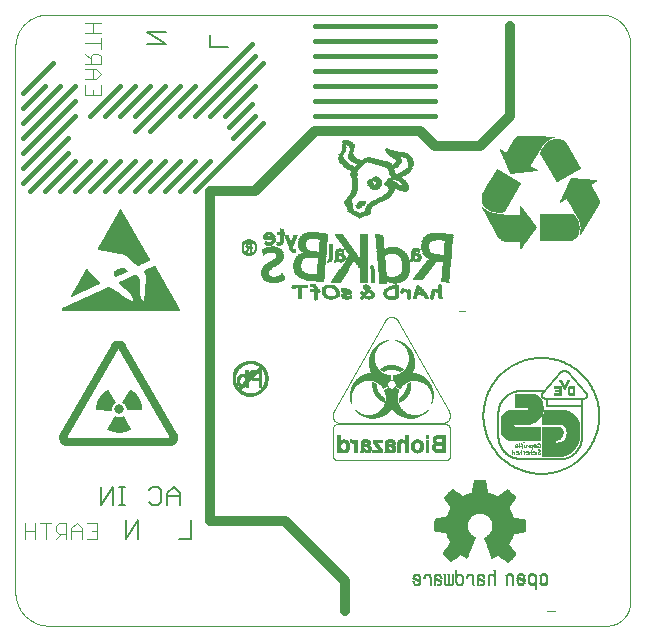
<source format=gbo>
G75*
%MOIN*%
%OFA0B0*%
%FSLAX25Y25*%
%IPPOS*%
%LPD*%
%AMOC8*
5,1,8,0,0,1.08239X$1,22.5*
%
%ADD10C,0.00000*%
%ADD11C,0.01600*%
%ADD12C,0.03200*%
%ADD13C,0.00500*%
%ADD14C,0.00400*%
%ADD15R,0.00200X0.00025*%
%ADD16R,0.00250X0.00025*%
%ADD17R,0.00300X0.00025*%
%ADD18R,0.00350X0.00025*%
%ADD19R,0.00425X0.00025*%
%ADD20R,0.00500X0.00025*%
%ADD21R,0.00600X0.00025*%
%ADD22R,0.00650X0.00025*%
%ADD23R,0.00675X0.00025*%
%ADD24R,0.00700X0.00025*%
%ADD25R,0.00725X0.00025*%
%ADD26R,0.00725X0.00025*%
%ADD27R,0.00750X0.00025*%
%ADD28R,0.00750X0.00025*%
%ADD29R,0.00125X0.00025*%
%ADD30R,0.00025X0.00025*%
%ADD31R,0.00100X0.00025*%
%ADD32R,0.00075X0.00025*%
%ADD33R,0.00025X0.00025*%
%ADD34R,0.00050X0.00025*%
%ADD35R,0.00075X0.00025*%
%ADD36R,0.00075X0.00025*%
%ADD37R,0.00825X0.00025*%
%ADD38R,0.00675X0.00025*%
%ADD39R,0.00775X0.00025*%
%ADD40R,0.00100X0.00025*%
%ADD41R,0.00050X0.00025*%
%ADD42R,0.00800X0.00025*%
%ADD43R,0.00375X0.00025*%
%ADD44R,0.00325X0.00025*%
%ADD45R,0.00425X0.00025*%
%ADD46R,0.00150X0.00025*%
%ADD47R,0.00925X0.00025*%
%ADD48R,0.00800X0.00025*%
%ADD49R,0.00900X0.00025*%
%ADD50R,0.00525X0.00025*%
%ADD51R,0.00775X0.00025*%
%ADD52R,0.00525X0.00025*%
%ADD53R,0.00175X0.00025*%
%ADD54R,0.00200X0.00025*%
%ADD55R,0.00975X0.00025*%
%ADD56R,0.01000X0.00025*%
%ADD57R,0.00850X0.00025*%
%ADD58R,0.00975X0.00025*%
%ADD59R,0.00225X0.00025*%
%ADD60R,0.00675X0.00025*%
%ADD61R,0.00775X0.00025*%
%ADD62R,0.00625X0.00025*%
%ADD63R,0.00225X0.00025*%
%ADD64R,0.00225X0.00025*%
%ADD65R,0.01050X0.00025*%
%ADD66R,0.00275X0.00025*%
%ADD67R,0.00250X0.00025*%
%ADD68R,0.01100X0.00025*%
%ADD69R,0.00925X0.00025*%
%ADD70R,0.00825X0.00025*%
%ADD71R,0.00175X0.00025*%
%ADD72R,0.00300X0.00025*%
%ADD73R,0.00275X0.00025*%
%ADD74R,0.01075X0.00025*%
%ADD75R,0.00325X0.00025*%
%ADD76R,0.01175X0.00025*%
%ADD77R,0.01125X0.00025*%
%ADD78R,0.00275X0.00025*%
%ADD79R,0.01025X0.00025*%
%ADD80R,0.00850X0.00025*%
%ADD81R,0.01025X0.00025*%
%ADD82R,0.01000X0.00025*%
%ADD83R,0.00375X0.00025*%
%ADD84R,0.00350X0.00025*%
%ADD85R,0.01175X0.00025*%
%ADD86R,0.01325X0.00025*%
%ADD87R,0.01075X0.00025*%
%ADD88R,0.01175X0.00025*%
%ADD89R,0.01275X0.00025*%
%ADD90R,0.01225X0.00025*%
%ADD91R,0.02050X0.00025*%
%ADD92R,0.01200X0.00025*%
%ADD93R,0.00400X0.00025*%
%ADD94R,0.00425X0.00025*%
%ADD95R,0.00425X0.00025*%
%ADD96R,0.01250X0.00025*%
%ADD97R,0.01425X0.00025*%
%ADD98R,0.01225X0.00025*%
%ADD99R,0.01275X0.00025*%
%ADD100R,0.00450X0.00025*%
%ADD101R,0.01350X0.00025*%
%ADD102R,0.02100X0.00025*%
%ADD103R,0.00475X0.00025*%
%ADD104R,0.00475X0.00025*%
%ADD105R,0.00450X0.00025*%
%ADD106R,0.01325X0.00025*%
%ADD107R,0.00550X0.00025*%
%ADD108R,0.01500X0.00025*%
%ADD109R,0.02625X0.00025*%
%ADD110R,0.01300X0.00025*%
%ADD111R,0.00500X0.00025*%
%ADD112R,0.01525X0.00025*%
%ADD113R,0.02150X0.00025*%
%ADD114R,0.01425X0.00025*%
%ADD115R,0.00550X0.00025*%
%ADD116R,0.00475X0.00025*%
%ADD117R,0.01350X0.00025*%
%ADD118R,0.00575X0.00025*%
%ADD119R,0.01575X0.00025*%
%ADD120R,0.02675X0.00025*%
%ADD121R,0.01325X0.00025*%
%ADD122R,0.01475X0.00025*%
%ADD123R,0.02175X0.00025*%
%ADD124R,0.01475X0.00025*%
%ADD125R,0.00575X0.00025*%
%ADD126R,0.00525X0.00025*%
%ADD127R,0.01375X0.00025*%
%ADD128R,0.00525X0.00025*%
%ADD129R,0.01625X0.00025*%
%ADD130R,0.02725X0.00025*%
%ADD131R,0.01525X0.00025*%
%ADD132R,0.02200X0.00025*%
%ADD133R,0.01525X0.00025*%
%ADD134R,0.00625X0.00025*%
%ADD135R,0.00625X0.00025*%
%ADD136R,0.01400X0.00025*%
%ADD137R,0.00600X0.00025*%
%ADD138R,0.01675X0.00025*%
%ADD139R,0.02775X0.00025*%
%ADD140R,0.01375X0.00025*%
%ADD141R,0.01650X0.00025*%
%ADD142R,0.01600X0.00025*%
%ADD143R,0.02225X0.00025*%
%ADD144R,0.01400X0.00025*%
%ADD145R,0.01725X0.00025*%
%ADD146R,0.02825X0.00025*%
%ADD147R,0.01700X0.00025*%
%ADD148R,0.02275X0.00025*%
%ADD149R,0.01675X0.00025*%
%ADD150R,0.00725X0.00025*%
%ADD151R,0.01800X0.00025*%
%ADD152R,0.02875X0.00025*%
%ADD153R,0.01775X0.00025*%
%ADD154R,0.01800X0.00025*%
%ADD155R,0.02350X0.00025*%
%ADD156R,0.01775X0.00025*%
%ADD157R,0.00775X0.00025*%
%ADD158R,0.01450X0.00025*%
%ADD159R,0.00575X0.00025*%
%ADD160R,0.01850X0.00025*%
%ADD161R,0.02925X0.00025*%
%ADD162R,0.01825X0.00025*%
%ADD163R,0.01875X0.00025*%
%ADD164R,0.02375X0.00025*%
%ADD165R,0.01825X0.00025*%
%ADD166R,0.01475X0.00025*%
%ADD167R,0.00575X0.00025*%
%ADD168R,0.01900X0.00025*%
%ADD169R,0.02950X0.00025*%
%ADD170R,0.01925X0.00025*%
%ADD171R,0.02400X0.00025*%
%ADD172R,0.01875X0.00025*%
%ADD173R,0.01950X0.00025*%
%ADD174R,0.02975X0.00025*%
%ADD175R,0.01975X0.00025*%
%ADD176R,0.02425X0.00025*%
%ADD177R,0.01925X0.00025*%
%ADD178R,0.01475X0.00025*%
%ADD179R,0.02000X0.00025*%
%ADD180R,0.03000X0.00025*%
%ADD181R,0.01500X0.00025*%
%ADD182R,0.02025X0.00025*%
%ADD183R,0.02425X0.00025*%
%ADD184R,0.01975X0.00025*%
%ADD185R,0.02050X0.00025*%
%ADD186R,0.03025X0.00025*%
%ADD187R,0.02000X0.00025*%
%ADD188R,0.02075X0.00025*%
%ADD189R,0.02450X0.00025*%
%ADD190R,0.02025X0.00025*%
%ADD191R,0.02100X0.00025*%
%ADD192R,0.03025X0.00025*%
%ADD193R,0.02025X0.00025*%
%ADD194R,0.02475X0.00025*%
%ADD195R,0.02075X0.00025*%
%ADD196R,0.01550X0.00025*%
%ADD197R,0.02150X0.00025*%
%ADD198R,0.03075X0.00025*%
%ADD199R,0.02525X0.00025*%
%ADD200R,0.02125X0.00025*%
%ADD201R,0.01550X0.00025*%
%ADD202R,0.03125X0.00025*%
%ADD203R,0.02200X0.00025*%
%ADD204R,0.02550X0.00025*%
%ADD205R,0.01575X0.00025*%
%ADD206R,0.03150X0.00025*%
%ADD207R,0.01525X0.00025*%
%ADD208R,0.02225X0.00025*%
%ADD209R,0.02575X0.00025*%
%ADD210R,0.00950X0.00025*%
%ADD211R,0.01025X0.00025*%
%ADD212R,0.03175X0.00025*%
%ADD213R,0.01075X0.00025*%
%ADD214R,0.02275X0.00025*%
%ADD215R,0.02575X0.00025*%
%ADD216R,0.02225X0.00025*%
%ADD217R,0.00950X0.00025*%
%ADD218R,0.01225X0.00025*%
%ADD219R,0.00825X0.00025*%
%ADD220R,0.00875X0.00025*%
%ADD221R,0.00975X0.00025*%
%ADD222R,0.02325X0.00025*%
%ADD223R,0.02600X0.00025*%
%ADD224R,0.00875X0.00025*%
%ADD225R,0.02375X0.00025*%
%ADD226R,0.02600X0.00025*%
%ADD227R,0.02325X0.00025*%
%ADD228R,0.00825X0.00025*%
%ADD229R,0.00725X0.00025*%
%ADD230R,0.02400X0.00025*%
%ADD231R,0.02625X0.00025*%
%ADD232R,0.00875X0.00025*%
%ADD233R,0.02450X0.00025*%
%ADD234R,0.02650X0.00025*%
%ADD235R,0.02425X0.00025*%
%ADD236R,0.00700X0.00025*%
%ADD237R,0.00650X0.00025*%
%ADD238R,0.02475X0.00025*%
%ADD239R,0.02650X0.00025*%
%ADD240R,0.02425X0.00025*%
%ADD241R,0.02500X0.00025*%
%ADD242R,0.02675X0.00025*%
%ADD243R,0.02500X0.00025*%
%ADD244R,0.02700X0.00025*%
%ADD245R,0.00675X0.00025*%
%ADD246R,0.02525X0.00025*%
%ADD247R,0.00625X0.00025*%
%ADD248R,0.01150X0.00025*%
%ADD249R,0.01300X0.00025*%
%ADD250R,0.01075X0.00025*%
%ADD251R,0.01050X0.00025*%
%ADD252R,0.01175X0.00025*%
%ADD253R,0.01150X0.00025*%
%ADD254R,0.00975X0.00025*%
%ADD255R,0.01025X0.00025*%
%ADD256R,0.01125X0.00025*%
%ADD257R,0.00900X0.00025*%
%ADD258R,0.00925X0.00025*%
%ADD259R,0.00925X0.00025*%
%ADD260R,0.00875X0.00025*%
%ADD261R,0.00125X0.00025*%
%ADD262R,0.01200X0.00025*%
%ADD263R,0.01250X0.00025*%
%ADD264R,0.01275X0.00025*%
%ADD265R,0.01275X0.00025*%
%ADD266R,0.01600X0.00025*%
%ADD267R,0.01625X0.00025*%
%ADD268R,0.01700X0.00025*%
%ADD269R,0.01450X0.00025*%
%ADD270R,0.01750X0.00025*%
%ADD271R,0.01875X0.00025*%
%ADD272R,0.01850X0.00025*%
%ADD273R,0.02075X0.00025*%
%ADD274R,0.01950X0.00025*%
%ADD275R,0.02075X0.00025*%
%ADD276R,0.01900X0.00025*%
%ADD277R,0.01875X0.00025*%
%ADD278R,0.01750X0.00025*%
%ADD279R,0.01725X0.00025*%
%ADD280R,0.01650X0.00025*%
%ADD281R,0.02350X0.00025*%
%ADD282R,0.02475X0.00025*%
%ADD283R,0.01425X0.00025*%
%ADD284R,0.02550X0.00025*%
%ADD285R,0.02750X0.00025*%
%ADD286R,0.01125X0.00025*%
%ADD287R,0.01100X0.00025*%
%ADD288R,0.00125X0.00025*%
%ADD289R,0.01775X0.00025*%
%ADD290R,0.00150X0.00025*%
%ADD291R,0.00400X0.00025*%
%ADD292R,0.00275X0.00025*%
%ADD293R,0.00475X0.00025*%
%ADD294R,0.00325X0.00025*%
%ADD295R,0.00375X0.00025*%
%ADD296R,0.01375X0.00025*%
%ADD297R,0.01225X0.00025*%
%ADD298R,0.02125X0.00025*%
%ADD299R,0.02375X0.00025*%
%ADD300R,0.02525X0.00025*%
%ADD301R,0.02575X0.00025*%
%ADD302R,0.02025X0.00025*%
%ADD303R,0.01975X0.00025*%
%ADD304R,0.01975X0.00025*%
%ADD305R,0.02300X0.00025*%
%ADD306R,0.02325X0.00025*%
%ADD307R,0.01925X0.00025*%
%ADD308R,0.02300X0.00025*%
%ADD309R,0.02225X0.00025*%
%ADD310R,0.02275X0.00025*%
%ADD311R,0.01825X0.00025*%
%ADD312R,0.02175X0.00025*%
%ADD313R,0.01725X0.00025*%
%ADD314R,0.02275X0.00025*%
%ADD315R,0.01675X0.00025*%
%ADD316R,0.02175X0.00025*%
%ADD317R,0.01675X0.00025*%
%ADD318R,0.02250X0.00025*%
%ADD319R,0.01625X0.00025*%
%ADD320R,0.01625X0.00025*%
%ADD321R,0.01575X0.00025*%
%ADD322R,0.02125X0.00025*%
%ADD323R,0.01375X0.00025*%
%ADD324R,0.01125X0.00025*%
%ADD325R,0.01925X0.00025*%
%ADD326R,0.00175X0.00025*%
%ADD327R,0.00125X0.00025*%
%ADD328R,0.00225X0.00025*%
%ADD329R,0.00375X0.00025*%
%ADD330R,0.00325X0.00025*%
%ADD331R,0.01575X0.00025*%
%ADD332R,0.02175X0.00025*%
%ADD333R,0.01775X0.00025*%
%ADD334R,0.01825X0.00025*%
%ADD335R,0.02725X0.00025*%
%ADD336R,0.02800X0.00025*%
%ADD337R,0.02850X0.00025*%
%ADD338R,0.02875X0.00025*%
%ADD339R,0.02925X0.00025*%
%ADD340R,0.02125X0.00025*%
%ADD341R,0.03000X0.00025*%
%ADD342R,0.03100X0.00025*%
%ADD343R,0.03175X0.00025*%
%ADD344R,0.03225X0.00025*%
%ADD345R,0.03275X0.00025*%
%ADD346R,0.03325X0.00025*%
%ADD347R,0.02525X0.00025*%
%ADD348R,0.03400X0.00025*%
%ADD349R,0.03450X0.00025*%
%ADD350R,0.02625X0.00025*%
%ADD351R,0.03525X0.00025*%
%ADD352R,0.02700X0.00025*%
%ADD353R,0.03600X0.00025*%
%ADD354R,0.03650X0.00025*%
%ADD355R,0.03700X0.00025*%
%ADD356R,0.03725X0.00025*%
%ADD357R,0.03800X0.00025*%
%ADD358R,0.02975X0.00025*%
%ADD359R,0.03900X0.00025*%
%ADD360R,0.03050X0.00025*%
%ADD361R,0.03975X0.00025*%
%ADD362R,0.00075X0.00025*%
%ADD363R,0.03150X0.00025*%
%ADD364R,0.04025X0.00025*%
%ADD365R,0.03200X0.00025*%
%ADD366R,0.04050X0.00025*%
%ADD367R,0.03225X0.00025*%
%ADD368R,0.04100X0.00025*%
%ADD369R,0.03275X0.00025*%
%ADD370R,0.04175X0.00025*%
%ADD371R,0.03350X0.00025*%
%ADD372R,0.04225X0.00025*%
%ADD373R,0.04300X0.00025*%
%ADD374R,0.03475X0.00025*%
%ADD375R,0.04375X0.00025*%
%ADD376R,0.03550X0.00025*%
%ADD377R,0.04450X0.00025*%
%ADD378R,0.04500X0.00025*%
%ADD379R,0.04525X0.00025*%
%ADD380R,0.03675X0.00025*%
%ADD381R,0.04575X0.00025*%
%ADD382R,0.03725X0.00025*%
%ADD383R,0.04625X0.00025*%
%ADD384R,0.04700X0.00025*%
%ADD385R,0.03850X0.00025*%
%ADD386R,0.04800X0.00025*%
%ADD387R,0.03925X0.00025*%
%ADD388R,0.04825X0.00025*%
%ADD389R,0.03975X0.00025*%
%ADD390R,0.04875X0.00025*%
%ADD391R,0.04025X0.00025*%
%ADD392R,0.04950X0.00025*%
%ADD393R,0.04050X0.00025*%
%ADD394R,0.05000X0.00025*%
%ADD395R,0.04100X0.00025*%
%ADD396R,0.05075X0.00025*%
%ADD397R,0.04175X0.00025*%
%ADD398R,0.05150X0.00025*%
%ADD399R,0.04250X0.00025*%
%ADD400R,0.05225X0.00025*%
%ADD401R,0.04300X0.00025*%
%ADD402R,0.05275X0.00025*%
%ADD403R,0.04375X0.00025*%
%ADD404R,0.05325X0.00025*%
%ADD405R,0.04425X0.00025*%
%ADD406R,0.05350X0.00025*%
%ADD407R,0.05400X0.00025*%
%ADD408R,0.05475X0.00025*%
%ADD409R,0.04575X0.00025*%
%ADD410R,0.05550X0.00025*%
%ADD411R,0.04650X0.00025*%
%ADD412R,0.05600X0.00025*%
%ADD413R,0.04725X0.00025*%
%ADD414R,0.05650X0.00025*%
%ADD415R,0.04775X0.00025*%
%ADD416R,0.05700X0.00025*%
%ADD417R,0.08175X0.00025*%
%ADD418R,0.04825X0.00025*%
%ADD419R,0.08200X0.00025*%
%ADD420R,0.04900X0.00025*%
%ADD421R,0.08250X0.00025*%
%ADD422R,0.04975X0.00025*%
%ADD423R,0.08275X0.00025*%
%ADD424R,0.05025X0.00025*%
%ADD425R,0.08300X0.00025*%
%ADD426R,0.08350X0.00025*%
%ADD427R,0.05125X0.00025*%
%ADD428R,0.08350X0.00025*%
%ADD429R,0.02250X0.00025*%
%ADD430R,0.05175X0.00025*%
%ADD431R,0.08400X0.00025*%
%ADD432R,0.05225X0.00025*%
%ADD433R,0.08400X0.00025*%
%ADD434R,0.05300X0.00025*%
%ADD435R,0.08450X0.00025*%
%ADD436R,0.05375X0.00025*%
%ADD437R,0.08450X0.00025*%
%ADD438R,0.05425X0.00025*%
%ADD439R,0.08475X0.00025*%
%ADD440R,0.05500X0.00025*%
%ADD441R,0.08500X0.00025*%
%ADD442R,0.08500X0.00025*%
%ADD443R,0.08225X0.00025*%
%ADD444R,0.08525X0.00025*%
%ADD445R,0.08525X0.00025*%
%ADD446R,0.08325X0.00025*%
%ADD447R,0.08550X0.00025*%
%ADD448R,0.08550X0.00025*%
%ADD449R,0.08375X0.00025*%
%ADD450R,0.08425X0.00025*%
%ADD451R,0.08475X0.00025*%
%ADD452R,0.08575X0.00025*%
%ADD453R,0.08600X0.00025*%
%ADD454R,0.08575X0.00025*%
%ADD455R,0.08600X0.00025*%
%ADD456R,0.08650X0.00025*%
%ADD457R,0.08650X0.00025*%
%ADD458R,0.08525X0.00025*%
%ADD459R,0.08675X0.00025*%
%ADD460R,0.08675X0.00025*%
%ADD461R,0.08700X0.00025*%
%ADD462R,0.08700X0.00025*%
%ADD463R,0.08475X0.00025*%
%ADD464R,0.08675X0.00025*%
%ADD465R,0.08425X0.00025*%
%ADD466R,0.08375X0.00025*%
%ADD467R,0.08675X0.00025*%
%ADD468R,0.08375X0.00025*%
%ADD469R,0.08375X0.00025*%
%ADD470R,0.08325X0.00025*%
%ADD471R,0.08325X0.00025*%
%ADD472R,0.08625X0.00025*%
%ADD473R,0.08300X0.00025*%
%ADD474R,0.08625X0.00025*%
%ADD475R,0.08625X0.00025*%
%ADD476R,0.08275X0.00025*%
%ADD477R,0.08575X0.00025*%
%ADD478R,0.08275X0.00025*%
%ADD479R,0.08575X0.00025*%
%ADD480R,0.08250X0.00025*%
%ADD481R,0.08225X0.00025*%
%ADD482R,0.08225X0.00025*%
%ADD483R,0.08525X0.00025*%
%ADD484R,0.08200X0.00025*%
%ADD485R,0.08175X0.00025*%
%ADD486R,0.08175X0.00025*%
%ADD487R,0.08150X0.00025*%
%ADD488R,0.08475X0.00025*%
%ADD489R,0.08150X0.00025*%
%ADD490R,0.08125X0.00025*%
%ADD491R,0.08125X0.00025*%
%ADD492R,0.08075X0.00025*%
%ADD493R,0.08050X0.00025*%
%ADD494R,0.08050X0.00025*%
%ADD495R,0.08425X0.00025*%
%ADD496R,0.08025X0.00025*%
%ADD497R,0.08025X0.00025*%
%ADD498R,0.08025X0.00025*%
%ADD499R,0.08000X0.00025*%
%ADD500R,0.08000X0.00025*%
%ADD501R,0.07975X0.00025*%
%ADD502R,0.07975X0.00025*%
%ADD503R,0.08325X0.00025*%
%ADD504R,0.07975X0.00025*%
%ADD505R,0.07950X0.00025*%
%ADD506R,0.07950X0.00025*%
%ADD507R,0.07925X0.00025*%
%ADD508R,0.07900X0.00025*%
%ADD509R,0.07875X0.00025*%
%ADD510R,0.07875X0.00025*%
%ADD511R,0.07875X0.00025*%
%ADD512R,0.07850X0.00025*%
%ADD513R,0.07850X0.00025*%
%ADD514R,0.07825X0.00025*%
%ADD515R,0.07825X0.00025*%
%ADD516R,0.08225X0.00025*%
%ADD517R,0.07800X0.00025*%
%ADD518R,0.07825X0.00025*%
%ADD519R,0.07800X0.00025*%
%ADD520R,0.07775X0.00025*%
%ADD521R,0.07775X0.00025*%
%ADD522R,0.07750X0.00025*%
%ADD523R,0.08175X0.00025*%
%ADD524R,0.07725X0.00025*%
%ADD525R,0.07725X0.00025*%
%ADD526R,0.07700X0.00025*%
%ADD527R,0.07700X0.00025*%
%ADD528R,0.07675X0.00025*%
%ADD529R,0.08125X0.00025*%
%ADD530R,0.07675X0.00025*%
%ADD531R,0.08075X0.00025*%
%ADD532R,0.07650X0.00025*%
%ADD533R,0.07650X0.00025*%
%ADD534R,0.07625X0.00025*%
%ADD535R,0.07625X0.00025*%
%ADD536R,0.07600X0.00025*%
%ADD537R,0.07600X0.00025*%
%ADD538R,0.07575X0.00025*%
%ADD539R,0.07550X0.00025*%
%ADD540R,0.08025X0.00025*%
%ADD541R,0.07550X0.00025*%
%ADD542R,0.07525X0.00025*%
%ADD543R,0.07525X0.00025*%
%ADD544R,0.07500X0.00025*%
%ADD545R,0.07500X0.00025*%
%ADD546R,0.07475X0.00025*%
%ADD547R,0.07475X0.00025*%
%ADD548R,0.07925X0.00025*%
%ADD549R,0.07450X0.00025*%
%ADD550R,0.07475X0.00025*%
%ADD551R,0.07925X0.00025*%
%ADD552R,0.07900X0.00025*%
%ADD553R,0.07450X0.00025*%
%ADD554R,0.07475X0.00025*%
%ADD555R,0.07525X0.00025*%
%ADD556R,0.07575X0.00025*%
%ADD557R,0.07825X0.00025*%
%ADD558R,0.07775X0.00025*%
%ADD559R,0.07750X0.00025*%
%ADD560R,0.07775X0.00025*%
%ADD561R,0.07875X0.00025*%
%ADD562R,0.08075X0.00025*%
%ADD563R,0.08100X0.00025*%
%ADD564R,0.07975X0.00025*%
%ADD565R,0.08275X0.00025*%
%ADD566R,0.08725X0.00025*%
%ADD567R,0.08725X0.00025*%
%ADD568R,0.08750X0.00025*%
%ADD569R,0.08800X0.00025*%
%ADD570R,0.08800X0.00025*%
%ADD571R,0.08825X0.00025*%
%ADD572R,0.08875X0.00025*%
%ADD573R,0.08875X0.00025*%
%ADD574R,0.08900X0.00025*%
%ADD575R,0.08725X0.00025*%
%ADD576R,0.08925X0.00025*%
%ADD577R,0.08750X0.00025*%
%ADD578R,0.08950X0.00025*%
%ADD579R,0.08775X0.00025*%
%ADD580R,0.08950X0.00025*%
%ADD581R,0.08975X0.00025*%
%ADD582R,0.08975X0.00025*%
%ADD583R,0.09000X0.00025*%
%ADD584R,0.08825X0.00025*%
%ADD585R,0.09025X0.00025*%
%ADD586R,0.08850X0.00025*%
%ADD587R,0.09025X0.00025*%
%ADD588R,0.08850X0.00025*%
%ADD589R,0.09050X0.00025*%
%ADD590R,0.09050X0.00025*%
%ADD591R,0.09075X0.00025*%
%ADD592R,0.08900X0.00025*%
%ADD593R,0.09100X0.00025*%
%ADD594R,0.08925X0.00025*%
%ADD595R,0.09125X0.00025*%
%ADD596R,0.09125X0.00025*%
%ADD597R,0.08975X0.00025*%
%ADD598R,0.09175X0.00025*%
%ADD599R,0.09000X0.00025*%
%ADD600R,0.09175X0.00025*%
%ADD601R,0.09025X0.00025*%
%ADD602R,0.09200X0.00025*%
%ADD603R,0.09200X0.00025*%
%ADD604R,0.09075X0.00025*%
%ADD605R,0.09225X0.00025*%
%ADD606R,0.09225X0.00025*%
%ADD607R,0.09250X0.00025*%
%ADD608R,0.09250X0.00025*%
%ADD609R,0.09225X0.00025*%
%ADD610R,0.09150X0.00025*%
%ADD611R,0.09125X0.00025*%
%ADD612R,0.08925X0.00025*%
%ADD613R,0.08775X0.00025*%
%ADD614R,0.08775X0.00025*%
%ADD615R,0.08425X0.00025*%
%ADD616R,0.08100X0.00025*%
%ADD617R,0.07925X0.00025*%
%ADD618R,0.07725X0.00025*%
%ADD619R,0.09350X0.00025*%
%ADD620R,0.09500X0.00025*%
%ADD621R,0.09600X0.00025*%
%ADD622R,0.09675X0.00025*%
%ADD623R,0.09750X0.00025*%
%ADD624R,0.09825X0.00025*%
%ADD625R,0.10000X0.00025*%
%ADD626R,0.10225X0.00025*%
%ADD627R,0.10375X0.00025*%
%ADD628R,0.10500X0.00025*%
%ADD629R,0.08775X0.00025*%
%ADD630R,0.10550X0.00025*%
%ADD631R,0.10625X0.00025*%
%ADD632R,0.08925X0.00025*%
%ADD633R,0.10750X0.00025*%
%ADD634R,0.10950X0.00025*%
%ADD635R,0.09275X0.00025*%
%ADD636R,0.11150X0.00025*%
%ADD637R,0.09500X0.00025*%
%ADD638R,0.11225X0.00025*%
%ADD639R,0.09650X0.00025*%
%ADD640R,0.11275X0.00025*%
%ADD641R,0.11300X0.00025*%
%ADD642R,0.09825X0.00025*%
%ADD643R,0.11325X0.00025*%
%ADD644R,0.09925X0.00025*%
%ADD645R,0.11350X0.00025*%
%ADD646R,0.10100X0.00025*%
%ADD647R,0.11350X0.00025*%
%ADD648R,0.10325X0.00025*%
%ADD649R,0.11375X0.00025*%
%ADD650R,0.10550X0.00025*%
%ADD651R,0.11400X0.00025*%
%ADD652R,0.10650X0.00025*%
%ADD653R,0.11400X0.00025*%
%ADD654R,0.10750X0.00025*%
%ADD655R,0.10825X0.00025*%
%ADD656R,0.10925X0.00025*%
%ADD657R,0.11375X0.00025*%
%ADD658R,0.11075X0.00025*%
%ADD659R,0.11375X0.00025*%
%ADD660R,0.11175X0.00025*%
%ADD661R,0.11375X0.00025*%
%ADD662R,0.11175X0.00025*%
%ADD663R,0.11200X0.00025*%
%ADD664R,0.11225X0.00025*%
%ADD665R,0.11225X0.00025*%
%ADD666R,0.11325X0.00025*%
%ADD667R,0.11250X0.00025*%
%ADD668R,0.11325X0.00025*%
%ADD669R,0.11275X0.00025*%
%ADD670R,0.11300X0.00025*%
%ADD671R,0.11250X0.00025*%
%ADD672R,0.11225X0.00025*%
%ADD673R,0.11275X0.00025*%
%ADD674R,0.11200X0.00025*%
%ADD675R,0.11175X0.00025*%
%ADD676R,0.11175X0.00025*%
%ADD677R,0.11150X0.00025*%
%ADD678R,0.11125X0.00025*%
%ADD679R,0.11125X0.00025*%
%ADD680R,0.11100X0.00025*%
%ADD681R,0.11100X0.00025*%
%ADD682R,0.11075X0.00025*%
%ADD683R,0.11075X0.00025*%
%ADD684R,0.11050X0.00025*%
%ADD685R,0.11050X0.00025*%
%ADD686R,0.11075X0.00025*%
%ADD687R,0.11125X0.00025*%
%ADD688R,0.11125X0.00025*%
%ADD689R,0.11275X0.00025*%
%ADD690R,0.11325X0.00025*%
%ADD691R,0.11425X0.00025*%
%ADD692R,0.11425X0.00025*%
%ADD693R,0.11450X0.00025*%
%ADD694R,0.11475X0.00025*%
%ADD695R,0.10875X0.00025*%
%ADD696R,0.10675X0.00025*%
%ADD697R,0.11475X0.00025*%
%ADD698R,0.10425X0.00025*%
%ADD699R,0.11475X0.00025*%
%ADD700R,0.10275X0.00025*%
%ADD701R,0.11450X0.00025*%
%ADD702R,0.10200X0.00025*%
%ADD703R,0.11475X0.00025*%
%ADD704R,0.10100X0.00025*%
%ADD705R,0.10025X0.00025*%
%ADD706R,0.09850X0.00025*%
%ADD707R,0.09600X0.00025*%
%ADD708R,0.11425X0.00025*%
%ADD709R,0.09450X0.00025*%
%ADD710R,0.09325X0.00025*%
%ADD711R,0.09175X0.00025*%
%ADD712R,0.10975X0.00025*%
%ADD713R,0.10650X0.00025*%
%ADD714R,0.10425X0.00025*%
%ADD715R,0.10325X0.00025*%
%ADD716R,0.10125X0.00025*%
%ADD717R,0.09925X0.00025*%
%ADD718R,0.09825X0.00025*%
%ADD719R,0.09750X0.00025*%
%ADD720R,0.09700X0.00025*%
%ADD721R,0.09625X0.00025*%
%ADD722R,0.09475X0.00025*%
%ADD723R,0.09275X0.00025*%
%ADD724R,0.09025X0.00025*%
%ADD725R,0.08625X0.00025*%
%ADD726R,0.08825X0.00025*%
%ADD727R,0.08875X0.00025*%
%ADD728R,0.08975X0.00025*%
%ADD729R,0.09125X0.00025*%
%ADD730R,0.09325X0.00025*%
%ADD731R,0.09400X0.00025*%
%ADD732R,0.09450X0.00025*%
%ADD733R,0.09475X0.00025*%
%ADD734R,0.09525X0.00025*%
%ADD735R,0.09525X0.00025*%
%ADD736R,0.09550X0.00025*%
%ADD737R,0.09575X0.00025*%
%ADD738R,0.09700X0.00025*%
%ADD739R,0.10175X0.00025*%
%ADD740R,0.10300X0.00025*%
%ADD741R,0.10350X0.00025*%
%ADD742R,0.10500X0.00025*%
%ADD743R,0.21150X0.00025*%
%ADD744R,0.21125X0.00025*%
%ADD745R,0.21100X0.00025*%
%ADD746R,0.21100X0.00025*%
%ADD747R,0.21075X0.00025*%
%ADD748R,0.21025X0.00025*%
%ADD749R,0.21000X0.00025*%
%ADD750R,0.20975X0.00025*%
%ADD751R,0.20925X0.00025*%
%ADD752R,0.20925X0.00025*%
%ADD753R,0.20900X0.00025*%
%ADD754R,0.20875X0.00025*%
%ADD755R,0.20850X0.00025*%
%ADD756R,0.20850X0.00025*%
%ADD757R,0.20800X0.00025*%
%ADD758R,0.20800X0.00025*%
%ADD759R,0.20750X0.00025*%
%ADD760R,0.20725X0.00025*%
%ADD761R,0.20700X0.00025*%
%ADD762R,0.20650X0.00025*%
%ADD763R,0.20625X0.00025*%
%ADD764R,0.20600X0.00025*%
%ADD765R,0.20550X0.00025*%
%ADD766R,0.20550X0.00025*%
%ADD767R,0.20500X0.00025*%
%ADD768R,0.20500X0.00025*%
%ADD769R,0.20475X0.00025*%
%ADD770R,0.20450X0.00025*%
%ADD771R,0.20425X0.00025*%
%ADD772R,0.20400X0.00025*%
%ADD773R,0.20375X0.00025*%
%ADD774R,0.20325X0.00025*%
%ADD775R,0.20325X0.00025*%
%ADD776R,0.20275X0.00025*%
%ADD777R,0.20250X0.00025*%
%ADD778R,0.20225X0.00025*%
%ADD779R,0.20200X0.00025*%
%ADD780R,0.20200X0.00025*%
%ADD781R,0.20150X0.00025*%
%ADD782R,0.20150X0.00025*%
%ADD783R,0.20125X0.00025*%
%ADD784R,0.20100X0.00025*%
%ADD785R,0.20075X0.00025*%
%ADD786R,0.20025X0.00025*%
%ADD787R,0.20000X0.00025*%
%ADD788R,0.19975X0.00025*%
%ADD789R,0.19925X0.00025*%
%ADD790R,0.19900X0.00025*%
%ADD791R,0.19875X0.00025*%
%ADD792R,0.19850X0.00025*%
%ADD793R,0.19850X0.00025*%
%ADD794R,0.19800X0.00025*%
%ADD795R,0.19800X0.00025*%
%ADD796R,0.19750X0.00025*%
%ADD797R,0.19725X0.00025*%
%ADD798R,0.19675X0.00025*%
%ADD799R,0.19625X0.00025*%
%ADD800R,0.19600X0.00025*%
%ADD801R,0.19575X0.00025*%
%ADD802R,0.19550X0.00025*%
%ADD803R,0.19500X0.00025*%
%ADD804R,0.19500X0.00025*%
%ADD805R,0.19475X0.00025*%
%ADD806R,0.19475X0.00025*%
%ADD807R,0.19425X0.00025*%
%ADD808R,0.19425X0.00025*%
%ADD809R,0.19400X0.00025*%
%ADD810R,0.19400X0.00025*%
%ADD811R,0.19375X0.00025*%
%ADD812R,0.19375X0.00025*%
%ADD813R,0.19450X0.00025*%
%ADD814R,0.19525X0.00025*%
%ADD815R,0.19575X0.00025*%
%ADD816R,0.19600X0.00025*%
%ADD817R,0.19650X0.00025*%
%ADD818R,0.19650X0.00025*%
%ADD819R,0.19700X0.00025*%
%ADD820R,0.19700X0.00025*%
%ADD821R,0.19825X0.00025*%
%ADD822R,0.19925X0.00025*%
%ADD823R,0.19950X0.00025*%
%ADD824R,0.20075X0.00025*%
%ADD825R,0.20175X0.00025*%
%ADD826R,0.20225X0.00025*%
%ADD827R,0.20300X0.00025*%
%ADD828R,0.20350X0.00025*%
%ADD829R,0.20375X0.00025*%
%ADD830R,0.20475X0.00025*%
%ADD831R,0.20675X0.00025*%
%ADD832R,0.20950X0.00025*%
%ADD833R,0.20975X0.00025*%
%ADD834R,0.21000X0.00025*%
%ADD835R,0.21025X0.00025*%
%ADD836R,0.21050X0.00025*%
%ADD837R,0.21125X0.00025*%
%ADD838R,0.21175X0.00025*%
%ADD839R,0.21225X0.00025*%
%ADD840R,0.21250X0.00025*%
%ADD841R,0.21300X0.00025*%
%ADD842R,0.21325X0.00025*%
%ADD843R,0.21350X0.00025*%
%ADD844R,0.21400X0.00025*%
%ADD845R,0.21425X0.00025*%
%ADD846R,0.21475X0.00025*%
%ADD847R,0.21500X0.00025*%
%ADD848R,0.21525X0.00025*%
%ADD849R,0.21575X0.00025*%
%ADD850R,0.21600X0.00025*%
%ADD851R,0.21650X0.00025*%
%ADD852R,0.21675X0.00025*%
%ADD853R,0.21700X0.00025*%
%ADD854R,0.21725X0.00025*%
%ADD855R,0.21775X0.00025*%
%ADD856R,0.21800X0.00025*%
%ADD857R,0.21850X0.00025*%
%ADD858R,0.21875X0.00025*%
%ADD859R,0.21925X0.00025*%
%ADD860R,0.21950X0.00025*%
%ADD861R,0.22000X0.00025*%
%ADD862R,0.22000X0.00025*%
%ADD863R,0.22050X0.00025*%
%ADD864R,0.22100X0.00025*%
%ADD865R,0.22150X0.00025*%
%ADD866R,0.22150X0.00025*%
%ADD867R,0.22200X0.00025*%
%ADD868R,0.22250X0.00025*%
%ADD869R,0.22275X0.00025*%
%ADD870R,0.22325X0.00025*%
%ADD871R,0.22325X0.00025*%
%ADD872R,0.22375X0.00025*%
%ADD873R,0.22425X0.00025*%
%ADD874R,0.22450X0.00025*%
%ADD875R,0.22500X0.00025*%
%ADD876R,0.22500X0.00025*%
%ADD877R,0.22550X0.00025*%
%ADD878R,0.22600X0.00025*%
%ADD879R,0.22625X0.00025*%
%ADD880R,0.22675X0.00025*%
%ADD881R,0.22675X0.00025*%
%ADD882R,0.22725X0.00025*%
%ADD883R,0.22750X0.00025*%
%ADD884R,0.22800X0.00025*%
%ADD885R,0.22825X0.00025*%
%ADD886R,0.22875X0.00025*%
%ADD887R,0.22900X0.00025*%
%ADD888R,0.22950X0.00025*%
%ADD889R,0.22975X0.00025*%
%ADD890R,0.23000X0.00025*%
%ADD891R,0.23050X0.00025*%
%ADD892R,0.23100X0.00025*%
%ADD893R,0.23125X0.00025*%
%ADD894R,0.23175X0.00025*%
%ADD895R,0.23175X0.00025*%
%ADD896R,0.23225X0.00025*%
%ADD897R,0.23250X0.00025*%
%ADD898R,0.23300X0.00025*%
%ADD899R,0.23350X0.00025*%
%ADD900R,0.23375X0.00025*%
%ADD901R,0.23425X0.00025*%
%ADD902R,0.23450X0.00025*%
%ADD903R,0.23475X0.00025*%
%ADD904R,0.23525X0.00025*%
%ADD905R,0.23525X0.00025*%
%ADD906R,0.23575X0.00025*%
%ADD907R,0.23600X0.00025*%
%ADD908R,0.23650X0.00025*%
%ADD909R,0.23675X0.00025*%
%ADD910R,0.23700X0.00025*%
%ADD911R,0.23725X0.00025*%
%ADD912R,0.23775X0.00025*%
%ADD913R,0.23800X0.00025*%
%ADD914R,0.23800X0.00025*%
%ADD915R,0.23825X0.00025*%
%ADD916R,0.23825X0.00025*%
%ADD917R,0.23775X0.00025*%
%ADD918R,0.23750X0.00025*%
%ADD919R,0.23675X0.00025*%
%ADD920R,0.23625X0.00025*%
%ADD921R,0.23550X0.00025*%
%ADD922R,0.23500X0.00025*%
%ADD923R,0.23475X0.00025*%
%ADD924R,0.23425X0.00025*%
%ADD925R,0.23400X0.00025*%
%ADD926R,0.05775X0.00025*%
%ADD927R,0.17400X0.00025*%
%ADD928R,0.05700X0.00025*%
%ADD929R,0.17325X0.00025*%
%ADD930R,0.05625X0.00025*%
%ADD931R,0.17225X0.00025*%
%ADD932R,0.05950X0.00025*%
%ADD933R,0.11000X0.00025*%
%ADD934R,0.05875X0.00025*%
%ADD935R,0.05450X0.00025*%
%ADD936R,0.10950X0.00025*%
%ADD937R,0.05825X0.00025*%
%ADD938R,0.05425X0.00025*%
%ADD939R,0.10875X0.00025*%
%ADD940R,0.05350X0.00025*%
%ADD941R,0.10800X0.00025*%
%ADD942R,0.05725X0.00025*%
%ADD943R,0.10675X0.00025*%
%ADD944R,0.05650X0.00025*%
%ADD945R,0.05200X0.00025*%
%ADD946R,0.10525X0.00025*%
%ADD947R,0.05575X0.00025*%
%ADD948R,0.10425X0.00025*%
%ADD949R,0.05125X0.00025*%
%ADD950R,0.05075X0.00025*%
%ADD951R,0.05450X0.00025*%
%ADD952R,0.05025X0.00025*%
%ADD953R,0.10225X0.00025*%
%ADD954R,0.05375X0.00025*%
%ADD955R,0.04950X0.00025*%
%ADD956R,0.10125X0.00025*%
%ADD957R,0.05325X0.00025*%
%ADD958R,0.04875X0.00025*%
%ADD959R,0.09975X0.00025*%
%ADD960R,0.04750X0.00025*%
%ADD961R,0.09725X0.00025*%
%ADD962R,0.04700X0.00025*%
%ADD963R,0.05050X0.00025*%
%ADD964R,0.04675X0.00025*%
%ADD965R,0.05000X0.00025*%
%ADD966R,0.09525X0.00025*%
%ADD967R,0.04550X0.00025*%
%ADD968R,0.09375X0.00025*%
%ADD969R,0.04400X0.00025*%
%ADD970R,0.04725X0.00025*%
%ADD971R,0.04375X0.00025*%
%ADD972R,0.04675X0.00025*%
%ADD973R,0.04325X0.00025*%
%ADD974R,0.04625X0.00025*%
%ADD975R,0.04275X0.00025*%
%ADD976R,0.04600X0.00025*%
%ADD977R,0.04200X0.00025*%
%ADD978R,0.04125X0.00025*%
%ADD979R,0.04475X0.00025*%
%ADD980R,0.04075X0.00025*%
%ADD981R,0.04000X0.00025*%
%ADD982R,0.03950X0.00025*%
%ADD983R,0.08125X0.00025*%
%ADD984R,0.04275X0.00025*%
%ADD985R,0.03900X0.00025*%
%ADD986R,0.04225X0.00025*%
%ADD987R,0.03875X0.00025*%
%ADD988R,0.04175X0.00025*%
%ADD989R,0.03650X0.00025*%
%ADD990R,0.07400X0.00025*%
%ADD991R,0.03950X0.00025*%
%ADD992R,0.03575X0.00025*%
%ADD993R,0.07275X0.00025*%
%ADD994R,0.03550X0.00025*%
%ADD995R,0.07200X0.00025*%
%ADD996R,0.03850X0.00025*%
%ADD997R,0.03500X0.00025*%
%ADD998R,0.07100X0.00025*%
%ADD999R,0.03800X0.00025*%
%ADD1000R,0.07000X0.00025*%
%ADD1001R,0.03775X0.00025*%
%ADD1002R,0.06825X0.00025*%
%ADD1003R,0.03700X0.00025*%
%ADD1004R,0.03325X0.00025*%
%ADD1005R,0.06525X0.00025*%
%ADD1006R,0.03625X0.00025*%
%ADD1007R,0.03225X0.00025*%
%ADD1008R,0.06275X0.00025*%
%ADD1009R,0.03175X0.00025*%
%ADD1010R,0.06125X0.00025*%
%ADD1011R,0.03475X0.00025*%
%ADD1012R,0.06025X0.00025*%
%ADD1013R,0.03425X0.00025*%
%ADD1014R,0.05925X0.00025*%
%ADD1015R,0.03400X0.00025*%
%ADD1016R,0.05750X0.00025*%
%ADD1017R,0.03350X0.00025*%
%ADD1018R,0.03275X0.00025*%
%ADD1019R,0.02875X0.00025*%
%ADD1020R,0.05525X0.00025*%
%ADD1021R,0.02800X0.00025*%
%ADD1022R,0.05475X0.00025*%
%ADD1023R,0.02950X0.00025*%
%ADD1024R,0.05400X0.00025*%
%ADD1025R,0.02900X0.00025*%
%ADD1026R,0.02775X0.00025*%
%ADD1027R,0.02725X0.00025*%
%ADD1028R,0.05375X0.00025*%
%ADD1029R,0.05375X0.00025*%
%ADD1030R,0.05325X0.00025*%
%ADD1031R,0.05325X0.00025*%
%ADD1032R,0.05275X0.00025*%
%ADD1033R,0.05275X0.00025*%
%ADD1034R,0.05250X0.00025*%
%ADD1035R,0.05250X0.00025*%
%ADD1036R,0.01325X0.00025*%
%ADD1037R,0.05225X0.00025*%
%ADD1038R,0.05175X0.00025*%
%ADD1039R,0.05175X0.00025*%
%ADD1040R,0.05150X0.00025*%
%ADD1041R,0.05125X0.00025*%
%ADD1042R,0.05125X0.00025*%
%ADD1043R,0.05100X0.00025*%
%ADD1044R,0.05075X0.00025*%
%ADD1045R,0.05075X0.00025*%
%ADD1046R,0.05050X0.00025*%
%ADD1047R,0.04975X0.00025*%
%ADD1048R,0.04925X0.00025*%
%ADD1049R,0.04925X0.00025*%
%ADD1050R,0.04900X0.00025*%
%ADD1051R,0.04850X0.00025*%
%ADD1052R,0.04850X0.00025*%
%ADD1053R,0.04800X0.00025*%
%ADD1054R,0.04775X0.00025*%
%ADD1055R,0.04775X0.00025*%
%ADD1056R,0.04750X0.00025*%
%ADD1057R,0.04725X0.00025*%
%ADD1058R,0.04725X0.00025*%
%ADD1059R,0.04675X0.00025*%
%ADD1060R,0.04675X0.00025*%
%ADD1061R,0.04650X0.00025*%
%ADD1062R,0.04625X0.00025*%
%ADD1063R,0.04600X0.00025*%
%ADD1064R,0.04550X0.00025*%
%ADD1065R,0.04525X0.00025*%
%ADD1066R,0.04500X0.00025*%
%ADD1067R,0.04475X0.00025*%
%ADD1068R,0.04475X0.00025*%
%ADD1069R,0.04450X0.00025*%
%ADD1070R,0.04425X0.00025*%
%ADD1071R,0.04375X0.00025*%
%ADD1072R,0.04350X0.00025*%
%ADD1073R,0.04325X0.00025*%
%ADD1074R,0.04325X0.00025*%
%ADD1075R,0.04275X0.00025*%
%ADD1076R,0.04250X0.00025*%
%ADD1077R,0.04125X0.00025*%
%ADD1078R,0.03875X0.00025*%
%ADD1079R,0.03725X0.00025*%
%ADD1080R,0.03625X0.00025*%
%ADD1081R,0.03500X0.00025*%
%ADD1082R,0.03225X0.00025*%
%ADD1083C,0.00699*%
%ADD1084C,0.00350*%
%ADD1085C,0.00350*%
%ADD1086R,0.00175X0.00262*%
%ADD1087C,0.00175*%
%ADD1088C,0.00215*%
%ADD1089C,0.02505*%
%ADD1090C,0.03220*%
%ADD1091C,0.00179*%
%ADD1092C,0.00185*%
%ADD1093C,0.00423*%
%ADD1094C,0.00106*%
%ADD1095C,0.00299*%
%ADD1096R,0.00253X0.00042*%
%ADD1097R,0.00506X0.00042*%
%ADD1098R,0.00632X0.00042*%
%ADD1099R,0.00843X0.00042*%
%ADD1100R,0.00885X0.00042*%
%ADD1101R,0.01474X0.00042*%
%ADD1102R,0.00421X0.00042*%
%ADD1103R,0.00927X0.00042*%
%ADD1104R,0.00084X0.00042*%
%ADD1105R,0.01854X0.00042*%
%ADD1106R,0.01011X0.00042*%
%ADD1107R,0.00379X0.00042*%
%ADD1108R,0.02275X0.00042*%
%ADD1109R,0.00674X0.00042*%
%ADD1110R,0.01053X0.00042*%
%ADD1111R,0.00548X0.00042*%
%ADD1112R,0.00590X0.00042*%
%ADD1113R,0.02612X0.00042*%
%ADD1114R,0.01432X0.00042*%
%ADD1115R,0.01600X0.00042*%
%ADD1116R,0.01095X0.00042*%
%ADD1117R,0.00716X0.00042*%
%ADD1118R,0.00126X0.00042*%
%ADD1119R,0.00758X0.00042*%
%ADD1120R,0.02865X0.00042*%
%ADD1121R,0.01180X0.00042*%
%ADD1122R,0.01896X0.00042*%
%ADD1123R,0.00464X0.00042*%
%ADD1124R,0.00800X0.00042*%
%ADD1125R,0.00463X0.00042*%
%ADD1126R,0.00885X0.00042*%
%ADD1127R,0.03075X0.00042*%
%ADD1128R,0.01601X0.00042*%
%ADD1129R,0.00969X0.00042*%
%ADD1130R,0.02106X0.00042*%
%ADD1131R,0.02191X0.00042*%
%ADD1132R,0.03328X0.00042*%
%ADD1133R,0.02401X0.00042*%
%ADD1134R,0.02528X0.00042*%
%ADD1135R,0.01137X0.00042*%
%ADD1136R,0.00758X0.00042*%
%ADD1137R,0.00969X0.00042*%
%ADD1138R,0.03539X0.00042*%
%ADD1139R,0.02022X0.00042*%
%ADD1140R,0.02654X0.00042*%
%ADD1141R,0.02781X0.00042*%
%ADD1142R,0.03749X0.00042*%
%ADD1143R,0.02233X0.00042*%
%ADD1144R,0.02822X0.00042*%
%ADD1145R,0.02949X0.00042*%
%ADD1146R,0.03876X0.00042*%
%ADD1147R,0.02485X0.00042*%
%ADD1148R,0.02991X0.00042*%
%ADD1149R,0.03960X0.00042*%
%ADD1150R,0.02654X0.00042*%
%ADD1151R,0.03202X0.00042*%
%ADD1152R,0.04086X0.00042*%
%ADD1153R,0.03160X0.00042*%
%ADD1154R,0.03412X0.00042*%
%ADD1155R,0.04128X0.00042*%
%ADD1156R,0.03286X0.00042*%
%ADD1157R,0.03581X0.00042*%
%ADD1158R,0.01180X0.00042*%
%ADD1159R,0.04255X0.00042*%
%ADD1160R,0.03370X0.00042*%
%ADD1161R,0.03707X0.00042*%
%ADD1162R,0.01138X0.00042*%
%ADD1163R,0.01222X0.00042*%
%ADD1164R,0.04297X0.00042*%
%ADD1165R,0.03412X0.00042*%
%ADD1166R,0.03875X0.00042*%
%ADD1167R,0.04339X0.00042*%
%ADD1168R,0.04507X0.00042*%
%ADD1169R,0.03454X0.00042*%
%ADD1170R,0.04044X0.00042*%
%ADD1171R,0.01264X0.00042*%
%ADD1172R,0.04550X0.00042*%
%ADD1173R,0.03496X0.00042*%
%ADD1174R,0.01137X0.00042*%
%ADD1175R,0.01137X0.00042*%
%ADD1176R,0.01264X0.00042*%
%ADD1177R,0.01222X0.00042*%
%ADD1178R,0.01053X0.00042*%
%ADD1179R,0.04381X0.00042*%
%ADD1180R,0.04592X0.00042*%
%ADD1181R,0.03581X0.00042*%
%ADD1182R,0.04213X0.00042*%
%ADD1183R,0.01095X0.00042*%
%ADD1184R,0.01180X0.00042*%
%ADD1185R,0.01095X0.00043*%
%ADD1186R,0.01179X0.00043*%
%ADD1187R,0.01222X0.00043*%
%ADD1188R,0.01264X0.00043*%
%ADD1189R,0.01053X0.00043*%
%ADD1190R,0.04465X0.00043*%
%ADD1191R,0.04592X0.00043*%
%ADD1192R,0.03581X0.00043*%
%ADD1193R,0.04255X0.00043*%
%ADD1194R,0.01180X0.00043*%
%ADD1195R,0.01179X0.00042*%
%ADD1196R,0.01222X0.00042*%
%ADD1197R,0.01137X0.00042*%
%ADD1198R,0.04592X0.00042*%
%ADD1199R,0.03623X0.00042*%
%ADD1200R,0.01306X0.00042*%
%ADD1201R,0.01516X0.00042*%
%ADD1202R,0.01980X0.00042*%
%ADD1203R,0.01348X0.00042*%
%ADD1204R,0.04676X0.00042*%
%ADD1205R,0.01643X0.00042*%
%ADD1206R,0.02486X0.00042*%
%ADD1207R,0.04760X0.00042*%
%ADD1208R,0.01517X0.00042*%
%ADD1209R,0.01390X0.00042*%
%ADD1210R,0.00927X0.00042*%
%ADD1211R,0.01812X0.00042*%
%ADD1212R,0.01811X0.00042*%
%ADD1213R,0.01221X0.00042*%
%ADD1214R,0.00801X0.00042*%
%ADD1215R,0.01728X0.00042*%
%ADD1216R,0.01643X0.00042*%
%ADD1217R,0.01727X0.00042*%
%ADD1218R,0.01685X0.00042*%
%ADD1219R,0.00295X0.00042*%
%ADD1220R,0.01348X0.00042*%
%ADD1221R,0.01390X0.00042*%
%ADD1222R,0.01432X0.00042*%
%ADD1223R,0.01474X0.00042*%
%ADD1224R,0.01137X0.00043*%
%ADD1225R,0.01137X0.00043*%
%ADD1226R,0.01306X0.00043*%
%ADD1227R,0.01264X0.00043*%
%ADD1228R,0.01432X0.00043*%
%ADD1229R,0.01222X0.00043*%
%ADD1230R,0.01390X0.00043*%
%ADD1231R,0.01474X0.00043*%
%ADD1232R,0.01095X0.00042*%
%ADD1233R,0.01264X0.00042*%
%ADD1234R,0.01559X0.00042*%
%ADD1235R,0.01559X0.00042*%
%ADD1236R,0.01306X0.00042*%
%ADD1237R,0.01263X0.00042*%
%ADD1238R,0.02148X0.00042*%
%ADD1239R,0.01769X0.00042*%
%ADD1240R,0.02359X0.00042*%
%ADD1241R,0.02738X0.00042*%
%ADD1242R,0.02570X0.00042*%
%ADD1243R,0.04213X0.00042*%
%ADD1244R,0.02611X0.00042*%
%ADD1245R,0.01938X0.00042*%
%ADD1246R,0.02738X0.00042*%
%ADD1247R,0.04170X0.00042*%
%ADD1248R,0.02780X0.00042*%
%ADD1249R,0.04170X0.00042*%
%ADD1250R,0.02022X0.00042*%
%ADD1251R,0.02780X0.00042*%
%ADD1252R,0.01263X0.00042*%
%ADD1253R,0.04170X0.00043*%
%ADD1254R,0.02064X0.00043*%
%ADD1255R,0.02780X0.00043*%
%ADD1256R,0.01263X0.00043*%
%ADD1257R,0.02780X0.00042*%
%ADD1258R,0.04002X0.00042*%
%ADD1259R,0.02317X0.00042*%
%ADD1260R,0.02696X0.00042*%
%ADD1261R,0.03665X0.00042*%
%ADD1262R,0.01643X0.00042*%
%ADD1263R,0.03454X0.00042*%
%ADD1264R,0.01053X0.00042*%
%ADD1265R,0.01685X0.00042*%
%ADD1266R,0.03412X0.00042*%
%ADD1267R,0.01053X0.00042*%
%ADD1268R,0.01643X0.00042*%
%ADD1269R,0.01727X0.00042*%
%ADD1270R,0.01811X0.00043*%
%ADD1271R,0.03370X0.00043*%
%ADD1272R,0.01053X0.00043*%
%ADD1273R,0.01685X0.00043*%
%ADD1274R,0.01180X0.00043*%
%ADD1275R,0.01011X0.00043*%
%ADD1276R,0.01517X0.00043*%
%ADD1277R,0.00421X0.00043*%
%ADD1278R,0.02907X0.00042*%
%ADD1279R,0.03159X0.00042*%
%ADD1280R,0.01937X0.00042*%
%ADD1281R,0.01980X0.00042*%
%ADD1282R,0.00168X0.00042*%
%ADD1283R,0.03244X0.00042*%
%ADD1284R,0.01895X0.00042*%
%ADD1285R,0.01306X0.00042*%
%ADD1286R,0.03033X0.00042*%
%ADD1287R,0.01348X0.00042*%
%ADD1288R,0.03370X0.00042*%
%ADD1289R,0.00843X0.00042*%
%ADD1290R,0.02359X0.00042*%
%ADD1291R,0.02064X0.00042*%
%ADD1292R,0.02149X0.00042*%
%ADD1293R,0.02443X0.00042*%
%ADD1294R,0.00800X0.00042*%
%ADD1295R,0.01390X0.00042*%
%ADD1296R,0.00337X0.00042*%
%ADD1297R,0.01558X0.00042*%
%ADD1298R,0.01727X0.00042*%
%ADD1299R,0.01811X0.00042*%
%ADD1300R,0.04971X0.00042*%
%ADD1301R,0.04802X0.00042*%
%ADD1302R,0.05139X0.00042*%
%ADD1303R,0.05266X0.00042*%
%ADD1304R,0.05434X0.00042*%
%ADD1305R,0.05476X0.00042*%
%ADD1306R,0.04465X0.00042*%
%ADD1307R,0.05561X0.00042*%
%ADD1308R,0.03117X0.00042*%
%ADD1309R,0.04381X0.00042*%
%ADD1310R,0.05645X0.00042*%
%ADD1311R,0.04002X0.00042*%
%ADD1312R,0.03918X0.00042*%
%ADD1313R,0.03791X0.00042*%
%ADD1314R,0.05603X0.00042*%
%ADD1315R,0.00926X0.00042*%
%ADD1316R,0.02064X0.00042*%
%ADD1317R,0.01938X0.00042*%
%ADD1318R,0.03328X0.00042*%
%ADD1319R,0.02233X0.00042*%
%ADD1320R,0.05476X0.00042*%
%ADD1321R,0.00800X0.00043*%
%ADD1322R,0.01938X0.00043*%
%ADD1323R,0.01854X0.00043*%
%ADD1324R,0.03159X0.00043*%
%ADD1325R,0.02233X0.00043*%
%ADD1326R,0.05434X0.00043*%
%ADD1327R,0.05392X0.00042*%
%ADD1328R,0.05350X0.00042*%
%ADD1329R,0.05181X0.00042*%
%ADD1330R,0.04423X0.00042*%
%ADD1331R,0.02022X0.00042*%
%ADD1332R,0.01011X0.00042*%
%ADD1333R,0.00885X0.00042*%
%ADD1334R,0.01306X0.00042*%
%ADD1335R,0.01306X0.00042*%
%ADD1336R,0.00758X0.00042*%
%ADD1337R,0.00758X0.00043*%
%ADD1338R,0.00590X0.00042*%
%ADD1339R,0.00884X0.00042*%
%ADD1340R,0.00211X0.00042*%
%ADD1341R,0.00506X0.00042*%
%ADD1342R,0.00632X0.00042*%
%ADD1343R,0.00042X0.00042*%
%ADD1344R,0.00043X0.00042*%
%ADD1345R,0.03707X0.00042*%
%ADD1346R,0.03918X0.00042*%
%ADD1347R,0.01601X0.00042*%
%ADD1348R,0.04086X0.00042*%
%ADD1349R,0.02443X0.00042*%
%ADD1350R,0.02528X0.00042*%
%ADD1351R,0.03075X0.00042*%
%ADD1352R,0.03918X0.00042*%
%ADD1353R,0.02106X0.00043*%
%ADD1354R,0.04297X0.00043*%
%ADD1355R,0.02443X0.00043*%
%ADD1356R,0.02528X0.00043*%
%ADD1357R,0.03033X0.00043*%
%ADD1358R,0.04128X0.00043*%
%ADD1359R,0.04508X0.00042*%
%ADD1360R,0.02696X0.00042*%
%ADD1361R,0.04634X0.00042*%
%ADD1362R,0.04929X0.00042*%
%ADD1363R,0.05055X0.00042*%
%ADD1364R,0.03033X0.00042*%
%ADD1365R,0.05519X0.00042*%
%ADD1366R,0.05687X0.00042*%
%ADD1367R,0.05856X0.00042*%
%ADD1368R,0.06024X0.00042*%
%ADD1369R,0.05771X0.00042*%
%ADD1370R,0.06108X0.00042*%
%ADD1371R,0.02696X0.00042*%
%ADD1372R,0.08341X0.00042*%
%ADD1373R,0.03033X0.00042*%
%ADD1374R,0.05266X0.00042*%
%ADD1375R,0.06234X0.00042*%
%ADD1376R,0.02696X0.00043*%
%ADD1377R,0.08383X0.00043*%
%ADD1378R,0.05519X0.00043*%
%ADD1379R,0.06403X0.00043*%
%ADD1380R,0.08425X0.00042*%
%ADD1381R,0.05729X0.00042*%
%ADD1382R,0.06487X0.00042*%
%ADD1383R,0.00169X0.00042*%
%ADD1384R,0.08467X0.00042*%
%ADD1385R,0.03033X0.00042*%
%ADD1386R,0.05940X0.00042*%
%ADD1387R,0.06614X0.00042*%
%ADD1388R,0.08509X0.00042*%
%ADD1389R,0.06150X0.00042*%
%ADD1390R,0.06740X0.00042*%
%ADD1391R,0.08552X0.00042*%
%ADD1392R,0.06319X0.00042*%
%ADD1393R,0.06867X0.00042*%
%ADD1394R,0.08636X0.00042*%
%ADD1395R,0.06951X0.00042*%
%ADD1396R,0.08678X0.00042*%
%ADD1397R,0.06698X0.00042*%
%ADD1398R,0.07077X0.00042*%
%ADD1399R,0.08720X0.00042*%
%ADD1400R,0.06782X0.00042*%
%ADD1401R,0.07161X0.00042*%
%ADD1402R,0.03117X0.00042*%
%ADD1403R,0.08804X0.00042*%
%ADD1404R,0.07288X0.00042*%
%ADD1405R,0.08846X0.00042*%
%ADD1406R,0.06993X0.00042*%
%ADD1407R,0.07372X0.00042*%
%ADD1408R,0.08889X0.00042*%
%ADD1409R,0.07119X0.00042*%
%ADD1410R,0.07414X0.00042*%
%ADD1411R,0.08931X0.00042*%
%ADD1412R,0.07246X0.00042*%
%ADD1413R,0.03117X0.00042*%
%ADD1414R,0.08973X0.00042*%
%ADD1415R,0.07372X0.00042*%
%ADD1416R,0.07414X0.00042*%
%ADD1417R,0.02654X0.00043*%
%ADD1418R,0.03117X0.00043*%
%ADD1419R,0.09015X0.00043*%
%ADD1420R,0.07498X0.00043*%
%ADD1421R,0.07414X0.00043*%
%ADD1422R,0.09057X0.00042*%
%ADD1423R,0.07583X0.00042*%
%ADD1424R,0.07456X0.00042*%
%ADD1425R,0.09099X0.00042*%
%ADD1426R,0.07667X0.00042*%
%ADD1427R,0.09141X0.00042*%
%ADD1428R,0.07709X0.00042*%
%ADD1429R,0.07793X0.00042*%
%ADD1430R,0.09183X0.00042*%
%ADD1431R,0.07878X0.00042*%
%ADD1432R,0.09268X0.00042*%
%ADD1433R,0.07962X0.00042*%
%ADD1434R,0.07498X0.00042*%
%ADD1435R,0.09310X0.00042*%
%ADD1436R,0.08046X0.00042*%
%ADD1437R,0.08130X0.00042*%
%ADD1438R,0.04887X0.00042*%
%ADD1439R,0.08172X0.00042*%
%ADD1440R,0.08257X0.00042*%
%ADD1441R,0.08341X0.00042*%
%ADD1442R,0.02654X0.00042*%
%ADD1443R,0.08425X0.00042*%
%ADD1444R,0.02949X0.00042*%
%ADD1445R,0.03370X0.00042*%
%ADD1446R,0.03244X0.00043*%
%ADD1447R,0.08467X0.00043*%
%ADD1448R,0.03202X0.00043*%
%ADD1449R,0.03833X0.00042*%
%ADD1450R,0.08636X0.00042*%
%ADD1451R,0.03622X0.00042*%
%ADD1452R,0.08762X0.00042*%
%ADD1453R,0.09015X0.00042*%
%ADD1454R,0.03286X0.00042*%
%ADD1455R,0.09141X0.00042*%
%ADD1456R,0.02612X0.00042*%
%ADD1457R,0.03202X0.00043*%
%ADD1458R,0.09183X0.00043*%
%ADD1459R,0.02612X0.00043*%
%ADD1460R,0.03202X0.00042*%
%ADD1461R,0.09226X0.00042*%
%ADD1462R,0.03118X0.00042*%
%ADD1463R,0.09268X0.00042*%
%ADD1464R,0.03076X0.00042*%
%ADD1465R,0.02991X0.00042*%
%ADD1466R,0.02906X0.00042*%
%ADD1467R,0.02570X0.00042*%
%ADD1468R,0.03876X0.00042*%
%ADD1469R,0.00042X0.00042*%
%ADD1470R,0.02907X0.00043*%
%ADD1471R,0.03791X0.00043*%
%ADD1472R,0.02570X0.00043*%
%ADD1473R,0.01559X0.00042*%
%ADD1474R,0.02485X0.00043*%
%ADD1475R,0.01559X0.00043*%
%ADD1476R,0.02991X0.00043*%
%ADD1477R,0.03075X0.00043*%
%ADD1478R,0.02991X0.00042*%
%ADD1479R,0.03075X0.00042*%
%ADD1480R,0.02948X0.00042*%
%ADD1481R,0.04128X0.00042*%
%ADD1482R,0.04170X0.00042*%
%ADD1483R,0.04212X0.00042*%
%ADD1484R,0.04254X0.00042*%
%ADD1485R,0.02696X0.00042*%
%ADD1486R,0.02949X0.00042*%
%ADD1487R,0.02654X0.00042*%
%ADD1488R,0.02570X0.00042*%
%ADD1489R,0.02569X0.00042*%
%ADD1490R,0.02485X0.00042*%
%ADD1491R,0.04339X0.00042*%
%ADD1492R,0.00843X0.00042*%
%ADD1493R,0.00969X0.00042*%
%ADD1494R,0.02528X0.00042*%
%ADD1495R,0.03791X0.00042*%
%ADD1496R,0.00716X0.00043*%
%ADD1497R,0.00295X0.00043*%
%ADD1498R,0.04339X0.00043*%
%ADD1499R,0.01474X0.00043*%
%ADD1500R,0.00885X0.00043*%
%ADD1501R,0.02528X0.00043*%
%ADD1502R,0.03749X0.00043*%
%ADD1503R,0.02528X0.00042*%
%ADD1504R,0.03538X0.00042*%
%ADD1505R,0.04718X0.00042*%
%ADD1506R,0.07498X0.00042*%
%ADD1507R,0.07751X0.00042*%
%ADD1508R,0.07456X0.00042*%
%ADD1509R,0.01011X0.00042*%
%ADD1510R,0.01517X0.00042*%
%ADD1511R,0.07625X0.00042*%
%ADD1512R,0.07330X0.00042*%
%ADD1513R,0.07583X0.00042*%
%ADD1514R,0.07330X0.00042*%
%ADD1515R,0.03454X0.00042*%
%ADD1516R,0.01559X0.00042*%
%ADD1517R,0.02738X0.00042*%
%ADD1518R,0.07583X0.00043*%
%ADD1519R,0.03454X0.00043*%
%ADD1520R,0.07288X0.00043*%
%ADD1521R,0.01601X0.00043*%
%ADD1522R,0.01601X0.00042*%
%ADD1523R,0.07541X0.00042*%
%ADD1524R,0.03496X0.00042*%
%ADD1525R,0.07204X0.00042*%
%ADD1526R,0.07035X0.00042*%
%ADD1527R,0.07456X0.00042*%
%ADD1528R,0.07835X0.00042*%
%ADD1529R,0.07920X0.00042*%
%ADD1530R,0.08046X0.00042*%
%ADD1531R,0.08215X0.00042*%
%ADD1532R,0.08383X0.00042*%
%ADD1533R,0.09900X0.00042*%
%ADD1534R,0.02822X0.00042*%
%ADD1535R,0.03539X0.00042*%
%ADD1536R,0.01138X0.00042*%
%ADD1537R,0.09857X0.00042*%
%ADD1538R,0.08509X0.00043*%
%ADD1539R,0.02865X0.00043*%
%ADD1540R,0.03539X0.00043*%
%ADD1541R,0.09815X0.00043*%
%ADD1542R,0.03455X0.00042*%
%ADD1543R,0.09773X0.00042*%
%ADD1544R,0.08594X0.00042*%
%ADD1545R,0.03370X0.00042*%
%ADD1546R,0.09731X0.00042*%
%ADD1547R,0.09689X0.00042*%
%ADD1548R,0.09647X0.00042*%
%ADD1549R,0.03201X0.00042*%
%ADD1550R,0.09605X0.00042*%
%ADD1551R,0.09563X0.00042*%
%ADD1552R,0.01348X0.00042*%
%ADD1553R,0.09520X0.00042*%
%ADD1554R,0.09478X0.00042*%
%ADD1555R,0.09436X0.00042*%
%ADD1556R,0.09394X0.00042*%
%ADD1557R,0.08973X0.00042*%
%ADD1558R,0.09352X0.00042*%
%ADD1559R,0.09015X0.00042*%
%ADD1560R,0.03159X0.00042*%
%ADD1561R,0.09310X0.00042*%
%ADD1562R,0.01896X0.00042*%
%ADD1563R,0.09057X0.00043*%
%ADD1564R,0.02822X0.00043*%
%ADD1565R,0.09226X0.00043*%
%ADD1566R,0.00084X0.00043*%
%ADD1567R,0.05308X0.00042*%
%ADD1568R,0.00422X0.00042*%
%ADD1569R,0.02822X0.00042*%
%ADD1570R,0.00506X0.00042*%
%ADD1571R,0.03665X0.00042*%
%ADD1572R,0.04128X0.00042*%
%ADD1573R,0.04255X0.00042*%
%ADD1574R,0.02148X0.00042*%
%ADD1575R,0.08215X0.00042*%
%ADD1576R,0.03286X0.00043*%
%ADD1577R,0.02401X0.00043*%
%ADD1578R,0.09647X0.00043*%
%ADD1579R,0.08046X0.00043*%
%ADD1580R,0.03707X0.00043*%
%ADD1581R,0.00505X0.00042*%
%ADD1582R,0.09437X0.00042*%
%ADD1583R,0.06824X0.00042*%
%ADD1584R,0.00631X0.00042*%
%ADD1585R,0.00421X0.00042*%
%ADD1586R,0.09226X0.00042*%
%ADD1587R,0.02823X0.00042*%
%ADD1588R,0.00800X0.00042*%
%ADD1589R,0.01306X0.00042*%
%ADD1590R,0.04929X0.00042*%
%ADD1591R,0.06867X0.00042*%
%ADD1592R,0.00927X0.00042*%
%ADD1593R,0.02738X0.00043*%
%ADD1594R,0.00463X0.00043*%
%ADD1595R,0.02781X0.00043*%
%ADD1596R,0.00969X0.00043*%
%ADD1597R,0.01390X0.00043*%
%ADD1598R,0.06867X0.00043*%
%ADD1599R,0.01769X0.00043*%
%ADD1600R,0.02739X0.00042*%
%ADD1601R,0.02906X0.00042*%
%ADD1602R,0.00842X0.00042*%
%ADD1603R,0.08931X0.00042*%
%ADD1604R,0.02527X0.00042*%
%ADD1605R,0.02864X0.00042*%
%ADD1606R,0.02864X0.00042*%
%ADD1607R,0.08636X0.00042*%
%ADD1608R,0.02527X0.00042*%
%ADD1609R,0.01811X0.00042*%
%ADD1610R,0.06740X0.00042*%
%ADD1611R,0.08594X0.00043*%
%ADD1612R,0.02527X0.00043*%
%ADD1613R,0.06740X0.00043*%
%ADD1614R,0.06024X0.00042*%
%ADD1615R,0.05898X0.00042*%
%ADD1616R,0.06572X0.00042*%
%ADD1617R,0.06445X0.00042*%
%ADD1618R,0.06235X0.00042*%
%ADD1619R,0.05308X0.00042*%
%ADD1620R,0.06066X0.00042*%
%ADD1621R,0.05013X0.00042*%
%ADD1622R,0.05813X0.00042*%
%ADD1623R,0.04423X0.00042*%
%ADD1624R,0.05350X0.00042*%
%ADD1625R,0.01769X0.00042*%
%ADD1626R,0.00927X0.00043*%
%ADD1627R,0.02569X0.00043*%
%ADD1628R,0.05181X0.00043*%
%ADD1629R,0.04970X0.00042*%
%ADD1630R,0.04844X0.00042*%
%ADD1631R,0.03623X0.00042*%
%ADD1632R,0.02823X0.00042*%
%ADD1633R,0.00716X0.00042*%
%ADD1634R,0.02106X0.00042*%
%ADD1635R,0.02822X0.00042*%
%ADD1636R,0.00548X0.00042*%
%ADD1637R,0.00590X0.00042*%
%ADD1638R,0.02696X0.00043*%
%ADD1639R,0.02822X0.00043*%
%ADD1640R,0.01601X0.00043*%
%ADD1641R,0.01685X0.00042*%
%ADD1642R,0.02991X0.00042*%
%ADD1643R,0.00969X0.00042*%
%ADD1644R,0.02022X0.00043*%
%ADD1645R,0.02148X0.00043*%
%ADD1646R,0.01980X0.00043*%
%ADD1647R,0.00927X0.00043*%
%ADD1648R,0.03159X0.00042*%
%ADD1649R,0.02865X0.00042*%
%ADD1650R,0.02907X0.00042*%
%ADD1651R,0.02991X0.00042*%
%ADD1652R,0.02865X0.00042*%
%ADD1653R,0.00084X0.00042*%
%ADD1654R,0.00506X0.00042*%
%ADD1655R,0.02907X0.00042*%
%ADD1656R,0.03749X0.00042*%
%ADD1657R,0.02317X0.00042*%
%ADD1658R,0.03876X0.00043*%
%ADD1659R,0.02949X0.00043*%
%ADD1660R,0.04844X0.00042*%
%ADD1661R,0.01433X0.00042*%
%ADD1662R,0.10068X0.00042*%
%ADD1663R,0.10026X0.00042*%
%ADD1664R,0.09984X0.00042*%
%ADD1665R,0.09942X0.00042*%
%ADD1666R,0.09900X0.00042*%
%ADD1667R,0.03833X0.00042*%
%ADD1668R,0.03960X0.00042*%
%ADD1669R,0.09857X0.00043*%
%ADD1670R,0.04423X0.00043*%
%ADD1671R,0.04044X0.00043*%
%ADD1672R,0.03960X0.00043*%
%ADD1673R,0.09857X0.00042*%
%ADD1674R,0.09815X0.00042*%
%ADD1675R,0.09520X0.00042*%
%ADD1676R,0.09183X0.00042*%
%ADD1677R,0.09478X0.00043*%
%ADD1678R,0.03918X0.00043*%
%ADD1679R,0.08931X0.00042*%
%ADD1680R,0.08720X0.00042*%
%ADD1681R,0.08846X0.00043*%
%ADD1682R,0.08678X0.00043*%
%ADD1683R,0.08299X0.00042*%
%ADD1684R,0.07499X0.00042*%
%ADD1685R,0.06909X0.00042*%
%ADD1686R,0.05982X0.00042*%
%ADD1687R,0.05013X0.00043*%
%ADD1688R,0.06951X0.00043*%
%ADD1689R,0.06530X0.00042*%
%ADD1690R,0.06108X0.00042*%
%ADD1691R,0.05603X0.00042*%
%ADD1692R,0.05097X0.00042*%
%ADD1693R,0.02022X0.00042*%
%ADD1694R,0.01391X0.00042*%
%ADD1695R,0.00716X0.00042*%
%ADD1696R,0.04845X0.00042*%
%ADD1697R,0.04971X0.00042*%
%ADD1698R,0.05897X0.00042*%
%ADD1699R,0.06193X0.00042*%
%ADD1700R,0.03244X0.00042*%
%ADD1701R,0.02612X0.00042*%
%ADD1702R,0.01980X0.00042*%
%ADD1703R,0.02191X0.00042*%
%ADD1704R,0.02191X0.00043*%
%ADD1705R,0.01854X0.00042*%
%ADD1706R,0.02275X0.00043*%
%ADD1707R,0.02065X0.00042*%
%ADD1708R,0.02401X0.00042*%
%ADD1709R,0.02359X0.00042*%
%ADD1710R,0.02401X0.00042*%
%ADD1711R,0.02402X0.00043*%
%ADD1712R,0.02402X0.00042*%
%ADD1713R,0.02444X0.00042*%
%ADD1714R,0.02232X0.00042*%
%ADD1715R,0.01896X0.00042*%
%ADD1716R,0.01770X0.00042*%
%ADD1717R,0.02064X0.00042*%
%ADD1718R,0.02064X0.00042*%
%ADD1719R,0.03328X0.00043*%
%ADD1720R,0.02106X0.00043*%
%ADD1721R,0.02106X0.00042*%
%ADD1722R,0.02107X0.00042*%
%ADD1723R,0.01980X0.00042*%
%ADD1724R,0.02275X0.00042*%
%ADD1725R,0.01685X0.00042*%
%ADD1726R,0.04255X0.00042*%
%ADD1727R,0.04465X0.00042*%
%ADD1728R,0.06867X0.00042*%
%ADD1729R,0.06909X0.00042*%
%ADD1730R,0.03665X0.00042*%
%ADD1731R,0.06951X0.00043*%
%ADD1732R,0.05224X0.00042*%
%ADD1733R,0.02233X0.00042*%
%ADD1734R,0.01853X0.00042*%
%ADD1735R,0.04803X0.00042*%
%ADD1736R,0.02233X0.00042*%
%ADD1737R,0.02275X0.00043*%
%ADD1738R,0.01769X0.00042*%
%ADD1739R,0.04254X0.00043*%
%ADD1740R,0.02022X0.00043*%
%ADD1741R,0.03243X0.00042*%
%ADD1742R,0.03496X0.00042*%
%ADD1743R,0.03665X0.00042*%
%ADD1744R,0.03244X0.00043*%
%ADD1745R,0.02359X0.00042*%
%ADD1746R,0.03244X0.00042*%
%ADD1747R,0.01854X0.00042*%
%ADD1748R,0.05013X0.00042*%
%ADD1749R,0.05097X0.00042*%
%ADD1750R,0.03707X0.00042*%
%ADD1751R,0.05224X0.00042*%
%ADD1752R,0.01643X0.00043*%
%ADD1753R,0.05940X0.00042*%
%ADD1754R,0.06656X0.00042*%
%ADD1755R,0.05603X0.00042*%
%ADD1756R,0.01980X0.00043*%
%ADD1757R,0.05813X0.00043*%
%ADD1758R,0.01938X0.00042*%
%ADD1759R,0.06151X0.00042*%
%ADD1760R,0.06403X0.00042*%
%ADD1761R,0.06445X0.00042*%
%ADD1762R,0.06361X0.00042*%
%ADD1763R,0.11458X0.00042*%
%ADD1764R,0.11416X0.00042*%
%ADD1765R,0.11374X0.00042*%
%ADD1766R,0.11332X0.00042*%
%ADD1767R,0.11206X0.00042*%
%ADD1768R,0.11121X0.00042*%
%ADD1769R,0.10995X0.00042*%
%ADD1770R,0.10826X0.00042*%
%ADD1771R,0.07035X0.00042*%
%ADD1772R,0.02065X0.00042*%
%ADD1773R,0.01896X0.00043*%
%ADD1774R,0.06614X0.00043*%
%ADD1775R,0.03496X0.00043*%
%ADD1776R,0.06319X0.00042*%
%ADD1777R,0.02317X0.00042*%
%ADD1778R,0.02443X0.00042*%
%ADD1779R,0.02274X0.00042*%
%ADD1780R,0.02569X0.00042*%
%ADD1781R,0.02148X0.00042*%
%ADD1782R,0.04002X0.00042*%
%ADD1783R,0.06993X0.00042*%
%ADD1784R,0.05645X0.00042*%
%ADD1785R,0.01475X0.00042*%
%ADD1786R,0.00969X0.00042*%
%ADD1787R,0.01054X0.00042*%
%ADD1788R,0.00759X0.00042*%
D10*
X0012329Y0009583D02*
X0198239Y0009583D01*
X0198428Y0009585D01*
X0198617Y0009592D01*
X0198806Y0009604D01*
X0198995Y0009620D01*
X0199183Y0009640D01*
X0199370Y0009665D01*
X0199557Y0009695D01*
X0199744Y0009729D01*
X0199929Y0009767D01*
X0200113Y0009811D01*
X0200296Y0009858D01*
X0200478Y0009910D01*
X0200659Y0009966D01*
X0200838Y0010027D01*
X0201016Y0010092D01*
X0201192Y0010161D01*
X0201366Y0010235D01*
X0201539Y0010312D01*
X0201710Y0010394D01*
X0201878Y0010480D01*
X0202045Y0010570D01*
X0202209Y0010664D01*
X0202371Y0010762D01*
X0202530Y0010864D01*
X0202688Y0010969D01*
X0202842Y0011079D01*
X0202994Y0011192D01*
X0203143Y0011308D01*
X0203289Y0011429D01*
X0203432Y0011552D01*
X0203572Y0011680D01*
X0203709Y0011810D01*
X0203843Y0011944D01*
X0203973Y0012081D01*
X0204101Y0012221D01*
X0204224Y0012364D01*
X0204345Y0012510D01*
X0204461Y0012659D01*
X0204574Y0012811D01*
X0204684Y0012965D01*
X0204789Y0013123D01*
X0204891Y0013282D01*
X0204989Y0013444D01*
X0205083Y0013608D01*
X0205173Y0013775D01*
X0205259Y0013943D01*
X0205341Y0014114D01*
X0205418Y0014287D01*
X0205492Y0014461D01*
X0205561Y0014637D01*
X0205626Y0014815D01*
X0205687Y0014994D01*
X0205743Y0015175D01*
X0205795Y0015357D01*
X0205842Y0015540D01*
X0205886Y0015724D01*
X0205924Y0015909D01*
X0205958Y0016096D01*
X0205988Y0016283D01*
X0206013Y0016470D01*
X0206033Y0016658D01*
X0206049Y0016847D01*
X0206061Y0017036D01*
X0206068Y0017225D01*
X0206070Y0017414D01*
X0206070Y0203613D01*
X0206067Y0203847D01*
X0206059Y0204080D01*
X0206045Y0204314D01*
X0206025Y0204546D01*
X0205999Y0204779D01*
X0205969Y0205010D01*
X0205932Y0205241D01*
X0205890Y0205471D01*
X0205842Y0205700D01*
X0205789Y0205927D01*
X0205730Y0206154D01*
X0205666Y0206378D01*
X0205597Y0206602D01*
X0205522Y0206823D01*
X0205442Y0207042D01*
X0205356Y0207260D01*
X0205265Y0207475D01*
X0205169Y0207688D01*
X0205068Y0207899D01*
X0204962Y0208107D01*
X0204851Y0208313D01*
X0204735Y0208516D01*
X0204614Y0208716D01*
X0204489Y0208913D01*
X0204358Y0209107D01*
X0204223Y0209297D01*
X0204083Y0209485D01*
X0203939Y0209669D01*
X0203791Y0209849D01*
X0203638Y0210026D01*
X0203481Y0210199D01*
X0203320Y0210368D01*
X0203154Y0210534D01*
X0202985Y0210695D01*
X0202812Y0210852D01*
X0202635Y0211005D01*
X0202455Y0211153D01*
X0202271Y0211297D01*
X0202083Y0211437D01*
X0201893Y0211572D01*
X0201699Y0211703D01*
X0201502Y0211828D01*
X0201302Y0211949D01*
X0201099Y0212065D01*
X0200893Y0212176D01*
X0200685Y0212282D01*
X0200474Y0212383D01*
X0200261Y0212479D01*
X0200046Y0212570D01*
X0199828Y0212656D01*
X0199609Y0212736D01*
X0199388Y0212811D01*
X0199164Y0212880D01*
X0198940Y0212944D01*
X0198713Y0213003D01*
X0198486Y0213056D01*
X0198257Y0213104D01*
X0198027Y0213146D01*
X0197796Y0213183D01*
X0197565Y0213213D01*
X0197332Y0213239D01*
X0197100Y0213259D01*
X0196866Y0213273D01*
X0196633Y0213281D01*
X0196399Y0213284D01*
X0011812Y0213284D01*
X0011554Y0213281D01*
X0011297Y0213272D01*
X0011040Y0213256D01*
X0010783Y0213234D01*
X0010527Y0213206D01*
X0010271Y0213172D01*
X0010017Y0213132D01*
X0009763Y0213085D01*
X0009511Y0213033D01*
X0009260Y0212974D01*
X0009011Y0212909D01*
X0008763Y0212839D01*
X0008517Y0212762D01*
X0008273Y0212680D01*
X0008031Y0212591D01*
X0007791Y0212497D01*
X0007554Y0212397D01*
X0007319Y0212291D01*
X0007086Y0212180D01*
X0006857Y0212063D01*
X0006630Y0211940D01*
X0006406Y0211812D01*
X0006186Y0211679D01*
X0005969Y0211540D01*
X0005755Y0211396D01*
X0005544Y0211248D01*
X0005338Y0211094D01*
X0005135Y0210935D01*
X0004936Y0210771D01*
X0004741Y0210602D01*
X0004550Y0210429D01*
X0004364Y0210251D01*
X0004182Y0210069D01*
X0004004Y0209883D01*
X0003831Y0209692D01*
X0003662Y0209497D01*
X0003498Y0209298D01*
X0003339Y0209095D01*
X0003185Y0208889D01*
X0003037Y0208678D01*
X0002893Y0208464D01*
X0002754Y0208247D01*
X0002621Y0208027D01*
X0002493Y0207803D01*
X0002370Y0207576D01*
X0002253Y0207347D01*
X0002142Y0207114D01*
X0002036Y0206879D01*
X0001936Y0206642D01*
X0001842Y0206402D01*
X0001753Y0206160D01*
X0001671Y0205916D01*
X0001594Y0205670D01*
X0001524Y0205422D01*
X0001459Y0205173D01*
X0001400Y0204922D01*
X0001348Y0204670D01*
X0001301Y0204416D01*
X0001261Y0204162D01*
X0001227Y0203906D01*
X0001199Y0203650D01*
X0001177Y0203393D01*
X0001161Y0203136D01*
X0001152Y0202879D01*
X0001149Y0202621D01*
X0001149Y0020764D01*
X0001152Y0020494D01*
X0001162Y0020224D01*
X0001178Y0019954D01*
X0001201Y0019685D01*
X0001231Y0019416D01*
X0001266Y0019149D01*
X0001309Y0018882D01*
X0001357Y0018616D01*
X0001412Y0018352D01*
X0001474Y0018088D01*
X0001542Y0017827D01*
X0001616Y0017567D01*
X0001696Y0017309D01*
X0001783Y0017053D01*
X0001876Y0016800D01*
X0001974Y0016548D01*
X0002079Y0016299D01*
X0002190Y0016053D01*
X0002307Y0015809D01*
X0002430Y0015568D01*
X0002558Y0015331D01*
X0002692Y0015096D01*
X0002832Y0014865D01*
X0002977Y0014637D01*
X0003128Y0014413D01*
X0003284Y0014193D01*
X0003446Y0013976D01*
X0003612Y0013763D01*
X0003784Y0013555D01*
X0003961Y0013350D01*
X0004142Y0013150D01*
X0004329Y0012955D01*
X0004520Y0012764D01*
X0004715Y0012577D01*
X0004915Y0012396D01*
X0005120Y0012219D01*
X0005328Y0012047D01*
X0005541Y0011881D01*
X0005758Y0011719D01*
X0005978Y0011563D01*
X0006202Y0011412D01*
X0006430Y0011267D01*
X0006661Y0011127D01*
X0006896Y0010993D01*
X0007133Y0010865D01*
X0007374Y0010742D01*
X0007618Y0010625D01*
X0007864Y0010514D01*
X0008113Y0010409D01*
X0008365Y0010311D01*
X0008618Y0010218D01*
X0008874Y0010131D01*
X0009132Y0010051D01*
X0009392Y0009977D01*
X0009653Y0009909D01*
X0009917Y0009847D01*
X0010181Y0009792D01*
X0010447Y0009744D01*
X0010714Y0009701D01*
X0010981Y0009666D01*
X0011250Y0009636D01*
X0011519Y0009613D01*
X0011789Y0009597D01*
X0012059Y0009587D01*
X0012329Y0009584D01*
X0149076Y0114388D02*
X0149090Y0114375D01*
X0149132Y0114375D01*
X0149152Y0114375D02*
X0149152Y0114416D01*
X0149166Y0114430D01*
X0149180Y0114416D01*
X0149180Y0114375D01*
X0149208Y0114375D02*
X0149208Y0114430D01*
X0149194Y0114430D01*
X0149180Y0114416D01*
X0149229Y0114416D02*
X0149242Y0114430D01*
X0149284Y0114430D01*
X0149284Y0114457D02*
X0149284Y0114375D01*
X0149242Y0114375D01*
X0149229Y0114388D01*
X0149229Y0114416D01*
X0149308Y0114388D02*
X0149308Y0114375D01*
X0149322Y0114375D01*
X0149322Y0114388D01*
X0149308Y0114388D01*
X0149343Y0114375D02*
X0149398Y0114375D01*
X0149343Y0114430D01*
X0149343Y0114444D01*
X0149357Y0114457D01*
X0149384Y0114457D01*
X0149398Y0114444D01*
X0149419Y0114416D02*
X0149433Y0114430D01*
X0149460Y0114430D01*
X0149474Y0114416D01*
X0149474Y0114388D01*
X0149460Y0114375D01*
X0149433Y0114375D01*
X0149419Y0114388D01*
X0149419Y0114416D01*
X0149495Y0114430D02*
X0149536Y0114430D01*
X0149550Y0114416D01*
X0149550Y0114388D01*
X0149536Y0114375D01*
X0149495Y0114375D01*
X0149495Y0114361D02*
X0149495Y0114430D01*
X0149495Y0114361D02*
X0149509Y0114347D01*
X0149523Y0114347D01*
X0149571Y0114388D02*
X0149571Y0114416D01*
X0149585Y0114430D01*
X0149613Y0114430D01*
X0149626Y0114416D01*
X0149626Y0114388D01*
X0149613Y0114375D01*
X0149585Y0114375D01*
X0149571Y0114388D01*
X0149649Y0114375D02*
X0149677Y0114375D01*
X0149663Y0114375D02*
X0149663Y0114457D01*
X0149677Y0114457D01*
X0149714Y0114457D02*
X0149714Y0114471D01*
X0149714Y0114430D02*
X0149714Y0114375D01*
X0149728Y0114375D02*
X0149700Y0114375D01*
X0149749Y0114375D02*
X0149749Y0114416D01*
X0149763Y0114430D01*
X0149776Y0114416D01*
X0149776Y0114375D01*
X0149804Y0114375D02*
X0149804Y0114430D01*
X0149790Y0114430D01*
X0149776Y0114416D01*
X0149728Y0114430D02*
X0149714Y0114430D01*
X0149825Y0114457D02*
X0149880Y0114375D01*
X0149901Y0114402D02*
X0149956Y0114402D01*
X0149956Y0114388D02*
X0149956Y0114416D01*
X0149942Y0114430D01*
X0149915Y0114430D01*
X0149901Y0114416D01*
X0149901Y0114402D01*
X0149915Y0114375D02*
X0149942Y0114375D01*
X0149956Y0114388D01*
X0149979Y0114375D02*
X0150007Y0114375D01*
X0149993Y0114375D02*
X0149993Y0114457D01*
X0150007Y0114457D01*
X0150028Y0114430D02*
X0150069Y0114430D01*
X0150083Y0114416D01*
X0150083Y0114388D01*
X0150069Y0114375D01*
X0150028Y0114375D01*
X0150028Y0114361D02*
X0150028Y0114430D01*
X0150028Y0114361D02*
X0150042Y0114347D01*
X0150055Y0114347D01*
X0150104Y0114375D02*
X0150145Y0114375D01*
X0150159Y0114388D01*
X0150145Y0114402D01*
X0150104Y0114402D01*
X0150104Y0114416D02*
X0150104Y0114375D01*
X0150104Y0114416D02*
X0150118Y0114430D01*
X0150145Y0114430D01*
X0150180Y0114416D02*
X0150180Y0114402D01*
X0150235Y0114402D01*
X0150235Y0114388D02*
X0150235Y0114416D01*
X0150221Y0114430D01*
X0150194Y0114430D01*
X0150180Y0114416D01*
X0150194Y0114375D02*
X0150221Y0114375D01*
X0150235Y0114388D01*
X0150332Y0114388D02*
X0150346Y0114402D01*
X0150374Y0114402D01*
X0150387Y0114416D01*
X0150374Y0114430D01*
X0150332Y0114430D01*
X0150332Y0114388D02*
X0150346Y0114375D01*
X0150387Y0114375D01*
X0150408Y0114388D02*
X0150408Y0114416D01*
X0150422Y0114430D01*
X0150450Y0114430D01*
X0150464Y0114416D01*
X0150464Y0114388D01*
X0150450Y0114375D01*
X0150422Y0114375D01*
X0150408Y0114388D01*
X0150487Y0114375D02*
X0150501Y0114388D01*
X0150501Y0114444D01*
X0150514Y0114430D02*
X0150487Y0114430D01*
X0150535Y0114430D02*
X0150577Y0114430D01*
X0150590Y0114416D01*
X0150590Y0114388D01*
X0150577Y0114375D01*
X0150535Y0114375D01*
X0150611Y0114402D02*
X0150667Y0114402D01*
X0150667Y0114388D02*
X0150667Y0114416D01*
X0150653Y0114430D01*
X0150625Y0114430D01*
X0150611Y0114416D01*
X0150611Y0114402D01*
X0150625Y0114375D02*
X0150653Y0114375D01*
X0150667Y0114388D01*
X0150688Y0114375D02*
X0150743Y0114430D01*
X0150764Y0114416D02*
X0150777Y0114430D01*
X0150805Y0114430D01*
X0150819Y0114416D01*
X0150819Y0114388D01*
X0150805Y0114375D01*
X0150777Y0114375D01*
X0150764Y0114388D01*
X0150764Y0114416D01*
X0150743Y0114375D02*
X0150688Y0114430D01*
X0150841Y0114430D02*
X0150855Y0114430D01*
X0150882Y0114402D01*
X0150903Y0114388D02*
X0150917Y0114375D01*
X0150958Y0114375D01*
X0150958Y0114347D02*
X0150958Y0114430D01*
X0150917Y0114430D01*
X0150903Y0114416D01*
X0150903Y0114388D01*
X0150882Y0114375D02*
X0150882Y0114430D01*
X0150979Y0114457D02*
X0151035Y0114375D01*
X0151059Y0114375D02*
X0151073Y0114375D01*
X0151073Y0114388D01*
X0151059Y0114388D01*
X0151059Y0114375D01*
X0151094Y0114388D02*
X0151094Y0114444D01*
X0151107Y0114457D01*
X0151149Y0114457D01*
X0151149Y0114375D01*
X0151107Y0114375D01*
X0151094Y0114388D01*
X0151073Y0114416D02*
X0151073Y0114430D01*
X0151059Y0114430D01*
X0151059Y0114416D01*
X0151073Y0114416D01*
X0149132Y0114430D02*
X0149090Y0114430D01*
X0149076Y0114416D01*
X0149076Y0114388D01*
X0149132Y0114347D02*
X0149132Y0114430D01*
X0178338Y0014491D02*
X0178330Y0014483D01*
X0178330Y0014466D01*
X0178338Y0014458D01*
X0178363Y0014458D01*
X0178375Y0014458D02*
X0178375Y0014483D01*
X0178384Y0014491D01*
X0178392Y0014483D01*
X0178392Y0014458D01*
X0178409Y0014458D02*
X0178409Y0014491D01*
X0178400Y0014491D01*
X0178392Y0014483D01*
X0178421Y0014483D02*
X0178429Y0014491D01*
X0178454Y0014491D01*
X0178454Y0014508D02*
X0178454Y0014458D01*
X0178429Y0014458D01*
X0178421Y0014466D01*
X0178421Y0014483D01*
X0178469Y0014466D02*
X0178469Y0014458D01*
X0178477Y0014458D01*
X0178477Y0014466D01*
X0178469Y0014466D01*
X0178490Y0014466D02*
X0178490Y0014483D01*
X0178498Y0014491D01*
X0178514Y0014491D01*
X0178523Y0014483D01*
X0178523Y0014466D01*
X0178514Y0014458D01*
X0178498Y0014458D01*
X0178490Y0014466D01*
X0178535Y0014458D02*
X0178560Y0014458D01*
X0178568Y0014466D01*
X0178568Y0014483D01*
X0178560Y0014491D01*
X0178535Y0014491D01*
X0178535Y0014450D01*
X0178544Y0014442D01*
X0178552Y0014442D01*
X0178581Y0014466D02*
X0178581Y0014483D01*
X0178589Y0014491D01*
X0178606Y0014491D01*
X0178614Y0014483D01*
X0178614Y0014466D01*
X0178606Y0014458D01*
X0178589Y0014458D01*
X0178581Y0014466D01*
X0178627Y0014458D02*
X0178660Y0014458D01*
X0178660Y0014508D01*
X0178672Y0014508D02*
X0178672Y0014458D01*
X0178689Y0014475D01*
X0178705Y0014458D01*
X0178705Y0014508D01*
X0178718Y0014508D02*
X0178718Y0014458D01*
X0178718Y0014483D02*
X0178751Y0014483D01*
X0178764Y0014475D02*
X0178764Y0014466D01*
X0178772Y0014458D01*
X0178788Y0014458D01*
X0178797Y0014466D01*
X0178809Y0014466D02*
X0178809Y0014499D01*
X0178818Y0014508D01*
X0178834Y0014508D01*
X0178842Y0014499D01*
X0178842Y0014466D01*
X0178834Y0014458D01*
X0178818Y0014458D01*
X0178809Y0014466D01*
X0178788Y0014483D02*
X0178772Y0014483D01*
X0178764Y0014475D01*
X0178751Y0014458D02*
X0178751Y0014508D01*
X0178764Y0014499D02*
X0178772Y0014508D01*
X0178788Y0014508D01*
X0178797Y0014499D01*
X0178797Y0014491D01*
X0178788Y0014483D01*
X0178855Y0014508D02*
X0178888Y0014458D01*
X0178909Y0014458D02*
X0178925Y0014458D01*
X0178934Y0014466D01*
X0178934Y0014483D01*
X0178925Y0014491D01*
X0178909Y0014491D01*
X0178901Y0014483D01*
X0178901Y0014475D01*
X0178934Y0014475D01*
X0178948Y0014458D02*
X0178964Y0014458D01*
X0178956Y0014458D02*
X0178956Y0014508D01*
X0178964Y0014508D01*
X0178977Y0014491D02*
X0179002Y0014491D01*
X0179010Y0014483D01*
X0179010Y0014466D01*
X0179002Y0014458D01*
X0178977Y0014458D01*
X0178977Y0014450D02*
X0178977Y0014491D01*
X0178977Y0014450D02*
X0178985Y0014442D01*
X0178993Y0014442D01*
X0179022Y0014458D02*
X0179047Y0014458D01*
X0179055Y0014466D01*
X0179047Y0014475D01*
X0179022Y0014475D01*
X0179022Y0014483D02*
X0179022Y0014458D01*
X0179022Y0014483D02*
X0179031Y0014491D01*
X0179047Y0014491D01*
X0179068Y0014508D02*
X0179101Y0014508D01*
X0179101Y0014458D01*
X0179068Y0014458D01*
X0179085Y0014483D02*
X0179101Y0014483D01*
X0179114Y0014508D02*
X0179147Y0014458D01*
X0179159Y0014458D02*
X0179184Y0014458D01*
X0179193Y0014466D01*
X0179184Y0014475D01*
X0179159Y0014475D01*
X0179159Y0014483D02*
X0179159Y0014458D01*
X0179159Y0014483D02*
X0179168Y0014491D01*
X0179184Y0014491D01*
X0179215Y0014491D02*
X0179215Y0014458D01*
X0179223Y0014458D02*
X0179206Y0014458D01*
X0179236Y0014458D02*
X0179260Y0014458D01*
X0179269Y0014466D01*
X0179269Y0014483D01*
X0179260Y0014491D01*
X0179236Y0014491D01*
X0179223Y0014491D02*
X0179215Y0014491D01*
X0179215Y0014508D02*
X0179215Y0014516D01*
X0179236Y0014508D02*
X0179236Y0014458D01*
X0179281Y0014475D02*
X0179314Y0014475D01*
X0179314Y0014483D02*
X0179306Y0014491D01*
X0179289Y0014491D01*
X0179281Y0014483D01*
X0179281Y0014475D01*
X0179289Y0014458D02*
X0179306Y0014458D01*
X0179314Y0014466D01*
X0179314Y0014483D01*
X0179327Y0014508D02*
X0179327Y0014458D01*
X0179360Y0014458D02*
X0179360Y0014508D01*
X0179343Y0014491D01*
X0179327Y0014508D01*
X0179373Y0014508D02*
X0179406Y0014458D01*
X0179419Y0014491D02*
X0179427Y0014491D01*
X0179444Y0014475D01*
X0179456Y0014475D02*
X0179489Y0014475D01*
X0179489Y0014483D02*
X0179481Y0014491D01*
X0179465Y0014491D01*
X0179456Y0014483D01*
X0179456Y0014475D01*
X0179465Y0014458D02*
X0179481Y0014458D01*
X0179489Y0014466D01*
X0179489Y0014483D01*
X0179502Y0014491D02*
X0179527Y0014491D01*
X0179535Y0014483D01*
X0179535Y0014466D01*
X0179527Y0014458D01*
X0179502Y0014458D01*
X0179502Y0014508D01*
X0179548Y0014483D02*
X0179548Y0014458D01*
X0179548Y0014483D02*
X0179556Y0014491D01*
X0179581Y0014491D01*
X0179581Y0014458D01*
X0179593Y0014466D02*
X0179593Y0014483D01*
X0179602Y0014491D01*
X0179618Y0014491D01*
X0179626Y0014483D01*
X0179626Y0014466D01*
X0179618Y0014458D01*
X0179602Y0014458D01*
X0179593Y0014466D01*
X0179639Y0014458D02*
X0179639Y0014508D01*
X0179672Y0014508D02*
X0179672Y0014458D01*
X0179655Y0014475D01*
X0179639Y0014458D01*
X0179686Y0014458D02*
X0179694Y0014466D01*
X0179694Y0014499D01*
X0179702Y0014491D02*
X0179686Y0014491D01*
X0179725Y0014491D02*
X0179725Y0014458D01*
X0179733Y0014458D02*
X0179716Y0014458D01*
X0179746Y0014466D02*
X0179754Y0014458D01*
X0179779Y0014458D01*
X0179779Y0014508D01*
X0179754Y0014508D01*
X0179746Y0014499D01*
X0179746Y0014491D01*
X0179754Y0014483D01*
X0179779Y0014483D01*
X0179754Y0014483D02*
X0179746Y0014475D01*
X0179746Y0014466D01*
X0179733Y0014491D02*
X0179725Y0014491D01*
X0179725Y0014508D02*
X0179725Y0014516D01*
X0179791Y0014508D02*
X0179791Y0014458D01*
X0179824Y0014508D01*
X0179824Y0014458D01*
X0179870Y0014458D02*
X0179837Y0014508D01*
X0179883Y0014491D02*
X0179907Y0014491D01*
X0179916Y0014483D01*
X0179907Y0014475D01*
X0179891Y0014475D01*
X0179883Y0014466D01*
X0179891Y0014458D01*
X0179916Y0014458D01*
X0179930Y0014458D02*
X0179938Y0014466D01*
X0179938Y0014499D01*
X0179946Y0014491D02*
X0179930Y0014491D01*
X0179959Y0014483D02*
X0179959Y0014458D01*
X0179959Y0014483D02*
X0179967Y0014491D01*
X0179992Y0014491D01*
X0179992Y0014458D01*
X0180013Y0014458D02*
X0180029Y0014458D01*
X0180037Y0014466D01*
X0180037Y0014483D01*
X0180029Y0014491D01*
X0180013Y0014491D01*
X0180004Y0014483D01*
X0180004Y0014475D01*
X0180037Y0014475D01*
X0180050Y0014483D02*
X0180050Y0014458D01*
X0180067Y0014458D02*
X0180067Y0014483D01*
X0180058Y0014491D01*
X0180050Y0014483D01*
X0180067Y0014483D02*
X0180075Y0014491D01*
X0180083Y0014491D01*
X0180083Y0014458D01*
X0180096Y0014458D02*
X0180096Y0014491D01*
X0180129Y0014491D02*
X0180129Y0014466D01*
X0180120Y0014458D01*
X0180096Y0014458D01*
X0180141Y0014458D02*
X0180166Y0014458D01*
X0180174Y0014466D01*
X0180174Y0014483D01*
X0180166Y0014491D01*
X0180141Y0014491D01*
X0180187Y0014483D02*
X0180195Y0014491D01*
X0180212Y0014491D01*
X0180220Y0014483D01*
X0180220Y0014466D01*
X0180212Y0014458D01*
X0180195Y0014458D01*
X0180187Y0014466D01*
X0180187Y0014483D01*
X0180233Y0014499D02*
X0180241Y0014508D01*
X0180266Y0014508D01*
X0180266Y0014458D01*
X0180241Y0014458D01*
X0180233Y0014466D01*
X0180233Y0014499D01*
X0180278Y0014508D02*
X0180311Y0014458D01*
X0180324Y0014458D02*
X0180349Y0014458D01*
X0180357Y0014466D01*
X0180357Y0014491D01*
X0180370Y0014483D02*
X0180370Y0014475D01*
X0180403Y0014475D01*
X0180403Y0014483D02*
X0180394Y0014491D01*
X0180378Y0014491D01*
X0180370Y0014483D01*
X0180378Y0014458D02*
X0180394Y0014458D01*
X0180403Y0014466D01*
X0180403Y0014483D01*
X0180417Y0014458D02*
X0180433Y0014458D01*
X0180425Y0014458D02*
X0180425Y0014508D01*
X0180433Y0014508D01*
X0180446Y0014508D02*
X0180446Y0014458D01*
X0180471Y0014458D01*
X0180479Y0014466D01*
X0180479Y0014483D01*
X0180471Y0014491D01*
X0180446Y0014491D01*
X0180491Y0014483D02*
X0180491Y0014458D01*
X0180516Y0014458D01*
X0180525Y0014466D01*
X0180516Y0014475D01*
X0180491Y0014475D01*
X0180491Y0014483D02*
X0180500Y0014491D01*
X0180516Y0014491D01*
X0180537Y0014483D02*
X0180537Y0014458D01*
X0180537Y0014483D02*
X0180545Y0014491D01*
X0180562Y0014491D01*
X0180570Y0014483D01*
X0180583Y0014483D02*
X0180583Y0014475D01*
X0180616Y0014475D01*
X0180616Y0014483D02*
X0180608Y0014491D01*
X0180591Y0014491D01*
X0180583Y0014483D01*
X0180591Y0014458D02*
X0180608Y0014458D01*
X0180616Y0014466D01*
X0180616Y0014483D01*
X0180628Y0014491D02*
X0180653Y0014491D01*
X0180662Y0014483D01*
X0180662Y0014466D01*
X0180653Y0014458D01*
X0180628Y0014458D01*
X0180628Y0014450D02*
X0180628Y0014491D01*
X0180628Y0014450D02*
X0180637Y0014442D01*
X0180645Y0014442D01*
X0180700Y0014458D02*
X0180700Y0014491D01*
X0180712Y0014483D02*
X0180720Y0014491D01*
X0180737Y0014491D01*
X0180745Y0014483D01*
X0180745Y0014466D01*
X0180737Y0014458D01*
X0180720Y0014458D01*
X0180712Y0014466D01*
X0180712Y0014483D01*
X0180700Y0014475D02*
X0180683Y0014491D01*
X0180675Y0014491D01*
X0180758Y0014483D02*
X0180758Y0014475D01*
X0180791Y0014475D01*
X0180791Y0014483D02*
X0180783Y0014491D01*
X0180766Y0014491D01*
X0180758Y0014483D01*
X0180766Y0014458D02*
X0180783Y0014458D01*
X0180791Y0014466D01*
X0180791Y0014483D01*
X0180804Y0014491D02*
X0180828Y0014491D01*
X0180837Y0014483D01*
X0180837Y0014466D01*
X0180828Y0014458D01*
X0180804Y0014458D01*
X0180804Y0014450D02*
X0180804Y0014491D01*
X0180804Y0014450D02*
X0180812Y0014442D01*
X0180820Y0014442D01*
X0180882Y0014458D02*
X0180849Y0014508D01*
X0180895Y0014491D02*
X0180920Y0014491D01*
X0180928Y0014483D01*
X0180920Y0014475D01*
X0180903Y0014475D01*
X0180895Y0014466D01*
X0180903Y0014458D01*
X0180928Y0014458D01*
X0180941Y0014491D02*
X0180949Y0014491D01*
X0180966Y0014475D01*
X0180979Y0014475D02*
X0181012Y0014475D01*
X0181012Y0014483D02*
X0181003Y0014491D01*
X0180987Y0014491D01*
X0180979Y0014483D01*
X0180979Y0014475D01*
X0180987Y0014458D02*
X0181003Y0014458D01*
X0181012Y0014466D01*
X0181012Y0014483D01*
X0181024Y0014491D02*
X0181049Y0014491D01*
X0181057Y0014483D01*
X0181049Y0014475D01*
X0181033Y0014475D01*
X0181024Y0014466D01*
X0181033Y0014458D01*
X0181057Y0014458D01*
X0181070Y0014466D02*
X0181070Y0014508D01*
X0181103Y0014508D02*
X0181103Y0014466D01*
X0181095Y0014458D01*
X0181078Y0014458D01*
X0181070Y0014466D01*
X0181116Y0014508D02*
X0181149Y0014458D01*
X0180966Y0014458D02*
X0180966Y0014491D01*
X0180570Y0014508D02*
X0180570Y0014458D01*
X0180341Y0014442D02*
X0180332Y0014442D01*
X0180324Y0014450D01*
X0180324Y0014491D01*
X0179444Y0014458D02*
X0179444Y0014491D01*
X0178363Y0014491D02*
X0178338Y0014491D01*
X0178363Y0014491D02*
X0178363Y0014442D01*
D11*
X0061149Y0154583D02*
X0083649Y0177083D01*
X0081149Y0179583D02*
X0073649Y0172083D01*
X0072399Y0175833D02*
X0079899Y0183333D01*
X0081149Y0189583D02*
X0071149Y0179583D01*
X0066149Y0179583D02*
X0083649Y0197083D01*
X0081149Y0199583D02*
X0061149Y0179583D01*
X0056149Y0179583D02*
X0079899Y0203333D01*
X0061149Y0189583D02*
X0046149Y0174583D01*
X0041149Y0174583D02*
X0056149Y0189583D01*
X0051149Y0189583D02*
X0041149Y0179583D01*
X0036149Y0179583D02*
X0046149Y0189583D01*
X0041149Y0189583D02*
X0031149Y0179583D01*
X0026149Y0179583D02*
X0036149Y0189583D01*
X0021149Y0189583D02*
X0003649Y0172083D01*
X0003649Y0167083D02*
X0021149Y0184583D01*
X0021149Y0179583D02*
X0003649Y0162083D01*
X0003649Y0157083D02*
X0018649Y0172083D01*
X0018649Y0167083D02*
X0006149Y0154583D01*
X0011149Y0154583D02*
X0021149Y0164583D01*
X0026149Y0164583D02*
X0016149Y0154583D01*
X0021149Y0154583D02*
X0031149Y0164583D01*
X0036149Y0164583D02*
X0026149Y0154583D01*
X0031149Y0154583D02*
X0041149Y0164583D01*
X0046149Y0164583D02*
X0036149Y0154583D01*
X0041149Y0154583D02*
X0051149Y0164583D01*
X0056149Y0164583D02*
X0046149Y0154583D01*
X0051149Y0154583D02*
X0061149Y0164583D01*
X0066149Y0164583D02*
X0056149Y0154583D01*
X0016149Y0189583D02*
X0003649Y0177083D01*
X0003649Y0182083D02*
X0011149Y0189583D01*
X0003649Y0187083D02*
X0013649Y0197083D01*
X0101149Y0194583D02*
X0141149Y0194583D01*
X0141149Y0189583D02*
X0101149Y0189583D01*
X0101149Y0184583D02*
X0141149Y0184583D01*
X0141149Y0179583D02*
X0101149Y0179583D01*
X0101149Y0199583D02*
X0141149Y0199583D01*
X0141149Y0204583D02*
X0101149Y0204583D01*
X0101149Y0209583D02*
X0141149Y0209583D01*
D12*
X0166149Y0209583D02*
X0166149Y0179583D01*
X0156149Y0169583D01*
X0141149Y0169583D01*
X0136149Y0174583D01*
X0101149Y0174583D01*
X0081149Y0154583D01*
X0066149Y0154583D01*
X0066149Y0044583D01*
X0091149Y0044583D01*
X0111149Y0024583D01*
X0111149Y0014583D01*
D13*
X0059649Y0038583D02*
X0055579Y0038583D01*
X0059649Y0038583D02*
X0059649Y0044689D01*
X0055899Y0049833D02*
X0055899Y0053903D01*
X0053864Y0055939D01*
X0051829Y0053903D01*
X0051829Y0049833D01*
X0049821Y0050851D02*
X0048804Y0049833D01*
X0046769Y0049833D01*
X0045751Y0050851D01*
X0045751Y0054921D02*
X0046769Y0055939D01*
X0048804Y0055939D01*
X0049821Y0054921D01*
X0049821Y0050851D01*
X0051829Y0052886D02*
X0055899Y0052886D01*
X0042149Y0044689D02*
X0042149Y0038583D01*
X0038079Y0038583D02*
X0038079Y0044689D01*
X0042149Y0044689D02*
X0038079Y0038583D01*
X0037667Y0049833D02*
X0035632Y0049833D01*
X0036650Y0049833D02*
X0036650Y0055939D01*
X0037667Y0055939D02*
X0035632Y0055939D01*
X0033616Y0055939D02*
X0029546Y0049833D01*
X0029546Y0055939D01*
X0033616Y0055939D02*
X0033616Y0049833D01*
X0045149Y0203583D02*
X0051254Y0203583D01*
X0045149Y0207653D01*
X0051254Y0207653D01*
X0066049Y0206576D02*
X0066049Y0202506D01*
X0072154Y0202506D01*
D14*
X0029703Y0201970D02*
X0029703Y0205440D01*
X0029703Y0207127D02*
X0024499Y0207127D01*
X0027101Y0207127D02*
X0027101Y0210597D01*
X0029703Y0210597D02*
X0024499Y0210597D01*
X0024499Y0203705D02*
X0029703Y0203705D01*
X0028836Y0200284D02*
X0027101Y0200284D01*
X0026233Y0199416D01*
X0026233Y0196814D01*
X0024499Y0196814D02*
X0029703Y0196814D01*
X0029703Y0199416D01*
X0028836Y0200284D01*
X0026233Y0198549D02*
X0024499Y0200284D01*
X0024499Y0195127D02*
X0027968Y0195127D01*
X0029703Y0193393D01*
X0027968Y0191658D01*
X0024499Y0191658D01*
X0024499Y0189971D02*
X0024499Y0186501D01*
X0029703Y0186501D01*
X0029703Y0189971D01*
X0027101Y0191658D02*
X0027101Y0195127D01*
X0027101Y0188236D02*
X0027101Y0186501D01*
X0028449Y0043738D02*
X0024979Y0043738D01*
X0023292Y0042003D02*
X0021557Y0043738D01*
X0019823Y0042003D01*
X0019823Y0038533D01*
X0018136Y0038533D02*
X0018136Y0043738D01*
X0015534Y0043738D01*
X0014666Y0042870D01*
X0014666Y0041136D01*
X0015534Y0040268D01*
X0018136Y0040268D01*
X0016401Y0040268D02*
X0014666Y0038533D01*
X0011245Y0038533D02*
X0011245Y0043738D01*
X0012979Y0043738D02*
X0009510Y0043738D01*
X0007823Y0043738D02*
X0007823Y0038533D01*
X0007823Y0041136D02*
X0004353Y0041136D01*
X0004353Y0043738D02*
X0004353Y0038533D01*
X0019823Y0041136D02*
X0023292Y0041136D01*
X0023292Y0042003D02*
X0023292Y0038533D01*
X0024979Y0038533D02*
X0028449Y0038533D01*
X0028449Y0043738D01*
X0028449Y0041136D02*
X0026714Y0041136D01*
D15*
X0133736Y0024208D03*
X0144136Y0026558D03*
X0151736Y0032008D03*
X0174761Y0021358D03*
X0165236Y0054658D03*
D16*
X0151736Y0032033D03*
X0148036Y0027933D03*
X0145511Y0026533D03*
X0144136Y0026533D03*
X0146411Y0030833D03*
X0138511Y0026633D03*
X0134986Y0026633D03*
X0156336Y0026633D03*
X0174761Y0021383D03*
D17*
X0174761Y0021408D03*
X0168511Y0024458D03*
X0141986Y0023258D03*
X0133761Y0024158D03*
X0147011Y0054758D03*
D18*
X0151711Y0032083D03*
X0133786Y0024133D03*
X0174736Y0021433D03*
D19*
X0174724Y0021458D03*
X0160924Y0027858D03*
X0151774Y0025258D03*
X0147024Y0054708D03*
D20*
X0147036Y0054683D03*
X0160186Y0031983D03*
X0160961Y0027783D03*
X0161011Y0022883D03*
X0158886Y0022933D03*
X0158886Y0022983D03*
X0158886Y0023033D03*
X0155361Y0022833D03*
X0153886Y0022883D03*
X0146411Y0030933D03*
X0144261Y0026383D03*
X0143186Y0025233D03*
X0141061Y0022933D03*
X0141061Y0022883D03*
X0139611Y0022883D03*
X0133861Y0024083D03*
X0168586Y0024383D03*
X0174686Y0021483D03*
D21*
X0174636Y0021508D03*
X0168636Y0024308D03*
X0167136Y0022908D03*
X0160961Y0025558D03*
X0160961Y0025608D03*
X0160961Y0026508D03*
X0158961Y0025658D03*
X0158936Y0025608D03*
X0157361Y0025608D03*
X0157411Y0023858D03*
X0157411Y0023608D03*
X0155311Y0023608D03*
X0155311Y0023558D03*
X0155311Y0023508D03*
X0155311Y0023458D03*
X0155311Y0023408D03*
X0155311Y0023358D03*
X0155311Y0023308D03*
X0155311Y0023258D03*
X0155311Y0023208D03*
X0155311Y0023158D03*
X0155311Y0023108D03*
X0155311Y0023058D03*
X0155311Y0023008D03*
X0155311Y0022958D03*
X0155311Y0023658D03*
X0155311Y0023708D03*
X0155311Y0023758D03*
X0155311Y0023808D03*
X0155311Y0023858D03*
X0155311Y0023908D03*
X0155311Y0023958D03*
X0155311Y0024008D03*
X0155311Y0024058D03*
X0155311Y0024108D03*
X0155311Y0024158D03*
X0155311Y0024208D03*
X0155311Y0024258D03*
X0155311Y0024308D03*
X0155311Y0024358D03*
X0155311Y0024408D03*
X0155311Y0024458D03*
X0155311Y0025358D03*
X0155311Y0025408D03*
X0155311Y0025458D03*
X0155336Y0025508D03*
X0155336Y0025558D03*
X0153836Y0025508D03*
X0153836Y0025458D03*
X0153836Y0025408D03*
X0151811Y0025608D03*
X0151786Y0025558D03*
X0150311Y0025258D03*
X0150311Y0025208D03*
X0150311Y0025158D03*
X0150311Y0025108D03*
X0150311Y0025058D03*
X0150311Y0025008D03*
X0150311Y0024958D03*
X0150311Y0024908D03*
X0150311Y0024858D03*
X0150311Y0024808D03*
X0150311Y0024758D03*
X0150311Y0024708D03*
X0150311Y0024658D03*
X0150311Y0024608D03*
X0150311Y0024558D03*
X0150311Y0024508D03*
X0150311Y0024458D03*
X0150311Y0024408D03*
X0150311Y0024358D03*
X0150311Y0024308D03*
X0150311Y0024258D03*
X0150311Y0024208D03*
X0150311Y0024158D03*
X0150311Y0024108D03*
X0150311Y0024058D03*
X0150311Y0024008D03*
X0148236Y0023658D03*
X0148211Y0023708D03*
X0148186Y0023758D03*
X0148186Y0023808D03*
X0148186Y0023858D03*
X0148186Y0023908D03*
X0148186Y0024058D03*
X0148186Y0024258D03*
X0148186Y0024608D03*
X0148186Y0024858D03*
X0148186Y0024908D03*
X0148186Y0025358D03*
X0148186Y0025408D03*
X0148186Y0025458D03*
X0148186Y0025508D03*
X0148186Y0025558D03*
X0148186Y0026558D03*
X0148186Y0026608D03*
X0148186Y0026658D03*
X0148186Y0026708D03*
X0148186Y0026858D03*
X0148186Y0027008D03*
X0148186Y0027058D03*
X0148186Y0027158D03*
X0148186Y0027258D03*
X0148186Y0027358D03*
X0148186Y0027408D03*
X0148186Y0027558D03*
X0148186Y0027608D03*
X0148186Y0027658D03*
X0146411Y0030958D03*
X0143136Y0025508D03*
X0143136Y0025458D03*
X0141111Y0025658D03*
X0141086Y0025608D03*
X0141086Y0025258D03*
X0141086Y0024608D03*
X0139511Y0025658D03*
X0137511Y0025608D03*
X0137486Y0025508D03*
X0137486Y0025458D03*
X0137486Y0025408D03*
X0136011Y0025408D03*
X0136011Y0025358D03*
X0136011Y0025308D03*
X0136011Y0025258D03*
X0136011Y0025208D03*
X0136011Y0025158D03*
X0136011Y0025108D03*
X0136011Y0025058D03*
X0136011Y0025008D03*
X0136011Y0024958D03*
X0136011Y0024908D03*
X0136011Y0024858D03*
X0136011Y0025458D03*
X0135986Y0025558D03*
X0135986Y0025608D03*
X0136011Y0023908D03*
X0136011Y0023858D03*
X0136011Y0023808D03*
X0135986Y0023708D03*
X0133911Y0025358D03*
X0133961Y0025608D03*
X0144311Y0023608D03*
X0144311Y0023558D03*
X0145686Y0023708D03*
X0145686Y0023908D03*
X0145686Y0024158D03*
X0145686Y0024208D03*
X0145686Y0024408D03*
X0145686Y0024458D03*
X0145686Y0024508D03*
X0147011Y0023558D03*
X0147011Y0023508D03*
X0165236Y0054558D03*
D22*
X0165236Y0054533D03*
X0147036Y0054633D03*
X0150161Y0025783D03*
X0151836Y0025733D03*
X0151861Y0025783D03*
X0153761Y0025733D03*
X0155336Y0025283D03*
X0155411Y0025733D03*
X0155336Y0024533D03*
X0157361Y0023483D03*
X0158986Y0025733D03*
X0159011Y0025783D03*
X0160936Y0025683D03*
X0150186Y0023583D03*
X0150161Y0023533D03*
X0148311Y0023533D03*
X0146986Y0023383D03*
X0146961Y0023333D03*
X0145661Y0023533D03*
X0144336Y0023433D03*
X0144336Y0023383D03*
X0143136Y0023533D03*
X0143111Y0023483D03*
X0143136Y0023933D03*
X0143011Y0025783D03*
X0141161Y0025783D03*
X0139486Y0025733D03*
X0137611Y0025783D03*
X0137561Y0025733D03*
X0135886Y0025783D03*
X0134011Y0025733D03*
X0133986Y0025683D03*
X0134011Y0023533D03*
X0134036Y0023483D03*
X0135936Y0023583D03*
X0135961Y0023633D03*
X0148211Y0025633D03*
X0174611Y0021533D03*
D23*
X0174599Y0021558D03*
X0173499Y0022758D03*
X0169749Y0026858D03*
X0167099Y0022958D03*
X0157349Y0023458D03*
X0155349Y0025258D03*
X0153699Y0025808D03*
X0151849Y0025758D03*
X0150149Y0025808D03*
X0148349Y0023458D03*
X0146949Y0023308D03*
X0144349Y0023358D03*
X0143099Y0023458D03*
X0135849Y0023458D03*
D24*
X0135836Y0023433D03*
X0135961Y0024733D03*
X0135811Y0025883D03*
X0137686Y0025883D03*
X0141136Y0025183D03*
X0141211Y0025833D03*
X0143086Y0023983D03*
X0143086Y0023433D03*
X0143061Y0023383D03*
X0143011Y0023333D03*
X0145661Y0023433D03*
X0146361Y0022683D03*
X0148361Y0023433D03*
X0150111Y0023433D03*
X0150111Y0025833D03*
X0151911Y0025833D03*
X0153686Y0025833D03*
X0155361Y0025233D03*
X0155486Y0025833D03*
X0155361Y0024583D03*
X0157311Y0024033D03*
X0157261Y0025833D03*
X0157211Y0025883D03*
X0159036Y0025833D03*
X0160911Y0025733D03*
X0168686Y0024183D03*
X0168686Y0024133D03*
X0168686Y0024083D03*
X0170811Y0025183D03*
X0170811Y0025233D03*
X0170811Y0025283D03*
X0170811Y0025333D03*
X0170811Y0025383D03*
X0174586Y0021583D03*
X0134136Y0023383D03*
D25*
X0141224Y0025858D03*
X0142924Y0025908D03*
X0143074Y0024008D03*
X0145674Y0023408D03*
X0148374Y0023408D03*
X0151924Y0025858D03*
X0151974Y0025908D03*
X0155374Y0025208D03*
X0156374Y0026608D03*
X0157274Y0023308D03*
X0165974Y0026858D03*
X0174574Y0021608D03*
X0177274Y0026858D03*
D26*
X0174574Y0021633D03*
X0167074Y0022983D03*
X0159074Y0025883D03*
X0157174Y0025933D03*
X0155524Y0025883D03*
X0146424Y0030983D03*
X0143024Y0024083D03*
X0139424Y0025833D03*
X0135774Y0025933D03*
X0133974Y0025283D03*
X0134174Y0023333D03*
D27*
X0135936Y0024108D03*
X0134086Y0025858D03*
X0137736Y0025958D03*
X0138536Y0026608D03*
X0139311Y0025958D03*
X0139361Y0025908D03*
X0141261Y0025908D03*
X0141161Y0025158D03*
X0142886Y0025958D03*
X0143036Y0024058D03*
X0142986Y0023308D03*
X0148411Y0023358D03*
X0150086Y0023408D03*
X0150061Y0025908D03*
X0149236Y0026608D03*
X0148261Y0025758D03*
X0152011Y0025958D03*
X0153636Y0025908D03*
X0155536Y0025908D03*
X0159086Y0025908D03*
X0159136Y0025958D03*
X0160886Y0025808D03*
X0167036Y0025608D03*
X0168711Y0024008D03*
X0167061Y0023008D03*
X0170786Y0025508D03*
X0172436Y0025508D03*
X0172436Y0025458D03*
X0172436Y0025408D03*
X0172436Y0025358D03*
X0172436Y0025308D03*
X0172436Y0025258D03*
X0172436Y0025208D03*
X0172436Y0025158D03*
X0172436Y0025108D03*
X0172436Y0025058D03*
X0172436Y0025008D03*
X0172436Y0024958D03*
X0172436Y0024908D03*
X0172436Y0024858D03*
X0172436Y0024808D03*
X0172436Y0024758D03*
X0172436Y0024708D03*
X0172436Y0024658D03*
X0172436Y0024608D03*
X0172436Y0024558D03*
X0172436Y0024508D03*
X0172436Y0024458D03*
X0172436Y0024408D03*
X0172436Y0024358D03*
X0172436Y0024308D03*
X0172436Y0024258D03*
X0172436Y0024208D03*
X0172436Y0024158D03*
X0172436Y0024108D03*
X0174561Y0024108D03*
X0174561Y0024058D03*
X0174561Y0024158D03*
X0174561Y0024208D03*
X0174561Y0024258D03*
X0174561Y0024308D03*
X0174561Y0024358D03*
X0174561Y0024408D03*
X0174561Y0024458D03*
X0174561Y0024508D03*
X0174561Y0024558D03*
X0174561Y0024608D03*
X0174561Y0024658D03*
X0174561Y0024708D03*
X0174561Y0024758D03*
X0174561Y0024808D03*
X0174561Y0024858D03*
X0174561Y0024908D03*
X0174561Y0024958D03*
X0174561Y0025008D03*
X0174561Y0025058D03*
X0174561Y0025108D03*
X0174561Y0025158D03*
X0174561Y0025208D03*
X0174561Y0025258D03*
X0174561Y0025308D03*
X0174561Y0025358D03*
X0174561Y0025408D03*
X0174561Y0025458D03*
X0174561Y0025508D03*
X0174561Y0025558D03*
X0174561Y0022708D03*
X0174561Y0022658D03*
X0174561Y0022608D03*
X0174561Y0022558D03*
X0174561Y0022508D03*
X0174561Y0022458D03*
X0174561Y0022408D03*
X0174561Y0022358D03*
X0174561Y0022308D03*
X0174561Y0022258D03*
X0174561Y0022208D03*
X0174561Y0022158D03*
X0174561Y0022108D03*
X0174561Y0022058D03*
X0174561Y0022008D03*
X0174561Y0021958D03*
X0174561Y0021908D03*
X0174561Y0021858D03*
X0174561Y0021808D03*
X0174561Y0021758D03*
X0174561Y0021708D03*
X0174561Y0021658D03*
X0178311Y0024008D03*
X0178336Y0024058D03*
X0178336Y0024108D03*
X0178336Y0024158D03*
X0178336Y0024208D03*
X0178336Y0024258D03*
X0178336Y0024308D03*
X0178336Y0024358D03*
X0178336Y0024408D03*
X0178336Y0024458D03*
X0178336Y0024508D03*
X0178336Y0024558D03*
X0178336Y0024608D03*
X0178336Y0024658D03*
X0178336Y0024708D03*
X0178336Y0024758D03*
X0178336Y0024808D03*
X0178336Y0024858D03*
X0178336Y0024908D03*
X0178336Y0024958D03*
X0178336Y0025008D03*
X0178336Y0025058D03*
X0178336Y0025108D03*
X0178336Y0025158D03*
X0178336Y0025208D03*
X0178336Y0025258D03*
X0178336Y0025308D03*
X0178336Y0025358D03*
X0178336Y0025408D03*
X0178336Y0025458D03*
X0178336Y0025508D03*
X0178336Y0025558D03*
X0178311Y0025608D03*
X0151586Y0032208D03*
X0147036Y0054608D03*
D28*
X0148261Y0025783D03*
X0150086Y0025883D03*
X0153611Y0025933D03*
X0155386Y0025183D03*
X0155561Y0025933D03*
X0157111Y0025983D03*
X0159111Y0025933D03*
X0167061Y0023033D03*
X0168711Y0023983D03*
X0170786Y0025083D03*
X0170786Y0025533D03*
X0172436Y0025483D03*
X0172436Y0025433D03*
X0172436Y0025383D03*
X0172436Y0025333D03*
X0172436Y0025283D03*
X0172436Y0025233D03*
X0172436Y0025183D03*
X0172436Y0025133D03*
X0172436Y0025083D03*
X0172436Y0025033D03*
X0172436Y0024983D03*
X0172436Y0024933D03*
X0172436Y0024883D03*
X0172436Y0024833D03*
X0172436Y0024783D03*
X0172436Y0024733D03*
X0172436Y0024683D03*
X0172436Y0024633D03*
X0172436Y0024583D03*
X0172436Y0024533D03*
X0172436Y0024483D03*
X0172436Y0024433D03*
X0172436Y0024383D03*
X0172436Y0024333D03*
X0172436Y0024283D03*
X0172436Y0024233D03*
X0172436Y0024183D03*
X0172436Y0024133D03*
X0172436Y0024083D03*
X0174561Y0024083D03*
X0174561Y0024033D03*
X0174561Y0024133D03*
X0174561Y0024183D03*
X0174561Y0024233D03*
X0174561Y0024283D03*
X0174561Y0024333D03*
X0174561Y0024383D03*
X0174561Y0024433D03*
X0174561Y0024483D03*
X0174561Y0024533D03*
X0174561Y0024583D03*
X0174561Y0024633D03*
X0174561Y0024683D03*
X0174561Y0024733D03*
X0174561Y0024783D03*
X0174561Y0024833D03*
X0174561Y0024883D03*
X0174561Y0024933D03*
X0174561Y0024983D03*
X0174561Y0025033D03*
X0174561Y0025083D03*
X0174561Y0025133D03*
X0174561Y0025183D03*
X0174561Y0025233D03*
X0174561Y0025283D03*
X0174561Y0025333D03*
X0174561Y0025383D03*
X0174561Y0025433D03*
X0174561Y0025483D03*
X0174561Y0025533D03*
X0174561Y0025583D03*
X0174561Y0022683D03*
X0174561Y0022633D03*
X0174561Y0022583D03*
X0174561Y0022533D03*
X0174561Y0022483D03*
X0174561Y0022433D03*
X0174561Y0022383D03*
X0174561Y0022333D03*
X0174561Y0022283D03*
X0174561Y0022233D03*
X0174561Y0022183D03*
X0174561Y0022133D03*
X0174561Y0022083D03*
X0174561Y0022033D03*
X0174561Y0021983D03*
X0174561Y0021933D03*
X0174561Y0021883D03*
X0174561Y0021833D03*
X0174561Y0021783D03*
X0174561Y0021733D03*
X0174561Y0021683D03*
X0178311Y0024033D03*
X0178336Y0024083D03*
X0178336Y0024133D03*
X0178336Y0024183D03*
X0178336Y0024233D03*
X0178336Y0024283D03*
X0178336Y0024333D03*
X0178336Y0024383D03*
X0178336Y0024433D03*
X0178336Y0024483D03*
X0178336Y0024533D03*
X0178336Y0024583D03*
X0178336Y0024633D03*
X0178336Y0024683D03*
X0178336Y0024733D03*
X0178336Y0024783D03*
X0178336Y0024833D03*
X0178336Y0024883D03*
X0178336Y0024933D03*
X0178336Y0024983D03*
X0178336Y0025033D03*
X0178336Y0025083D03*
X0178336Y0025133D03*
X0178336Y0025183D03*
X0178336Y0025233D03*
X0178336Y0025283D03*
X0178336Y0025333D03*
X0178336Y0025383D03*
X0178336Y0025433D03*
X0178336Y0025483D03*
X0178336Y0025533D03*
X0178311Y0025583D03*
X0146911Y0023283D03*
X0142911Y0025933D03*
X0141236Y0025883D03*
X0139386Y0025883D03*
X0139336Y0025933D03*
X0137711Y0025933D03*
X0135786Y0023383D03*
X0134061Y0025833D03*
X0134136Y0025933D03*
D29*
X0156674Y0022658D03*
D30*
X0156549Y0022658D03*
X0149349Y0022658D03*
X0149249Y0022658D03*
D31*
X0146486Y0022658D03*
X0144836Y0022658D03*
X0143361Y0025058D03*
X0148011Y0027958D03*
X0156436Y0022658D03*
X0161186Y0022708D03*
X0160836Y0027958D03*
X0167236Y0022758D03*
X0135161Y0022658D03*
D32*
X0134824Y0022658D03*
X0142324Y0022658D03*
X0149124Y0022658D03*
X0146424Y0030808D03*
X0156324Y0022658D03*
D33*
X0146274Y0022658D03*
X0135024Y0022658D03*
D34*
X0142136Y0022658D03*
X0142236Y0022658D03*
D35*
X0134949Y0022658D03*
X0168449Y0024508D03*
D36*
X0165399Y0030533D03*
X0159049Y0022683D03*
X0154049Y0022683D03*
D37*
X0156499Y0022683D03*
X0160849Y0025883D03*
X0168749Y0025783D03*
X0168749Y0025733D03*
X0168749Y0025533D03*
X0169749Y0026833D03*
X0170749Y0025733D03*
X0170749Y0024133D03*
X0172499Y0023833D03*
X0172499Y0025783D03*
X0173499Y0026833D03*
X0174499Y0025783D03*
X0178249Y0025833D03*
X0178249Y0023833D03*
X0149249Y0022683D03*
X0142949Y0023283D03*
X0141199Y0025133D03*
X0141349Y0025983D03*
D38*
X0142974Y0025833D03*
X0144374Y0023333D03*
X0144974Y0022683D03*
X0145674Y0023483D03*
X0148324Y0023483D03*
X0148224Y0025683D03*
X0148224Y0026483D03*
X0153724Y0025783D03*
X0157324Y0023383D03*
X0168674Y0024233D03*
X0139474Y0025783D03*
X0135974Y0024033D03*
X0135874Y0023483D03*
X0134024Y0025783D03*
D39*
X0141274Y0025933D03*
X0142974Y0024133D03*
X0142224Y0022683D03*
X0144424Y0023283D03*
X0145674Y0023383D03*
X0150074Y0023383D03*
X0160874Y0025833D03*
X0164924Y0025633D03*
X0167024Y0025633D03*
X0167024Y0025683D03*
X0168724Y0023933D03*
X0170774Y0023983D03*
X0170774Y0024033D03*
X0170774Y0025583D03*
X0176224Y0025583D03*
X0176224Y0025533D03*
X0176224Y0025483D03*
X0176224Y0025433D03*
X0176224Y0025383D03*
X0176224Y0025333D03*
X0176224Y0025283D03*
X0176224Y0025233D03*
X0176224Y0025183D03*
X0176224Y0025133D03*
X0176224Y0025083D03*
X0176224Y0025033D03*
X0176224Y0024983D03*
X0176224Y0024933D03*
X0176224Y0024883D03*
X0176224Y0024833D03*
X0176224Y0024783D03*
X0176224Y0024733D03*
X0176224Y0024683D03*
X0176224Y0024633D03*
X0176224Y0024583D03*
X0176224Y0024533D03*
X0176224Y0024483D03*
X0176224Y0024433D03*
X0176224Y0024383D03*
X0176224Y0024333D03*
X0176224Y0024283D03*
X0176224Y0024233D03*
X0176224Y0024183D03*
X0176224Y0024133D03*
X0176224Y0024083D03*
X0176224Y0024033D03*
X0176224Y0023983D03*
X0164924Y0023033D03*
X0165224Y0054483D03*
D40*
X0145486Y0026583D03*
X0141936Y0023283D03*
X0141211Y0022683D03*
X0156211Y0023283D03*
D41*
X0139761Y0022683D03*
D42*
X0137761Y0025983D03*
X0135911Y0024133D03*
X0134936Y0022683D03*
X0134236Y0023283D03*
X0134211Y0025983D03*
X0142836Y0025983D03*
X0148286Y0025833D03*
X0149986Y0025983D03*
X0152061Y0025983D03*
X0153561Y0025983D03*
X0150036Y0023333D03*
X0148436Y0023333D03*
X0157236Y0023283D03*
X0157236Y0024133D03*
X0159186Y0025983D03*
X0164911Y0025583D03*
X0164911Y0025533D03*
X0164911Y0025483D03*
X0164911Y0025433D03*
X0164911Y0025383D03*
X0164911Y0025333D03*
X0164911Y0025283D03*
X0164911Y0025233D03*
X0164911Y0025183D03*
X0164911Y0025133D03*
X0164911Y0025083D03*
X0164911Y0025033D03*
X0164911Y0024983D03*
X0164911Y0024933D03*
X0164911Y0024883D03*
X0164911Y0024833D03*
X0164911Y0024783D03*
X0164911Y0024733D03*
X0164911Y0024683D03*
X0164911Y0024633D03*
X0164911Y0024583D03*
X0164911Y0024533D03*
X0164911Y0024483D03*
X0164911Y0024433D03*
X0164911Y0024383D03*
X0164911Y0024333D03*
X0164911Y0024283D03*
X0164911Y0024233D03*
X0164911Y0024183D03*
X0164911Y0024133D03*
X0164911Y0024083D03*
X0164911Y0024033D03*
X0164911Y0023983D03*
X0164911Y0023933D03*
X0164911Y0023883D03*
X0164911Y0023833D03*
X0164911Y0023783D03*
X0164911Y0023733D03*
X0164911Y0023683D03*
X0164911Y0023633D03*
X0164911Y0023583D03*
X0164911Y0023533D03*
X0164911Y0023483D03*
X0164911Y0023433D03*
X0164911Y0023383D03*
X0164911Y0023333D03*
X0164911Y0023283D03*
X0164911Y0023233D03*
X0164911Y0023183D03*
X0164911Y0023133D03*
X0164911Y0023083D03*
X0164936Y0025683D03*
X0164936Y0025733D03*
X0166961Y0025783D03*
X0166986Y0025733D03*
X0168736Y0025683D03*
X0168736Y0025633D03*
X0168736Y0025583D03*
X0168736Y0023883D03*
X0168736Y0023833D03*
X0169736Y0022783D03*
X0170736Y0023833D03*
X0170761Y0023883D03*
X0170761Y0023933D03*
X0170761Y0024083D03*
X0170761Y0025633D03*
X0170761Y0025683D03*
X0170736Y0025783D03*
X0172461Y0025683D03*
X0172461Y0023933D03*
X0174536Y0023883D03*
X0174536Y0022783D03*
X0176261Y0023833D03*
X0176261Y0023883D03*
X0176236Y0023933D03*
X0176236Y0025633D03*
X0176236Y0025683D03*
X0176261Y0025733D03*
X0176261Y0025783D03*
X0174536Y0025733D03*
X0178261Y0025783D03*
X0178286Y0025733D03*
X0178286Y0023933D03*
X0178261Y0023883D03*
X0151586Y0032233D03*
X0147036Y0054583D03*
D43*
X0141124Y0022808D03*
X0155424Y0022808D03*
X0177274Y0022708D03*
D44*
X0173499Y0022708D03*
X0165099Y0022808D03*
X0160899Y0027908D03*
X0156249Y0023258D03*
D45*
X0148099Y0027858D03*
X0137549Y0025208D03*
X0165949Y0026908D03*
X0169749Y0022708D03*
D46*
X0159036Y0022708D03*
X0155511Y0022708D03*
X0154036Y0022708D03*
X0141211Y0022708D03*
X0139761Y0022708D03*
D47*
X0141249Y0025108D03*
X0142699Y0026058D03*
X0149249Y0022708D03*
X0156499Y0022708D03*
X0160799Y0025958D03*
X0170649Y0025958D03*
X0170649Y0023658D03*
X0176349Y0025958D03*
X0147049Y0054508D03*
X0134949Y0022708D03*
D48*
X0144986Y0022708D03*
X0145686Y0023358D03*
X0146361Y0022708D03*
X0148461Y0023308D03*
X0155411Y0025158D03*
X0160861Y0025858D03*
X0164911Y0025608D03*
X0164911Y0025558D03*
X0164911Y0025508D03*
X0164911Y0025458D03*
X0164911Y0025408D03*
X0164911Y0025358D03*
X0164911Y0025308D03*
X0164911Y0025258D03*
X0164911Y0025208D03*
X0164911Y0025158D03*
X0164911Y0025108D03*
X0164911Y0025058D03*
X0164911Y0025008D03*
X0164911Y0024958D03*
X0164911Y0024908D03*
X0164911Y0024858D03*
X0164911Y0024808D03*
X0164911Y0024758D03*
X0164911Y0024708D03*
X0164911Y0024658D03*
X0164911Y0024608D03*
X0164911Y0024558D03*
X0164911Y0024508D03*
X0164911Y0024458D03*
X0164911Y0024408D03*
X0164911Y0024358D03*
X0164911Y0024308D03*
X0164911Y0024258D03*
X0164911Y0024208D03*
X0164911Y0024158D03*
X0164911Y0024108D03*
X0164911Y0024058D03*
X0164911Y0024008D03*
X0164911Y0023958D03*
X0164911Y0023908D03*
X0164911Y0023858D03*
X0164911Y0023808D03*
X0164911Y0023758D03*
X0164911Y0023708D03*
X0164911Y0023658D03*
X0164911Y0023608D03*
X0164911Y0023558D03*
X0164911Y0023508D03*
X0164911Y0023458D03*
X0164911Y0023408D03*
X0164911Y0023358D03*
X0164911Y0023308D03*
X0164911Y0023258D03*
X0164911Y0023208D03*
X0164911Y0023158D03*
X0164911Y0023108D03*
X0164911Y0023058D03*
X0164936Y0025708D03*
X0168736Y0025658D03*
X0168736Y0025608D03*
X0168736Y0023858D03*
X0170761Y0023908D03*
X0170761Y0023958D03*
X0170761Y0024108D03*
X0170761Y0025658D03*
X0170761Y0025708D03*
X0172461Y0025708D03*
X0172486Y0025758D03*
X0172461Y0023908D03*
X0172486Y0023858D03*
X0174536Y0023908D03*
X0176236Y0023908D03*
X0176236Y0023958D03*
X0176261Y0023858D03*
X0176236Y0025658D03*
X0176236Y0025708D03*
X0176261Y0025758D03*
X0174536Y0025708D03*
X0178261Y0025758D03*
X0178261Y0025808D03*
X0178286Y0025708D03*
X0178286Y0023958D03*
X0178261Y0023908D03*
X0178261Y0023858D03*
X0160261Y0032108D03*
D49*
X0155661Y0026008D03*
X0153511Y0026008D03*
X0157186Y0023258D03*
X0168836Y0023658D03*
X0170686Y0023708D03*
X0170686Y0025908D03*
X0168811Y0025908D03*
X0168786Y0025858D03*
X0174411Y0025958D03*
X0176311Y0025908D03*
X0178186Y0025958D03*
X0178186Y0023708D03*
X0176336Y0023708D03*
X0176311Y0023758D03*
X0174486Y0023758D03*
X0142236Y0022708D03*
X0137811Y0026008D03*
X0134261Y0026008D03*
X0134286Y0023258D03*
D50*
X0133874Y0024033D03*
X0139574Y0025483D03*
X0143174Y0025283D03*
X0144274Y0025283D03*
X0144274Y0025233D03*
X0144274Y0025183D03*
X0144274Y0025133D03*
X0144274Y0025083D03*
X0144274Y0025033D03*
X0144274Y0024983D03*
X0144274Y0024933D03*
X0144274Y0024883D03*
X0144274Y0024833D03*
X0144274Y0024783D03*
X0144274Y0024733D03*
X0144274Y0024683D03*
X0144274Y0024633D03*
X0144274Y0024583D03*
X0144274Y0024533D03*
X0144274Y0024483D03*
X0144274Y0024433D03*
X0144274Y0024383D03*
X0144274Y0024333D03*
X0144274Y0024283D03*
X0144274Y0024233D03*
X0144274Y0024183D03*
X0144274Y0024133D03*
X0144274Y0024083D03*
X0144274Y0024033D03*
X0144274Y0023983D03*
X0144274Y0023933D03*
X0144274Y0023883D03*
X0144274Y0023833D03*
X0144274Y0023783D03*
X0144274Y0023733D03*
X0144274Y0025333D03*
X0144274Y0025383D03*
X0144274Y0025433D03*
X0144274Y0025483D03*
X0144274Y0025533D03*
X0144274Y0025583D03*
X0144274Y0025633D03*
X0144274Y0025683D03*
X0144274Y0025733D03*
X0144274Y0025783D03*
X0144274Y0025833D03*
X0144274Y0025883D03*
X0144274Y0025933D03*
X0144274Y0025983D03*
X0144274Y0026033D03*
X0144274Y0026083D03*
X0144274Y0026133D03*
X0144274Y0026183D03*
X0144274Y0026233D03*
X0144274Y0026283D03*
X0144274Y0026333D03*
X0157424Y0025433D03*
X0158874Y0025283D03*
X0158874Y0025233D03*
X0158874Y0025183D03*
X0158874Y0025133D03*
X0158874Y0025083D03*
X0158874Y0025033D03*
X0158874Y0024983D03*
X0158874Y0024933D03*
X0158874Y0024883D03*
X0158874Y0024833D03*
X0158874Y0024783D03*
X0158874Y0024733D03*
X0158874Y0024683D03*
X0158874Y0024633D03*
X0158874Y0024583D03*
X0158874Y0024533D03*
X0158874Y0024483D03*
X0158874Y0024433D03*
X0158874Y0024383D03*
X0158874Y0024333D03*
X0158874Y0024283D03*
X0158874Y0024233D03*
X0158874Y0024183D03*
X0158874Y0024133D03*
X0158874Y0024083D03*
X0158874Y0024033D03*
X0158874Y0023983D03*
X0158874Y0023933D03*
X0158874Y0023883D03*
X0158874Y0023833D03*
X0158874Y0023783D03*
X0158874Y0023733D03*
X0158874Y0023683D03*
X0158874Y0023633D03*
X0158874Y0023583D03*
X0158874Y0023533D03*
X0158874Y0023483D03*
X0158874Y0023433D03*
X0158874Y0023383D03*
X0158874Y0023333D03*
X0158874Y0023283D03*
X0158874Y0023233D03*
X0158874Y0023183D03*
X0158874Y0023133D03*
X0158874Y0023083D03*
X0177274Y0022733D03*
D51*
X0178299Y0023983D03*
X0178299Y0025633D03*
X0178299Y0025683D03*
X0174549Y0025683D03*
X0174549Y0025633D03*
X0174549Y0023983D03*
X0174549Y0023933D03*
X0174549Y0022733D03*
X0172449Y0023983D03*
X0172449Y0024033D03*
X0172449Y0025533D03*
X0172449Y0025583D03*
X0172449Y0025633D03*
X0167049Y0025583D03*
X0167049Y0025533D03*
X0167049Y0025483D03*
X0167049Y0025433D03*
X0167049Y0025383D03*
X0167049Y0025333D03*
X0167049Y0025283D03*
X0167049Y0025233D03*
X0167049Y0025183D03*
X0167049Y0025133D03*
X0167049Y0025083D03*
X0167049Y0025033D03*
X0167049Y0024983D03*
X0167049Y0024933D03*
X0167049Y0024883D03*
X0167049Y0024833D03*
X0167049Y0024783D03*
X0167049Y0024733D03*
X0167049Y0024683D03*
X0167049Y0024633D03*
X0167049Y0024583D03*
X0167049Y0024533D03*
X0167049Y0024483D03*
X0167049Y0024433D03*
X0167049Y0024383D03*
X0167049Y0024333D03*
X0167049Y0024283D03*
X0167049Y0024233D03*
X0167049Y0024183D03*
X0167049Y0024133D03*
X0167049Y0024083D03*
X0167049Y0024033D03*
X0167049Y0023983D03*
X0167049Y0023933D03*
X0167049Y0023883D03*
X0167049Y0023833D03*
X0167049Y0023783D03*
X0167049Y0023733D03*
X0167049Y0023683D03*
X0167049Y0023633D03*
X0167049Y0023583D03*
X0167049Y0023533D03*
X0167049Y0023483D03*
X0167049Y0023433D03*
X0167049Y0023383D03*
X0167049Y0023333D03*
X0167049Y0023283D03*
X0167049Y0023233D03*
X0167049Y0023183D03*
X0167049Y0023133D03*
X0167049Y0023083D03*
X0165399Y0030733D03*
X0150049Y0025933D03*
X0148399Y0023383D03*
X0135749Y0023333D03*
X0134099Y0025883D03*
D52*
X0137499Y0025283D03*
X0139599Y0025283D03*
X0139599Y0025233D03*
X0139599Y0025183D03*
X0139599Y0025133D03*
X0139599Y0025083D03*
X0139599Y0025033D03*
X0139599Y0024983D03*
X0139599Y0024933D03*
X0139599Y0024883D03*
X0139599Y0024833D03*
X0139599Y0024783D03*
X0139599Y0024733D03*
X0139599Y0024683D03*
X0139599Y0024633D03*
X0139599Y0024583D03*
X0139599Y0024533D03*
X0139599Y0024483D03*
X0139599Y0024433D03*
X0139599Y0024383D03*
X0139599Y0024333D03*
X0139599Y0024283D03*
X0139599Y0024233D03*
X0139599Y0024183D03*
X0139599Y0024133D03*
X0139599Y0024083D03*
X0139599Y0024033D03*
X0139599Y0023983D03*
X0139599Y0023933D03*
X0139599Y0023883D03*
X0139599Y0023833D03*
X0139599Y0023783D03*
X0139599Y0023733D03*
X0139599Y0023683D03*
X0139599Y0023633D03*
X0139599Y0023583D03*
X0139599Y0023533D03*
X0139599Y0023483D03*
X0139599Y0023433D03*
X0139599Y0023383D03*
X0139599Y0023333D03*
X0139599Y0023283D03*
X0139599Y0023233D03*
X0139599Y0023183D03*
X0139599Y0023133D03*
X0139599Y0023083D03*
X0139599Y0023033D03*
X0139599Y0022983D03*
X0139599Y0022933D03*
X0141049Y0022983D03*
X0141049Y0023033D03*
X0141049Y0023083D03*
X0141049Y0023133D03*
X0141049Y0023183D03*
X0141049Y0023233D03*
X0141049Y0023283D03*
X0141049Y0023333D03*
X0141049Y0023383D03*
X0141049Y0023433D03*
X0141049Y0023483D03*
X0141049Y0023533D03*
X0141049Y0023583D03*
X0141049Y0023633D03*
X0141049Y0023683D03*
X0141049Y0023733D03*
X0141049Y0023783D03*
X0141049Y0023833D03*
X0141049Y0023883D03*
X0141049Y0023933D03*
X0141049Y0023983D03*
X0141049Y0024033D03*
X0141049Y0024083D03*
X0141049Y0024133D03*
X0141049Y0024183D03*
X0141049Y0024233D03*
X0141049Y0024283D03*
X0141049Y0024333D03*
X0141049Y0024383D03*
X0141049Y0024433D03*
X0141049Y0024483D03*
X0141049Y0025383D03*
X0141049Y0025433D03*
X0139599Y0025383D03*
X0139599Y0025333D03*
X0145649Y0026383D03*
X0147049Y0026383D03*
X0147049Y0026333D03*
X0151749Y0025383D03*
X0151749Y0025333D03*
X0157449Y0025283D03*
X0157449Y0025233D03*
X0160999Y0022983D03*
X0160999Y0022933D03*
X0169749Y0022733D03*
X0173499Y0022733D03*
D53*
X0161174Y0022733D03*
D54*
X0159036Y0022733D03*
X0155486Y0022733D03*
X0154036Y0022733D03*
X0165136Y0022783D03*
X0168461Y0024483D03*
X0137636Y0025133D03*
D55*
X0134349Y0023233D03*
X0155699Y0026033D03*
X0156499Y0022733D03*
X0165149Y0026033D03*
X0168849Y0025983D03*
X0178149Y0023633D03*
D56*
X0178111Y0026033D03*
X0176436Y0026033D03*
X0174336Y0026033D03*
X0172661Y0026033D03*
X0172661Y0023583D03*
X0170661Y0024233D03*
X0166811Y0026033D03*
X0157111Y0024233D03*
X0149811Y0026083D03*
X0148386Y0025983D03*
X0149236Y0022733D03*
X0146361Y0022783D03*
X0144986Y0022783D03*
X0142661Y0026083D03*
X0141286Y0025083D03*
X0135561Y0026083D03*
X0134961Y0022733D03*
D57*
X0135686Y0023283D03*
X0144986Y0022733D03*
X0146361Y0022733D03*
X0148311Y0025883D03*
X0155611Y0025983D03*
X0165986Y0026833D03*
X0166911Y0025883D03*
X0166936Y0025833D03*
X0168761Y0023783D03*
X0168786Y0023733D03*
X0172536Y0023783D03*
X0172561Y0023733D03*
X0173511Y0022783D03*
X0174511Y0023833D03*
X0176286Y0023783D03*
X0178236Y0023783D03*
X0178236Y0025883D03*
X0176286Y0025833D03*
X0172561Y0025883D03*
X0172536Y0025833D03*
D58*
X0168924Y0023583D03*
X0160774Y0025983D03*
X0142824Y0024233D03*
X0142224Y0022733D03*
X0135824Y0024183D03*
D59*
X0133749Y0024183D03*
X0139749Y0022733D03*
X0141199Y0022733D03*
X0146899Y0026533D03*
X0149249Y0026633D03*
D60*
X0145674Y0023458D03*
X0141174Y0025808D03*
X0141124Y0025208D03*
X0137624Y0025808D03*
X0135824Y0025858D03*
X0134974Y0026608D03*
X0135974Y0024058D03*
X0135924Y0023558D03*
X0135874Y0023508D03*
X0134074Y0023458D03*
X0151624Y0032158D03*
X0155474Y0025808D03*
X0157274Y0025808D03*
X0159024Y0025808D03*
X0160924Y0025708D03*
X0157324Y0023408D03*
X0164974Y0022958D03*
X0168674Y0024258D03*
X0177274Y0022758D03*
X0160224Y0032058D03*
D61*
X0166999Y0025708D03*
X0167049Y0025558D03*
X0167049Y0025508D03*
X0167049Y0025458D03*
X0167049Y0025408D03*
X0167049Y0025358D03*
X0167049Y0025308D03*
X0167049Y0025258D03*
X0167049Y0025208D03*
X0167049Y0025158D03*
X0167049Y0025108D03*
X0167049Y0025058D03*
X0167049Y0025008D03*
X0167049Y0024958D03*
X0167049Y0024908D03*
X0167049Y0024858D03*
X0167049Y0024808D03*
X0167049Y0024758D03*
X0167049Y0024708D03*
X0167049Y0024658D03*
X0167049Y0024608D03*
X0167049Y0024558D03*
X0167049Y0024508D03*
X0167049Y0024458D03*
X0167049Y0024408D03*
X0167049Y0024358D03*
X0167049Y0024308D03*
X0167049Y0024258D03*
X0167049Y0024208D03*
X0167049Y0024158D03*
X0167049Y0024108D03*
X0167049Y0024058D03*
X0167049Y0024008D03*
X0167049Y0023958D03*
X0167049Y0023908D03*
X0167049Y0023858D03*
X0167049Y0023808D03*
X0167049Y0023758D03*
X0167049Y0023708D03*
X0167049Y0023658D03*
X0167049Y0023608D03*
X0167049Y0023558D03*
X0167049Y0023508D03*
X0167049Y0023458D03*
X0167049Y0023408D03*
X0167049Y0023358D03*
X0167049Y0023308D03*
X0167049Y0023258D03*
X0167049Y0023208D03*
X0167049Y0023158D03*
X0167049Y0023108D03*
X0167049Y0023058D03*
X0172449Y0023958D03*
X0172449Y0024008D03*
X0172449Y0024058D03*
X0172449Y0025558D03*
X0172449Y0025608D03*
X0172449Y0025658D03*
X0174549Y0025658D03*
X0174549Y0025608D03*
X0174549Y0024008D03*
X0174549Y0023958D03*
X0174549Y0022758D03*
X0178299Y0025658D03*
X0153599Y0025958D03*
X0150049Y0023358D03*
X0141299Y0025958D03*
X0135749Y0025958D03*
X0133999Y0025258D03*
D62*
X0133999Y0023608D03*
X0133999Y0023558D03*
X0135999Y0023758D03*
X0135999Y0023958D03*
X0135999Y0024808D03*
X0135999Y0025508D03*
X0135949Y0025708D03*
X0137499Y0025558D03*
X0137549Y0025708D03*
X0139499Y0025708D03*
X0143049Y0025708D03*
X0143149Y0023858D03*
X0143149Y0023808D03*
X0143149Y0023758D03*
X0143149Y0023708D03*
X0143149Y0023658D03*
X0143149Y0023608D03*
X0143149Y0023558D03*
X0146999Y0023458D03*
X0146999Y0023408D03*
X0148249Y0023608D03*
X0150199Y0023608D03*
X0150199Y0025658D03*
X0148199Y0025608D03*
X0148199Y0026508D03*
X0153799Y0025658D03*
X0155349Y0025608D03*
X0155399Y0025708D03*
X0157349Y0025658D03*
X0158999Y0025758D03*
X0160949Y0025658D03*
X0157399Y0023558D03*
X0169749Y0022758D03*
D63*
X0161149Y0022758D03*
X0160099Y0031908D03*
X0151849Y0025158D03*
X0145499Y0026558D03*
D64*
X0157574Y0025108D03*
X0159024Y0022758D03*
D65*
X0156511Y0022758D03*
X0160736Y0026008D03*
X0165211Y0026108D03*
X0166786Y0026058D03*
X0168936Y0026058D03*
X0170636Y0024258D03*
X0170536Y0023558D03*
X0174286Y0026108D03*
X0176511Y0023508D03*
X0178036Y0026108D03*
X0142236Y0022758D03*
X0141311Y0025058D03*
X0138536Y0026558D03*
D66*
X0145524Y0026508D03*
X0155474Y0022758D03*
X0167224Y0022808D03*
D67*
X0154011Y0022758D03*
X0146911Y0026508D03*
X0143311Y0025108D03*
X0141186Y0022758D03*
X0139736Y0022758D03*
D68*
X0142736Y0024308D03*
X0144986Y0022808D03*
X0149236Y0022758D03*
X0149236Y0026508D03*
X0151461Y0032358D03*
X0155561Y0025058D03*
X0156986Y0024308D03*
X0160386Y0032208D03*
X0166736Y0026108D03*
X0168986Y0026108D03*
X0172736Y0026108D03*
X0172736Y0023508D03*
X0178011Y0023508D03*
X0165211Y0054358D03*
X0147061Y0054458D03*
X0134161Y0025108D03*
X0135761Y0024258D03*
X0134961Y0022758D03*
D69*
X0144974Y0022758D03*
X0145674Y0023308D03*
X0146374Y0022758D03*
X0166874Y0025958D03*
X0174474Y0023708D03*
D70*
X0172474Y0023883D03*
X0170724Y0023783D03*
X0170724Y0025833D03*
X0172474Y0025733D03*
X0177274Y0022783D03*
X0164974Y0025783D03*
X0146424Y0031033D03*
X0139274Y0025983D03*
X0135724Y0025983D03*
X0134024Y0025233D03*
D71*
X0142099Y0026633D03*
X0143349Y0025083D03*
X0157599Y0025083D03*
X0159949Y0026633D03*
X0160099Y0031883D03*
X0167249Y0022783D03*
D72*
X0161136Y0022783D03*
X0157561Y0025133D03*
X0153986Y0022783D03*
X0146936Y0026483D03*
X0143286Y0025133D03*
X0141161Y0022783D03*
X0160136Y0031933D03*
D73*
X0165399Y0030583D03*
X0158999Y0022783D03*
D74*
X0156524Y0022783D03*
X0159924Y0026533D03*
X0153374Y0026083D03*
X0151474Y0032333D03*
X0165374Y0030833D03*
X0168874Y0025433D03*
X0169024Y0023483D03*
X0170524Y0023533D03*
X0170624Y0024283D03*
X0135774Y0024233D03*
X0134974Y0026533D03*
D75*
X0145549Y0026483D03*
X0155449Y0022783D03*
D76*
X0156924Y0024333D03*
X0149224Y0022783D03*
X0148474Y0026033D03*
X0141374Y0024983D03*
X0134974Y0022783D03*
X0165374Y0030883D03*
X0166674Y0026133D03*
D77*
X0170449Y0023483D03*
X0176549Y0023483D03*
X0160699Y0026033D03*
X0160399Y0032233D03*
X0142249Y0022783D03*
D78*
X0139724Y0022783D03*
X0160874Y0027933D03*
D79*
X0157074Y0024258D03*
X0153424Y0026058D03*
X0176474Y0026058D03*
X0177274Y0026808D03*
X0176474Y0023558D03*
X0177274Y0022808D03*
D80*
X0178211Y0025908D03*
X0174486Y0025808D03*
X0174461Y0025858D03*
X0172561Y0025908D03*
X0170711Y0025858D03*
X0168761Y0025808D03*
X0168761Y0025508D03*
X0166936Y0025858D03*
X0166911Y0025908D03*
X0165011Y0025858D03*
X0164986Y0025808D03*
X0160836Y0025908D03*
X0159236Y0026008D03*
X0157061Y0026008D03*
X0149936Y0026008D03*
X0151561Y0032258D03*
X0142786Y0026008D03*
X0142936Y0024158D03*
X0170711Y0023758D03*
X0172536Y0023758D03*
X0172561Y0023708D03*
X0174511Y0022808D03*
D81*
X0173499Y0022808D03*
X0172699Y0023558D03*
X0170549Y0026058D03*
X0169749Y0026808D03*
X0168999Y0023508D03*
X0178099Y0026058D03*
X0152799Y0026558D03*
X0137899Y0026058D03*
X0135799Y0024208D03*
D82*
X0134336Y0026058D03*
X0139161Y0026058D03*
X0141486Y0026058D03*
X0142086Y0026558D03*
X0142811Y0024258D03*
X0149236Y0026558D03*
X0146436Y0031108D03*
X0155736Y0026058D03*
X0156361Y0026558D03*
X0157136Y0024208D03*
X0165161Y0026058D03*
X0165986Y0026808D03*
X0169736Y0022808D03*
X0170611Y0023608D03*
X0172686Y0026058D03*
X0173486Y0026808D03*
X0174311Y0026058D03*
X0176411Y0023608D03*
X0165211Y0054408D03*
D83*
X0165399Y0030608D03*
X0169749Y0026908D03*
X0177249Y0026908D03*
X0161099Y0022808D03*
X0151799Y0025208D03*
X0143249Y0025158D03*
D84*
X0139686Y0022808D03*
X0148061Y0027908D03*
X0153961Y0022808D03*
X0158961Y0022808D03*
D85*
X0156549Y0022808D03*
X0155599Y0025008D03*
X0138549Y0026508D03*
D86*
X0149224Y0022808D03*
X0155674Y0024958D03*
D87*
X0148424Y0026008D03*
X0146374Y0022808D03*
X0176524Y0026108D03*
X0178074Y0023558D03*
D88*
X0168924Y0025358D03*
X0160674Y0026058D03*
X0160424Y0032258D03*
X0151424Y0032408D03*
X0142274Y0022808D03*
D89*
X0142474Y0024458D03*
X0141424Y0024958D03*
X0134974Y0022808D03*
X0156824Y0024408D03*
X0168974Y0025308D03*
D90*
X0177274Y0026783D03*
X0177274Y0022833D03*
X0134974Y0026483D03*
D91*
X0146511Y0031533D03*
X0160236Y0026433D03*
X0165986Y0026483D03*
X0165311Y0031233D03*
X0173511Y0026483D03*
X0173911Y0022833D03*
X0177261Y0026483D03*
X0165161Y0053983D03*
D92*
X0147061Y0054433D03*
X0146461Y0031183D03*
X0142661Y0024333D03*
X0169736Y0022833D03*
X0176586Y0026133D03*
D93*
X0168536Y0024433D03*
X0167186Y0022833D03*
X0151786Y0025233D03*
X0146411Y0030883D03*
D94*
X0143224Y0025183D03*
X0153924Y0022833D03*
X0158924Y0022833D03*
X0165074Y0022833D03*
D95*
X0161049Y0022833D03*
X0141099Y0022833D03*
D96*
X0142311Y0022833D03*
X0142586Y0024383D03*
X0138536Y0026483D03*
X0151411Y0032433D03*
X0156361Y0026483D03*
X0155636Y0024983D03*
X0156861Y0024383D03*
X0156561Y0022833D03*
X0160636Y0026083D03*
X0170536Y0024333D03*
D97*
X0165974Y0026733D03*
X0160524Y0032333D03*
X0156574Y0024533D03*
X0149224Y0022833D03*
X0146474Y0031283D03*
X0134824Y0024733D03*
X0134974Y0022833D03*
X0177274Y0022883D03*
D98*
X0173499Y0026783D03*
X0169749Y0026783D03*
X0168949Y0025333D03*
X0165999Y0026783D03*
X0152799Y0026483D03*
X0149249Y0026483D03*
X0146349Y0022833D03*
X0142099Y0026483D03*
X0134249Y0025033D03*
D99*
X0142524Y0024433D03*
X0145024Y0022833D03*
X0165374Y0030933D03*
D100*
X0160936Y0027833D03*
X0156286Y0023233D03*
X0148111Y0027833D03*
X0145611Y0026433D03*
X0144236Y0026433D03*
X0139636Y0022833D03*
X0137536Y0025233D03*
D101*
X0135636Y0024358D03*
X0134361Y0024958D03*
X0142086Y0026458D03*
X0142336Y0022908D03*
X0146461Y0031258D03*
X0156361Y0026458D03*
X0160486Y0032308D03*
X0165361Y0030958D03*
X0165986Y0026758D03*
X0169736Y0022858D03*
X0173511Y0026758D03*
X0177261Y0022858D03*
X0147061Y0054358D03*
D102*
X0165311Y0031258D03*
X0169736Y0026458D03*
X0173511Y0026458D03*
X0173886Y0022858D03*
X0177261Y0023158D03*
X0177261Y0026458D03*
X0160211Y0026408D03*
X0134961Y0023158D03*
D103*
X0137524Y0025258D03*
X0141074Y0022858D03*
X0161024Y0022858D03*
X0167174Y0022858D03*
D104*
X0165049Y0022858D03*
X0160949Y0027808D03*
X0153899Y0022858D03*
X0144249Y0026408D03*
X0143199Y0025208D03*
X0165249Y0054608D03*
D105*
X0151686Y0032108D03*
X0146411Y0030908D03*
X0133836Y0024108D03*
X0158911Y0022858D03*
X0168561Y0024408D03*
D106*
X0170499Y0024358D03*
X0156749Y0024458D03*
X0156599Y0022858D03*
D107*
X0157436Y0023708D03*
X0157436Y0023758D03*
X0157436Y0025308D03*
X0157436Y0025358D03*
X0157411Y0025458D03*
X0157411Y0025508D03*
X0157386Y0025558D03*
X0158886Y0025458D03*
X0158886Y0025408D03*
X0158886Y0025358D03*
X0158886Y0025308D03*
X0158911Y0025558D03*
X0160986Y0025358D03*
X0160986Y0025308D03*
X0160986Y0025258D03*
X0160986Y0025208D03*
X0160986Y0025158D03*
X0160986Y0025108D03*
X0160986Y0025058D03*
X0160986Y0025008D03*
X0160986Y0024958D03*
X0160986Y0024908D03*
X0160986Y0024858D03*
X0160986Y0024808D03*
X0160986Y0024758D03*
X0160986Y0024708D03*
X0160986Y0024658D03*
X0160986Y0024608D03*
X0160986Y0024558D03*
X0160986Y0024508D03*
X0160986Y0024458D03*
X0160986Y0024408D03*
X0160986Y0024358D03*
X0160986Y0024308D03*
X0160986Y0024258D03*
X0160986Y0024208D03*
X0160986Y0024158D03*
X0160986Y0024108D03*
X0160986Y0024058D03*
X0160986Y0024008D03*
X0160986Y0023958D03*
X0160986Y0023908D03*
X0160986Y0023858D03*
X0160986Y0023808D03*
X0160986Y0023758D03*
X0160986Y0023708D03*
X0160986Y0023658D03*
X0160986Y0023608D03*
X0160986Y0023558D03*
X0160986Y0023508D03*
X0160986Y0023458D03*
X0160986Y0023408D03*
X0160986Y0023358D03*
X0160986Y0023308D03*
X0160986Y0023258D03*
X0160986Y0023208D03*
X0160986Y0023158D03*
X0160986Y0023108D03*
X0160986Y0023058D03*
X0160986Y0026558D03*
X0160986Y0026608D03*
X0160986Y0026658D03*
X0160986Y0026708D03*
X0160986Y0026758D03*
X0160986Y0026808D03*
X0160986Y0026858D03*
X0160986Y0026908D03*
X0160986Y0026958D03*
X0160986Y0027008D03*
X0160986Y0027058D03*
X0160986Y0027108D03*
X0160986Y0027158D03*
X0160986Y0027208D03*
X0160986Y0027258D03*
X0160986Y0027308D03*
X0160986Y0027358D03*
X0160986Y0027408D03*
X0160986Y0027458D03*
X0160986Y0027508D03*
X0160986Y0027558D03*
X0160986Y0027608D03*
X0160986Y0027658D03*
X0160986Y0027708D03*
X0160211Y0032008D03*
X0155336Y0022858D03*
X0153861Y0022958D03*
X0151736Y0025408D03*
X0151761Y0025458D03*
X0150286Y0025458D03*
X0150261Y0025558D03*
X0150286Y0023808D03*
X0150261Y0023758D03*
X0147061Y0023758D03*
X0147061Y0023708D03*
X0147036Y0023658D03*
X0147061Y0023808D03*
X0147061Y0023858D03*
X0147061Y0023908D03*
X0147061Y0023958D03*
X0147061Y0024008D03*
X0147061Y0024058D03*
X0147061Y0024108D03*
X0147061Y0024158D03*
X0147061Y0024208D03*
X0147061Y0024258D03*
X0147061Y0024308D03*
X0147061Y0024358D03*
X0147061Y0024408D03*
X0147061Y0024458D03*
X0147061Y0024508D03*
X0147061Y0024558D03*
X0147061Y0024608D03*
X0147061Y0024658D03*
X0147061Y0024708D03*
X0147061Y0024758D03*
X0147061Y0024808D03*
X0147061Y0024858D03*
X0147061Y0024908D03*
X0147061Y0024958D03*
X0147061Y0025008D03*
X0147061Y0025058D03*
X0147061Y0025108D03*
X0147061Y0025158D03*
X0147061Y0025208D03*
X0147061Y0025258D03*
X0147061Y0025308D03*
X0147061Y0025358D03*
X0147061Y0025408D03*
X0147061Y0025458D03*
X0147061Y0025508D03*
X0147061Y0025558D03*
X0147061Y0025608D03*
X0147061Y0025658D03*
X0147061Y0025708D03*
X0147061Y0025758D03*
X0147061Y0025808D03*
X0147061Y0025858D03*
X0147061Y0025908D03*
X0147061Y0025958D03*
X0147061Y0026008D03*
X0147061Y0026058D03*
X0147061Y0026108D03*
X0147061Y0026158D03*
X0147061Y0026208D03*
X0147061Y0026258D03*
X0147061Y0026308D03*
X0145661Y0026308D03*
X0145661Y0026258D03*
X0145661Y0026208D03*
X0145661Y0026158D03*
X0145661Y0026108D03*
X0145661Y0026058D03*
X0145661Y0026008D03*
X0145661Y0025958D03*
X0145661Y0025908D03*
X0145661Y0025858D03*
X0145661Y0025808D03*
X0145661Y0025758D03*
X0145661Y0025708D03*
X0145661Y0025658D03*
X0145661Y0025608D03*
X0145661Y0025558D03*
X0145661Y0025508D03*
X0145661Y0025458D03*
X0145661Y0025408D03*
X0145661Y0025358D03*
X0145661Y0025308D03*
X0145661Y0025258D03*
X0145661Y0025208D03*
X0145661Y0025158D03*
X0145661Y0025108D03*
X0145661Y0025058D03*
X0145661Y0025008D03*
X0145661Y0024958D03*
X0145661Y0024908D03*
X0145661Y0024858D03*
X0145661Y0024808D03*
X0145661Y0026358D03*
X0143161Y0025308D03*
X0141061Y0025308D03*
X0141061Y0025508D03*
X0141061Y0024558D03*
X0141061Y0024508D03*
X0139586Y0025408D03*
X0139586Y0025458D03*
X0139561Y0025508D03*
X0137486Y0025308D03*
X0133936Y0025508D03*
X0133911Y0025408D03*
X0133886Y0024008D03*
X0133886Y0023958D03*
X0133886Y0023908D03*
X0133911Y0023858D03*
X0133911Y0023808D03*
X0133936Y0023758D03*
D108*
X0141536Y0024858D03*
X0146486Y0031308D03*
X0149236Y0022858D03*
X0156761Y0023108D03*
X0169736Y0026708D03*
X0177261Y0026708D03*
D109*
X0165274Y0031458D03*
X0145674Y0022858D03*
D110*
X0142311Y0022858D03*
X0151386Y0032458D03*
D111*
X0148136Y0027808D03*
X0147036Y0026408D03*
X0145636Y0026408D03*
X0143186Y0025258D03*
X0141061Y0022908D03*
X0139611Y0022858D03*
X0151761Y0025308D03*
X0157461Y0025208D03*
X0158886Y0023008D03*
X0158886Y0022958D03*
X0158886Y0022908D03*
D112*
X0165974Y0026708D03*
X0142524Y0023158D03*
X0142474Y0023108D03*
X0134974Y0022858D03*
D113*
X0134961Y0023183D03*
X0149236Y0023183D03*
X0148961Y0026383D03*
X0169736Y0026433D03*
X0173861Y0022883D03*
X0177261Y0023183D03*
X0177261Y0026433D03*
D114*
X0173499Y0026733D03*
X0170449Y0024433D03*
X0169749Y0022883D03*
X0165349Y0030983D03*
X0156699Y0022983D03*
X0142399Y0022983D03*
D115*
X0144286Y0023683D03*
X0145661Y0024833D03*
X0145661Y0024883D03*
X0145661Y0024933D03*
X0145661Y0024983D03*
X0145661Y0025033D03*
X0145661Y0025083D03*
X0145661Y0025133D03*
X0145661Y0025183D03*
X0145661Y0025233D03*
X0145661Y0025283D03*
X0145661Y0025333D03*
X0145661Y0025383D03*
X0145661Y0025433D03*
X0145661Y0025483D03*
X0145661Y0025533D03*
X0145661Y0025583D03*
X0145661Y0025633D03*
X0145661Y0025683D03*
X0145661Y0025733D03*
X0145661Y0025783D03*
X0145661Y0025833D03*
X0145661Y0025883D03*
X0145661Y0025933D03*
X0145661Y0025983D03*
X0145661Y0026033D03*
X0145661Y0026083D03*
X0145661Y0026133D03*
X0145661Y0026183D03*
X0145661Y0026233D03*
X0145661Y0026283D03*
X0145661Y0026333D03*
X0147061Y0026283D03*
X0147061Y0026233D03*
X0147061Y0026183D03*
X0147061Y0026133D03*
X0147061Y0026083D03*
X0147061Y0026033D03*
X0147061Y0025983D03*
X0147061Y0025933D03*
X0147061Y0025883D03*
X0147061Y0025833D03*
X0147061Y0025783D03*
X0147061Y0025733D03*
X0147061Y0025683D03*
X0147061Y0025633D03*
X0147061Y0025583D03*
X0147061Y0025533D03*
X0147061Y0025483D03*
X0147061Y0025433D03*
X0147061Y0025383D03*
X0147061Y0025333D03*
X0147061Y0025283D03*
X0147061Y0025233D03*
X0147061Y0025183D03*
X0147061Y0025133D03*
X0147061Y0025083D03*
X0147061Y0025033D03*
X0147061Y0024983D03*
X0147061Y0024933D03*
X0147061Y0024883D03*
X0147061Y0024833D03*
X0147061Y0024783D03*
X0147061Y0024733D03*
X0147061Y0024683D03*
X0147061Y0024633D03*
X0147061Y0024583D03*
X0147061Y0024533D03*
X0147061Y0024483D03*
X0147061Y0024433D03*
X0147061Y0024383D03*
X0147061Y0024333D03*
X0147061Y0024283D03*
X0147061Y0024233D03*
X0147061Y0024183D03*
X0147061Y0024133D03*
X0147061Y0024083D03*
X0147061Y0024033D03*
X0147061Y0023983D03*
X0147061Y0023933D03*
X0147061Y0023883D03*
X0147061Y0023833D03*
X0147061Y0023783D03*
X0147061Y0023733D03*
X0147061Y0023683D03*
X0147036Y0023633D03*
X0150261Y0023733D03*
X0150286Y0023833D03*
X0150261Y0025533D03*
X0151736Y0025433D03*
X0151761Y0025483D03*
X0153861Y0022983D03*
X0153861Y0022933D03*
X0157436Y0023683D03*
X0157436Y0023733D03*
X0157436Y0025333D03*
X0157436Y0025383D03*
X0157411Y0025483D03*
X0157386Y0025533D03*
X0158886Y0025483D03*
X0158886Y0025433D03*
X0158886Y0025383D03*
X0158886Y0025333D03*
X0160986Y0025333D03*
X0160986Y0025283D03*
X0160986Y0025233D03*
X0160986Y0025183D03*
X0160986Y0025133D03*
X0160986Y0025083D03*
X0160986Y0025033D03*
X0160986Y0024983D03*
X0160986Y0024933D03*
X0160986Y0024883D03*
X0160986Y0024833D03*
X0160986Y0024783D03*
X0160986Y0024733D03*
X0160986Y0024683D03*
X0160986Y0024633D03*
X0160986Y0024583D03*
X0160986Y0024533D03*
X0160986Y0024483D03*
X0160986Y0024433D03*
X0160986Y0024383D03*
X0160986Y0024333D03*
X0160986Y0024283D03*
X0160986Y0024233D03*
X0160986Y0024183D03*
X0160986Y0024133D03*
X0160986Y0024083D03*
X0160986Y0024033D03*
X0160986Y0023983D03*
X0160986Y0023933D03*
X0160986Y0023883D03*
X0160986Y0023833D03*
X0160986Y0023783D03*
X0160986Y0023733D03*
X0160986Y0023683D03*
X0160986Y0023633D03*
X0160986Y0023583D03*
X0160986Y0023533D03*
X0160986Y0023483D03*
X0160986Y0023433D03*
X0160986Y0023383D03*
X0160986Y0023333D03*
X0160986Y0023283D03*
X0160986Y0023233D03*
X0160986Y0023183D03*
X0160986Y0023133D03*
X0160986Y0023083D03*
X0160986Y0023033D03*
X0160986Y0026583D03*
X0160986Y0026633D03*
X0160986Y0026683D03*
X0160986Y0026733D03*
X0160986Y0026783D03*
X0160986Y0026833D03*
X0160986Y0026883D03*
X0160986Y0026933D03*
X0160986Y0026983D03*
X0160986Y0027033D03*
X0160986Y0027083D03*
X0160986Y0027133D03*
X0160986Y0027183D03*
X0160986Y0027233D03*
X0160986Y0027283D03*
X0160986Y0027333D03*
X0160986Y0027383D03*
X0160986Y0027433D03*
X0160986Y0027483D03*
X0160986Y0027533D03*
X0160986Y0027583D03*
X0160986Y0027683D03*
X0160986Y0027733D03*
X0165036Y0022883D03*
X0167161Y0022883D03*
X0168611Y0024333D03*
X0169736Y0026883D03*
X0148161Y0027783D03*
X0143161Y0025333D03*
X0141061Y0025333D03*
X0141061Y0025483D03*
X0141061Y0025533D03*
X0141061Y0024533D03*
X0139586Y0025433D03*
X0139561Y0025533D03*
X0137486Y0025333D03*
X0133911Y0025433D03*
X0133886Y0023983D03*
X0133886Y0023933D03*
X0133886Y0023883D03*
X0133911Y0023833D03*
X0165236Y0054583D03*
D116*
X0165399Y0030633D03*
X0158899Y0022883D03*
D117*
X0156611Y0022883D03*
X0156686Y0024483D03*
X0170486Y0024383D03*
X0142411Y0024483D03*
X0141461Y0024933D03*
D118*
X0141074Y0024583D03*
X0141074Y0025283D03*
X0141074Y0025583D03*
X0143124Y0025583D03*
X0143124Y0025533D03*
X0145674Y0024783D03*
X0145674Y0024733D03*
X0145674Y0024683D03*
X0145674Y0024633D03*
X0145674Y0024583D03*
X0145674Y0024533D03*
X0145674Y0024433D03*
X0145674Y0024333D03*
X0145674Y0024233D03*
X0145674Y0024183D03*
X0145674Y0024033D03*
X0145674Y0023933D03*
X0145674Y0023833D03*
X0145674Y0023783D03*
X0145674Y0023733D03*
X0147024Y0023583D03*
X0148174Y0023933D03*
X0148174Y0023983D03*
X0148174Y0024033D03*
X0148174Y0024083D03*
X0148174Y0024283D03*
X0148174Y0024333D03*
X0148174Y0024483D03*
X0148174Y0024533D03*
X0148174Y0024583D03*
X0148174Y0024633D03*
X0148174Y0024683D03*
X0148174Y0024833D03*
X0148174Y0024883D03*
X0148174Y0024933D03*
X0148174Y0024983D03*
X0148174Y0025033D03*
X0148174Y0025133D03*
X0148174Y0025183D03*
X0148174Y0025283D03*
X0148174Y0025333D03*
X0148174Y0026783D03*
X0148174Y0026833D03*
X0148174Y0026883D03*
X0148174Y0026983D03*
X0148174Y0027033D03*
X0148174Y0027133D03*
X0148174Y0027183D03*
X0148174Y0027233D03*
X0148174Y0027283D03*
X0148174Y0027333D03*
X0148174Y0027383D03*
X0148174Y0027433D03*
X0148174Y0027483D03*
X0148174Y0027533D03*
X0148174Y0027733D03*
X0150274Y0025483D03*
X0151774Y0025533D03*
X0150274Y0023783D03*
X0155324Y0022883D03*
X0157424Y0023633D03*
X0157424Y0023783D03*
X0157374Y0025583D03*
X0158924Y0025583D03*
X0160974Y0025533D03*
X0160974Y0025483D03*
X0160974Y0025433D03*
X0160974Y0025383D03*
X0160974Y0026533D03*
X0137474Y0025383D03*
X0133924Y0025483D03*
X0133924Y0023783D03*
D119*
X0134974Y0022883D03*
X0146474Y0031333D03*
X0149224Y0022883D03*
X0160574Y0032433D03*
X0169124Y0025183D03*
X0177274Y0026683D03*
X0147074Y0054283D03*
D120*
X0169824Y0024983D03*
X0145674Y0022883D03*
D121*
X0142324Y0022883D03*
D122*
X0142174Y0024608D03*
X0170424Y0024458D03*
X0177274Y0022908D03*
X0147074Y0054308D03*
D123*
X0151099Y0032858D03*
X0152799Y0026108D03*
X0169749Y0023208D03*
X0173849Y0022908D03*
X0134949Y0026108D03*
D124*
X0142449Y0023058D03*
X0155749Y0024908D03*
X0156749Y0023058D03*
X0169749Y0022908D03*
X0173499Y0026708D03*
X0165199Y0054208D03*
D125*
X0147024Y0054658D03*
X0148174Y0027758D03*
X0148174Y0027708D03*
X0148174Y0027508D03*
X0148174Y0027458D03*
X0148174Y0027308D03*
X0148174Y0027208D03*
X0148174Y0027108D03*
X0148174Y0026958D03*
X0148174Y0026908D03*
X0148174Y0026808D03*
X0148174Y0026758D03*
X0148174Y0025308D03*
X0148174Y0025258D03*
X0148174Y0025208D03*
X0148174Y0025158D03*
X0148174Y0025108D03*
X0148174Y0025058D03*
X0148174Y0025008D03*
X0148174Y0024958D03*
X0148174Y0024808D03*
X0148174Y0024758D03*
X0148174Y0024708D03*
X0148174Y0024658D03*
X0148174Y0024558D03*
X0148174Y0024508D03*
X0148174Y0024458D03*
X0148174Y0024408D03*
X0148174Y0024358D03*
X0148174Y0024308D03*
X0148174Y0024208D03*
X0148174Y0024158D03*
X0148174Y0024108D03*
X0148174Y0024008D03*
X0148174Y0023958D03*
X0147024Y0023608D03*
X0145674Y0023758D03*
X0145674Y0023808D03*
X0145674Y0023858D03*
X0145674Y0023958D03*
X0145674Y0024008D03*
X0145674Y0024058D03*
X0145674Y0024108D03*
X0145674Y0024258D03*
X0145674Y0024308D03*
X0145674Y0024358D03*
X0145674Y0024558D03*
X0145674Y0024608D03*
X0145674Y0024658D03*
X0145674Y0024708D03*
X0145674Y0024758D03*
X0143124Y0025558D03*
X0143074Y0025658D03*
X0141074Y0025558D03*
X0139524Y0025608D03*
X0137474Y0025358D03*
X0133924Y0025458D03*
X0150224Y0025608D03*
X0150274Y0025508D03*
X0151774Y0025508D03*
X0150224Y0023658D03*
X0155324Y0022908D03*
X0157424Y0023658D03*
X0157424Y0023808D03*
X0160974Y0025408D03*
X0160974Y0025458D03*
X0160974Y0025508D03*
X0165024Y0022908D03*
D126*
X0168599Y0024358D03*
X0160999Y0023008D03*
X0160999Y0022958D03*
X0160999Y0022908D03*
X0157449Y0025258D03*
X0151749Y0025358D03*
X0147049Y0026358D03*
X0141049Y0025458D03*
X0141049Y0025408D03*
X0141049Y0025358D03*
X0141049Y0024458D03*
X0141049Y0024408D03*
X0141049Y0024358D03*
X0141049Y0024308D03*
X0141049Y0024258D03*
X0141049Y0024208D03*
X0141049Y0024158D03*
X0141049Y0024108D03*
X0141049Y0024058D03*
X0141049Y0024008D03*
X0141049Y0023958D03*
X0141049Y0023908D03*
X0141049Y0023858D03*
X0141049Y0023808D03*
X0141049Y0023758D03*
X0141049Y0023708D03*
X0141049Y0023658D03*
X0141049Y0023608D03*
X0141049Y0023558D03*
X0141049Y0023508D03*
X0141049Y0023458D03*
X0141049Y0023408D03*
X0141049Y0023358D03*
X0141049Y0023308D03*
X0141049Y0023258D03*
X0141049Y0023208D03*
X0141049Y0023158D03*
X0141049Y0023108D03*
X0141049Y0023058D03*
X0141049Y0023008D03*
X0141049Y0022958D03*
X0139599Y0022958D03*
X0139599Y0022908D03*
X0139599Y0023008D03*
X0139599Y0023058D03*
X0139599Y0023108D03*
X0139599Y0023158D03*
X0139599Y0023208D03*
X0139599Y0023258D03*
X0139599Y0023308D03*
X0139599Y0023358D03*
X0139599Y0023408D03*
X0139599Y0023458D03*
X0139599Y0023508D03*
X0139599Y0023558D03*
X0139599Y0023608D03*
X0139599Y0023658D03*
X0139599Y0023708D03*
X0139599Y0023758D03*
X0139599Y0023808D03*
X0139599Y0023858D03*
X0139599Y0023908D03*
X0139599Y0023958D03*
X0139599Y0024008D03*
X0139599Y0024058D03*
X0139599Y0024108D03*
X0139599Y0024158D03*
X0139599Y0024208D03*
X0139599Y0024258D03*
X0139599Y0024308D03*
X0139599Y0024358D03*
X0139599Y0024408D03*
X0139599Y0024458D03*
X0139599Y0024508D03*
X0139599Y0024558D03*
X0139599Y0024608D03*
X0139599Y0024658D03*
X0139599Y0024708D03*
X0139599Y0024758D03*
X0139599Y0024808D03*
X0139599Y0024858D03*
X0139599Y0024908D03*
X0139599Y0024958D03*
X0139599Y0025008D03*
X0139599Y0025058D03*
X0139599Y0025108D03*
X0139599Y0025158D03*
X0139599Y0025208D03*
X0139599Y0025258D03*
X0139599Y0025308D03*
X0139599Y0025358D03*
D127*
X0138524Y0026458D03*
X0134974Y0026458D03*
X0134674Y0024808D03*
X0156624Y0022908D03*
X0170474Y0024408D03*
X0177274Y0026758D03*
D128*
X0160974Y0027758D03*
X0158874Y0025258D03*
X0158874Y0025208D03*
X0158874Y0025158D03*
X0158874Y0025108D03*
X0158874Y0025058D03*
X0158874Y0025008D03*
X0158874Y0024958D03*
X0158874Y0024908D03*
X0158874Y0024858D03*
X0158874Y0024808D03*
X0158874Y0024758D03*
X0158874Y0024708D03*
X0158874Y0024658D03*
X0158874Y0024608D03*
X0158874Y0024558D03*
X0158874Y0024508D03*
X0158874Y0024458D03*
X0158874Y0024408D03*
X0158874Y0024358D03*
X0158874Y0024308D03*
X0158874Y0024258D03*
X0158874Y0024208D03*
X0158874Y0024158D03*
X0158874Y0024108D03*
X0158874Y0024058D03*
X0158874Y0024008D03*
X0158874Y0023958D03*
X0158874Y0023908D03*
X0158874Y0023858D03*
X0158874Y0023808D03*
X0158874Y0023758D03*
X0158874Y0023708D03*
X0158874Y0023658D03*
X0158874Y0023608D03*
X0158874Y0023558D03*
X0158874Y0023508D03*
X0158874Y0023458D03*
X0158874Y0023408D03*
X0158874Y0023358D03*
X0158874Y0023308D03*
X0158874Y0023258D03*
X0158874Y0023208D03*
X0158874Y0023158D03*
X0158874Y0023108D03*
X0158874Y0023058D03*
X0157424Y0025408D03*
X0153874Y0022908D03*
X0144274Y0023708D03*
X0144274Y0023758D03*
X0144274Y0023808D03*
X0144274Y0023858D03*
X0144274Y0023908D03*
X0144274Y0023958D03*
X0144274Y0024008D03*
X0144274Y0024058D03*
X0144274Y0024108D03*
X0144274Y0024158D03*
X0144274Y0024208D03*
X0144274Y0024258D03*
X0144274Y0024308D03*
X0144274Y0024358D03*
X0144274Y0024408D03*
X0144274Y0024458D03*
X0144274Y0024508D03*
X0144274Y0024558D03*
X0144274Y0024608D03*
X0144274Y0024658D03*
X0144274Y0024708D03*
X0144274Y0024758D03*
X0144274Y0024808D03*
X0144274Y0024858D03*
X0144274Y0024908D03*
X0144274Y0024958D03*
X0144274Y0025008D03*
X0144274Y0025058D03*
X0144274Y0025108D03*
X0144274Y0025158D03*
X0144274Y0025208D03*
X0144274Y0025258D03*
X0144274Y0025308D03*
X0144274Y0025358D03*
X0144274Y0025408D03*
X0144274Y0025458D03*
X0144274Y0025508D03*
X0144274Y0025558D03*
X0144274Y0025608D03*
X0144274Y0025658D03*
X0144274Y0025708D03*
X0144274Y0025758D03*
X0144274Y0025808D03*
X0144274Y0025858D03*
X0144274Y0025908D03*
X0144274Y0025958D03*
X0144274Y0026008D03*
X0144274Y0026058D03*
X0144274Y0026108D03*
X0144274Y0026158D03*
X0144274Y0026208D03*
X0144274Y0026258D03*
X0144274Y0026308D03*
X0144274Y0026358D03*
X0133874Y0024058D03*
D129*
X0134974Y0022908D03*
X0149224Y0022908D03*
X0165974Y0026658D03*
X0177274Y0026658D03*
D130*
X0173574Y0023458D03*
X0145674Y0022908D03*
D131*
X0142574Y0023233D03*
X0138524Y0026433D03*
X0151324Y0032533D03*
X0156774Y0023133D03*
X0177274Y0022933D03*
D132*
X0173836Y0022933D03*
X0169761Y0023233D03*
X0170061Y0024783D03*
X0160761Y0032683D03*
X0148986Y0026333D03*
X0147111Y0054033D03*
D133*
X0165199Y0054183D03*
X0170399Y0024483D03*
X0169749Y0022933D03*
X0142549Y0023183D03*
X0142499Y0023133D03*
D134*
X0144324Y0023483D03*
X0144324Y0023533D03*
X0145674Y0023583D03*
X0145674Y0023633D03*
X0148274Y0023583D03*
X0150174Y0025733D03*
X0151824Y0025683D03*
X0153824Y0025583D03*
X0155324Y0025483D03*
X0155374Y0025683D03*
X0155324Y0024483D03*
X0157374Y0023933D03*
X0157374Y0023533D03*
X0157324Y0025733D03*
X0158974Y0025683D03*
X0160224Y0032033D03*
X0165974Y0026883D03*
X0167124Y0022933D03*
X0141124Y0025683D03*
X0137524Y0025683D03*
X0137524Y0025633D03*
X0135974Y0025633D03*
X0135924Y0025733D03*
X0133974Y0025633D03*
X0133924Y0025333D03*
X0135974Y0023683D03*
D135*
X0135999Y0023733D03*
X0135999Y0023783D03*
X0135999Y0023983D03*
X0135999Y0024783D03*
X0135999Y0025533D03*
X0135949Y0025683D03*
X0137499Y0025583D03*
X0137499Y0025533D03*
X0139499Y0025683D03*
X0141149Y0025733D03*
X0141099Y0025233D03*
X0143149Y0023883D03*
X0143149Y0023833D03*
X0143149Y0023783D03*
X0143149Y0023733D03*
X0143149Y0023683D03*
X0143149Y0023633D03*
X0143149Y0023583D03*
X0146999Y0023483D03*
X0146999Y0023433D03*
X0148199Y0026533D03*
X0150199Y0025683D03*
X0153799Y0025683D03*
X0155349Y0025633D03*
X0155349Y0025583D03*
X0157349Y0025683D03*
X0158949Y0025633D03*
X0160949Y0025633D03*
X0157399Y0023883D03*
X0164999Y0022933D03*
X0168649Y0024283D03*
X0133999Y0023583D03*
D136*
X0134586Y0024833D03*
X0134736Y0024783D03*
X0134411Y0024933D03*
X0135611Y0024383D03*
X0155711Y0024933D03*
X0156636Y0022933D03*
X0147061Y0054333D03*
D137*
X0148186Y0027683D03*
X0148186Y0027633D03*
X0148186Y0027583D03*
X0148186Y0027083D03*
X0148186Y0026933D03*
X0148186Y0026733D03*
X0148186Y0026683D03*
X0148186Y0026633D03*
X0148186Y0026583D03*
X0148186Y0025583D03*
X0148186Y0025533D03*
X0148186Y0025483D03*
X0148186Y0025433D03*
X0148186Y0025383D03*
X0148186Y0025233D03*
X0148186Y0025083D03*
X0148186Y0024783D03*
X0148186Y0024733D03*
X0148186Y0024433D03*
X0148186Y0024383D03*
X0148186Y0024233D03*
X0148186Y0024183D03*
X0148186Y0024133D03*
X0148186Y0023883D03*
X0148186Y0023833D03*
X0148186Y0023783D03*
X0148211Y0023683D03*
X0148236Y0023633D03*
X0147011Y0023533D03*
X0145686Y0023683D03*
X0145686Y0023883D03*
X0145686Y0023983D03*
X0145686Y0024083D03*
X0145686Y0024133D03*
X0145686Y0024283D03*
X0145686Y0024383D03*
X0145686Y0024483D03*
X0144311Y0023583D03*
X0143136Y0025483D03*
X0143061Y0025683D03*
X0143036Y0025733D03*
X0141111Y0025633D03*
X0139511Y0025633D03*
X0137486Y0025483D03*
X0137486Y0025433D03*
X0136011Y0025433D03*
X0136011Y0025383D03*
X0136011Y0025333D03*
X0136011Y0025283D03*
X0136011Y0025233D03*
X0136011Y0025183D03*
X0136011Y0025133D03*
X0136011Y0025083D03*
X0136011Y0025033D03*
X0136011Y0024983D03*
X0136011Y0024933D03*
X0136011Y0024883D03*
X0136011Y0024833D03*
X0136011Y0025483D03*
X0135986Y0025583D03*
X0136011Y0023933D03*
X0136011Y0023883D03*
X0136011Y0023833D03*
X0133986Y0023633D03*
X0133961Y0023683D03*
X0133961Y0025583D03*
X0150211Y0025633D03*
X0150311Y0025283D03*
X0150311Y0025233D03*
X0150311Y0025183D03*
X0150311Y0025133D03*
X0150311Y0025083D03*
X0150311Y0025033D03*
X0150311Y0024983D03*
X0150311Y0024933D03*
X0150311Y0024883D03*
X0150311Y0024833D03*
X0150311Y0024783D03*
X0150311Y0024733D03*
X0150311Y0024683D03*
X0150311Y0024633D03*
X0150311Y0024583D03*
X0150311Y0024533D03*
X0150311Y0024483D03*
X0150311Y0024433D03*
X0150311Y0024383D03*
X0150311Y0024333D03*
X0150311Y0024283D03*
X0150311Y0024233D03*
X0150311Y0024183D03*
X0150311Y0024133D03*
X0150311Y0024083D03*
X0150311Y0024033D03*
X0150211Y0023633D03*
X0151786Y0025583D03*
X0151811Y0025633D03*
X0153811Y0025633D03*
X0153836Y0025533D03*
X0153836Y0025483D03*
X0153836Y0025433D03*
X0155311Y0025433D03*
X0155311Y0025383D03*
X0155311Y0025333D03*
X0155336Y0025533D03*
X0155311Y0024433D03*
X0155311Y0024383D03*
X0155311Y0024333D03*
X0155311Y0024283D03*
X0155311Y0024233D03*
X0155311Y0024183D03*
X0155311Y0024133D03*
X0155311Y0024083D03*
X0155311Y0024033D03*
X0155311Y0023983D03*
X0155311Y0023933D03*
X0155311Y0023883D03*
X0155311Y0023833D03*
X0155311Y0023783D03*
X0155311Y0023733D03*
X0155311Y0023683D03*
X0155311Y0023633D03*
X0155311Y0023583D03*
X0155311Y0023533D03*
X0155311Y0023483D03*
X0155311Y0023433D03*
X0155311Y0023383D03*
X0155311Y0023333D03*
X0155311Y0023283D03*
X0155311Y0023233D03*
X0155311Y0023183D03*
X0155311Y0023133D03*
X0155311Y0023083D03*
X0155311Y0023033D03*
X0155311Y0022983D03*
X0155311Y0022933D03*
X0157411Y0023583D03*
X0157411Y0023833D03*
X0157361Y0025633D03*
X0160961Y0025583D03*
X0173511Y0026883D03*
X0177261Y0026883D03*
D138*
X0169174Y0025133D03*
X0149224Y0022933D03*
D139*
X0145674Y0022933D03*
X0146574Y0031833D03*
X0169774Y0025033D03*
D140*
X0151349Y0032483D03*
X0142349Y0022933D03*
D141*
X0134986Y0022933D03*
X0165336Y0031083D03*
D142*
X0165336Y0031058D03*
X0169736Y0026658D03*
X0169136Y0025158D03*
X0169761Y0022958D03*
X0173511Y0026658D03*
X0177261Y0022958D03*
X0141586Y0024808D03*
D143*
X0160774Y0032708D03*
X0165974Y0026408D03*
X0173824Y0022958D03*
X0177274Y0026408D03*
D144*
X0156611Y0024508D03*
X0156661Y0022958D03*
X0142386Y0022958D03*
X0142336Y0024508D03*
X0134786Y0024758D03*
D145*
X0134974Y0022958D03*
X0149224Y0022958D03*
X0165324Y0031108D03*
D146*
X0146574Y0031858D03*
X0145674Y0022958D03*
D147*
X0142086Y0026333D03*
X0134961Y0026333D03*
X0156361Y0026333D03*
X0165986Y0026633D03*
X0169736Y0026633D03*
X0170311Y0024533D03*
X0177261Y0022983D03*
X0177261Y0026633D03*
X0165186Y0054133D03*
X0147086Y0054233D03*
D148*
X0160799Y0032733D03*
X0169749Y0023283D03*
X0173799Y0022983D03*
X0173499Y0026383D03*
D149*
X0173499Y0026633D03*
X0169749Y0022983D03*
X0146499Y0031383D03*
D150*
X0151599Y0032183D03*
X0151999Y0025933D03*
X0151949Y0025883D03*
X0153649Y0025883D03*
X0157299Y0024083D03*
X0157299Y0023333D03*
X0160899Y0025783D03*
X0164949Y0022983D03*
X0168699Y0024033D03*
X0170799Y0025133D03*
X0170799Y0025433D03*
X0170799Y0025483D03*
X0160249Y0032083D03*
X0148249Y0025733D03*
X0142949Y0025883D03*
X0143049Y0024033D03*
X0135949Y0024083D03*
D151*
X0149236Y0022983D03*
X0156361Y0026283D03*
X0165336Y0031133D03*
X0147086Y0054183D03*
D152*
X0146574Y0031883D03*
X0145674Y0022983D03*
D153*
X0135424Y0024533D03*
X0134974Y0022983D03*
X0170274Y0024583D03*
D154*
X0170261Y0024608D03*
X0165986Y0026608D03*
X0177261Y0026608D03*
X0177261Y0023008D03*
X0152811Y0026308D03*
X0151236Y0032658D03*
X0141686Y0024758D03*
X0138536Y0026308D03*
X0135411Y0024558D03*
D155*
X0146536Y0031658D03*
X0151061Y0032958D03*
X0149061Y0026208D03*
X0165986Y0026308D03*
X0173761Y0023008D03*
X0165161Y0053858D03*
D156*
X0173499Y0026608D03*
X0169749Y0023008D03*
D157*
X0168724Y0023908D03*
X0168724Y0023958D03*
X0170774Y0024008D03*
X0170774Y0024058D03*
X0170774Y0025058D03*
X0170774Y0025558D03*
X0170774Y0025608D03*
X0167024Y0025658D03*
X0164924Y0025658D03*
X0164924Y0023008D03*
X0157274Y0024108D03*
X0155574Y0025958D03*
X0150024Y0025958D03*
X0148274Y0025808D03*
X0146874Y0023258D03*
X0146424Y0031008D03*
X0135774Y0023358D03*
X0134124Y0025908D03*
X0134174Y0025958D03*
X0176224Y0025608D03*
X0176224Y0025558D03*
X0176224Y0025508D03*
X0176224Y0025458D03*
X0176224Y0025408D03*
X0176224Y0025358D03*
X0176224Y0025308D03*
X0176224Y0025258D03*
X0176224Y0025208D03*
X0176224Y0025158D03*
X0176224Y0025108D03*
X0176224Y0025058D03*
X0176224Y0025008D03*
X0176224Y0024958D03*
X0176224Y0024908D03*
X0176224Y0024858D03*
X0176224Y0024808D03*
X0176224Y0024758D03*
X0176224Y0024708D03*
X0176224Y0024658D03*
X0176224Y0024608D03*
X0176224Y0024558D03*
X0176224Y0024508D03*
X0176224Y0024458D03*
X0176224Y0024408D03*
X0176224Y0024358D03*
X0176224Y0024308D03*
X0176224Y0024258D03*
X0176224Y0024208D03*
X0176224Y0024158D03*
X0176224Y0024108D03*
X0176224Y0024058D03*
X0176224Y0024008D03*
D158*
X0169061Y0025258D03*
X0160536Y0032358D03*
X0156536Y0024558D03*
X0156711Y0023008D03*
X0151336Y0032508D03*
X0142261Y0024558D03*
X0142411Y0023008D03*
X0135586Y0024408D03*
X0134536Y0024858D03*
X0134461Y0024908D03*
D159*
X0133949Y0025558D03*
X0133949Y0023708D03*
X0139549Y0025558D03*
X0143099Y0025608D03*
X0143149Y0025408D03*
X0143149Y0025358D03*
X0144299Y0023658D03*
X0150249Y0023708D03*
X0150299Y0023858D03*
X0150299Y0023908D03*
X0150299Y0023958D03*
X0150299Y0025308D03*
X0150299Y0025358D03*
X0150299Y0025408D03*
X0153849Y0025358D03*
X0153849Y0025308D03*
X0153849Y0025258D03*
X0153849Y0025208D03*
X0153849Y0025158D03*
X0153849Y0025108D03*
X0153849Y0025058D03*
X0153849Y0025008D03*
X0153849Y0024958D03*
X0153849Y0024908D03*
X0153849Y0024858D03*
X0153849Y0024808D03*
X0153849Y0024758D03*
X0153849Y0024708D03*
X0153849Y0024658D03*
X0153849Y0024608D03*
X0153849Y0024558D03*
X0153849Y0024508D03*
X0153849Y0024458D03*
X0153849Y0024408D03*
X0153849Y0024358D03*
X0153849Y0024308D03*
X0153849Y0024258D03*
X0153849Y0024208D03*
X0153849Y0024158D03*
X0153849Y0024108D03*
X0153849Y0024058D03*
X0153849Y0024008D03*
X0153849Y0023958D03*
X0153849Y0023908D03*
X0153849Y0023858D03*
X0153849Y0023808D03*
X0153849Y0023758D03*
X0153849Y0023708D03*
X0153849Y0023658D03*
X0153849Y0023608D03*
X0153849Y0023558D03*
X0153849Y0023508D03*
X0153849Y0023458D03*
X0153849Y0023408D03*
X0153849Y0023358D03*
X0153849Y0023308D03*
X0153849Y0023258D03*
X0153849Y0023208D03*
X0153849Y0023158D03*
X0153849Y0023108D03*
X0153849Y0023058D03*
X0153849Y0023008D03*
X0158899Y0025508D03*
X0165399Y0030658D03*
D160*
X0149236Y0023008D03*
D161*
X0145674Y0023008D03*
X0146574Y0031908D03*
D162*
X0155924Y0024758D03*
X0134974Y0023008D03*
D163*
X0165974Y0026583D03*
X0177274Y0023033D03*
D164*
X0173749Y0023033D03*
X0173499Y0026283D03*
X0169749Y0023333D03*
D165*
X0169749Y0023033D03*
X0135399Y0024583D03*
X0134949Y0026283D03*
D166*
X0135574Y0024433D03*
X0142424Y0023033D03*
X0156724Y0023033D03*
D167*
X0153849Y0023033D03*
X0153849Y0023083D03*
X0153849Y0023133D03*
X0153849Y0023183D03*
X0153849Y0023233D03*
X0153849Y0023283D03*
X0153849Y0023333D03*
X0153849Y0023383D03*
X0153849Y0023433D03*
X0153849Y0023483D03*
X0153849Y0023533D03*
X0153849Y0023583D03*
X0153849Y0023633D03*
X0153849Y0023683D03*
X0153849Y0023733D03*
X0153849Y0023783D03*
X0153849Y0023833D03*
X0153849Y0023883D03*
X0153849Y0023933D03*
X0153849Y0023983D03*
X0153849Y0024033D03*
X0153849Y0024083D03*
X0153849Y0024133D03*
X0153849Y0024183D03*
X0153849Y0024233D03*
X0153849Y0024283D03*
X0153849Y0024333D03*
X0153849Y0024383D03*
X0153849Y0024433D03*
X0153849Y0024483D03*
X0153849Y0024533D03*
X0153849Y0024583D03*
X0153849Y0024633D03*
X0153849Y0024683D03*
X0153849Y0024733D03*
X0153849Y0024783D03*
X0153849Y0024833D03*
X0153849Y0024883D03*
X0153849Y0024933D03*
X0153849Y0024983D03*
X0153849Y0025033D03*
X0153849Y0025083D03*
X0153849Y0025133D03*
X0153849Y0025183D03*
X0153849Y0025233D03*
X0153849Y0025283D03*
X0153849Y0025333D03*
X0153849Y0025383D03*
X0150299Y0025383D03*
X0150299Y0025333D03*
X0150299Y0025433D03*
X0150249Y0025583D03*
X0150299Y0023983D03*
X0150299Y0023933D03*
X0150299Y0023883D03*
X0150249Y0023683D03*
X0148199Y0023733D03*
X0144299Y0023633D03*
X0143149Y0025383D03*
X0143149Y0025433D03*
X0143099Y0025633D03*
X0139549Y0025583D03*
X0133949Y0025533D03*
X0133899Y0025383D03*
X0133949Y0023733D03*
X0151649Y0032133D03*
X0158899Y0025533D03*
X0160999Y0027633D03*
D168*
X0149236Y0023033D03*
X0141736Y0024683D03*
X0134986Y0023033D03*
D169*
X0145661Y0023033D03*
D170*
X0165974Y0026558D03*
X0177274Y0026558D03*
X0177274Y0023058D03*
D171*
X0173736Y0023058D03*
X0173511Y0026258D03*
X0165286Y0031358D03*
X0160061Y0026108D03*
X0149086Y0026158D03*
D172*
X0156349Y0026258D03*
X0169299Y0025058D03*
X0169749Y0023058D03*
X0147099Y0054158D03*
D173*
X0151186Y0032758D03*
X0149236Y0023058D03*
X0141761Y0024658D03*
X0134986Y0023058D03*
X0170186Y0024658D03*
D174*
X0145674Y0023058D03*
D175*
X0134974Y0023083D03*
X0165974Y0026533D03*
X0177274Y0026533D03*
X0177274Y0023083D03*
D176*
X0173724Y0023083D03*
D177*
X0169749Y0023083D03*
X0156349Y0026233D03*
X0151199Y0032733D03*
X0146499Y0031483D03*
X0135349Y0024633D03*
D178*
X0156499Y0024583D03*
X0156749Y0023083D03*
D179*
X0149236Y0023083D03*
X0151161Y0032783D03*
D180*
X0145661Y0023083D03*
X0147161Y0053733D03*
D181*
X0160536Y0032383D03*
X0156361Y0026433D03*
X0155761Y0024883D03*
X0152811Y0026433D03*
X0142461Y0023083D03*
X0134961Y0026433D03*
X0169086Y0025233D03*
D182*
X0177274Y0026508D03*
X0177274Y0023108D03*
D183*
X0173724Y0023108D03*
X0165974Y0026258D03*
X0147124Y0053958D03*
D184*
X0156349Y0026208D03*
X0169749Y0023108D03*
D185*
X0149236Y0023108D03*
X0138536Y0026158D03*
X0147111Y0054108D03*
D186*
X0165124Y0053608D03*
X0145674Y0023108D03*
D187*
X0142086Y0026208D03*
X0146511Y0031508D03*
X0152811Y0026208D03*
X0156011Y0024658D03*
X0160261Y0026458D03*
X0165986Y0026508D03*
X0165311Y0031208D03*
X0160686Y0032608D03*
X0173511Y0026508D03*
X0135311Y0024658D03*
X0134986Y0023108D03*
X0134961Y0026208D03*
D188*
X0148924Y0026433D03*
X0160724Y0032633D03*
X0177274Y0023133D03*
D189*
X0177261Y0026233D03*
X0173511Y0026233D03*
X0173711Y0023133D03*
X0169736Y0026233D03*
X0165961Y0026233D03*
X0165286Y0031383D03*
D190*
X0170149Y0024683D03*
X0169749Y0023133D03*
X0152799Y0026183D03*
X0141799Y0024633D03*
X0134949Y0026183D03*
D191*
X0135261Y0024683D03*
X0138536Y0026133D03*
X0142086Y0026133D03*
X0149236Y0023133D03*
X0147111Y0054083D03*
D192*
X0145674Y0023133D03*
D193*
X0142074Y0026183D03*
X0138524Y0026183D03*
X0134974Y0023133D03*
X0169724Y0026483D03*
D194*
X0169749Y0023408D03*
X0173699Y0023158D03*
X0146549Y0031708D03*
D195*
X0151149Y0032808D03*
X0152799Y0026158D03*
X0169749Y0023158D03*
X0134949Y0026158D03*
D196*
X0142086Y0026408D03*
X0151311Y0032558D03*
X0156361Y0026408D03*
X0155786Y0024858D03*
X0156786Y0023158D03*
D197*
X0156086Y0024608D03*
X0156361Y0026108D03*
X0160186Y0026358D03*
X0170086Y0024758D03*
X0149236Y0023158D03*
X0138536Y0026108D03*
X0135236Y0024708D03*
X0147111Y0054058D03*
X0165161Y0053958D03*
D198*
X0145674Y0023158D03*
D199*
X0151024Y0033033D03*
X0165974Y0026183D03*
X0173674Y0023183D03*
D200*
X0170099Y0024733D03*
X0169749Y0023183D03*
X0160199Y0026383D03*
X0152799Y0026133D03*
X0134949Y0026133D03*
D201*
X0141561Y0024833D03*
X0156811Y0023183D03*
X0165986Y0026683D03*
X0169736Y0026683D03*
X0173511Y0026683D03*
D202*
X0145674Y0023183D03*
D203*
X0149236Y0023208D03*
X0146536Y0031608D03*
X0134961Y0023208D03*
X0160161Y0026308D03*
X0169736Y0026408D03*
X0177261Y0023208D03*
D204*
X0177261Y0023458D03*
X0173661Y0023208D03*
X0146561Y0031758D03*
X0147136Y0053908D03*
D205*
X0156374Y0057808D03*
X0138524Y0026408D03*
X0134974Y0026408D03*
X0156824Y0023208D03*
D206*
X0145661Y0023208D03*
X0165111Y0053558D03*
D207*
X0160549Y0032408D03*
X0165349Y0031008D03*
X0169099Y0025208D03*
X0142549Y0023208D03*
X0135549Y0024458D03*
D208*
X0169724Y0026383D03*
X0177274Y0023233D03*
D209*
X0173649Y0023233D03*
D210*
X0174461Y0023683D03*
X0176386Y0023633D03*
X0178161Y0025983D03*
X0170636Y0025983D03*
X0170636Y0023633D03*
X0157161Y0024183D03*
X0157136Y0023233D03*
X0156361Y0026583D03*
X0153461Y0026033D03*
X0152136Y0026033D03*
X0141461Y0026033D03*
X0139186Y0026033D03*
X0138536Y0026583D03*
X0137861Y0026033D03*
X0135636Y0026033D03*
X0134311Y0026033D03*
X0165211Y0054433D03*
D211*
X0165174Y0026083D03*
X0168974Y0023533D03*
X0170574Y0023583D03*
X0170574Y0026033D03*
X0170524Y0026083D03*
X0174424Y0023633D03*
X0149824Y0023233D03*
X0148624Y0023233D03*
X0145674Y0023283D03*
X0142774Y0024283D03*
X0141524Y0026083D03*
X0139124Y0026083D03*
X0134374Y0026083D03*
X0134124Y0025133D03*
D212*
X0145674Y0023233D03*
D213*
X0152799Y0026533D03*
X0146449Y0031133D03*
X0137949Y0026083D03*
X0135549Y0023233D03*
X0168949Y0026083D03*
X0178049Y0023533D03*
D214*
X0177274Y0023258D03*
X0170024Y0024808D03*
X0169724Y0026358D03*
X0160124Y0026258D03*
D215*
X0173499Y0026158D03*
X0173649Y0023258D03*
D216*
X0173499Y0026408D03*
X0169749Y0023258D03*
X0148999Y0026308D03*
D217*
X0148361Y0025958D03*
X0148561Y0023258D03*
X0149886Y0023258D03*
X0156986Y0026058D03*
X0159311Y0026058D03*
X0168811Y0025458D03*
X0168836Y0025958D03*
X0168886Y0023608D03*
X0172636Y0026008D03*
X0174361Y0026008D03*
X0176411Y0026008D03*
X0176361Y0023658D03*
X0178161Y0023658D03*
X0134086Y0025158D03*
D218*
X0134274Y0025008D03*
X0145674Y0023258D03*
X0165374Y0030908D03*
X0174324Y0023508D03*
D219*
X0174524Y0023858D03*
X0176274Y0023808D03*
X0176274Y0025808D03*
X0174524Y0025758D03*
X0172524Y0025808D03*
X0170724Y0025808D03*
X0170724Y0023808D03*
X0172524Y0023808D03*
X0168774Y0023758D03*
X0166974Y0025758D03*
X0144474Y0023258D03*
X0135724Y0023308D03*
D220*
X0134049Y0025208D03*
X0141399Y0026008D03*
X0142899Y0023258D03*
X0152099Y0026008D03*
X0157199Y0024158D03*
X0168799Y0023708D03*
X0172599Y0023658D03*
X0174499Y0023808D03*
X0176299Y0025858D03*
X0172599Y0025958D03*
D221*
X0170674Y0024208D03*
X0168874Y0026008D03*
X0166824Y0026008D03*
X0165124Y0026008D03*
X0165374Y0030808D03*
X0159924Y0026558D03*
X0152174Y0026058D03*
X0135624Y0023258D03*
X0134974Y0026558D03*
X0178124Y0023608D03*
D222*
X0177274Y0023283D03*
X0177274Y0026333D03*
X0169724Y0026333D03*
X0165974Y0026333D03*
X0147124Y0053983D03*
D223*
X0147136Y0053883D03*
X0165136Y0053783D03*
X0173636Y0023283D03*
D224*
X0174449Y0025883D03*
X0170699Y0025883D03*
X0170699Y0023733D03*
X0166899Y0025933D03*
X0165049Y0025933D03*
X0164999Y0025833D03*
X0155449Y0025133D03*
X0149949Y0023283D03*
X0148499Y0023283D03*
X0142749Y0026033D03*
X0147049Y0054533D03*
X0178199Y0025933D03*
D225*
X0177274Y0026308D03*
X0177274Y0023308D03*
X0169724Y0026308D03*
X0160074Y0026158D03*
D226*
X0169861Y0024958D03*
X0173636Y0023308D03*
D227*
X0173499Y0026308D03*
X0169749Y0023308D03*
X0160099Y0026208D03*
D228*
X0164949Y0025758D03*
X0166949Y0025808D03*
X0168749Y0025758D03*
X0168749Y0025708D03*
X0168749Y0025558D03*
X0168749Y0023808D03*
X0170749Y0023858D03*
X0170749Y0025758D03*
X0172549Y0025858D03*
X0178249Y0025858D03*
X0178249Y0023808D03*
X0165399Y0030758D03*
X0149999Y0023308D03*
X0148299Y0025858D03*
X0147049Y0054558D03*
D229*
X0165399Y0030708D03*
X0160899Y0025758D03*
X0159049Y0025858D03*
X0157199Y0025908D03*
X0157149Y0025958D03*
X0150099Y0025858D03*
X0144399Y0023308D03*
X0142999Y0024108D03*
X0142099Y0026608D03*
X0139399Y0025858D03*
X0137699Y0025908D03*
X0135799Y0025908D03*
X0135799Y0023408D03*
X0134199Y0023308D03*
X0168699Y0024058D03*
X0170799Y0025108D03*
X0170799Y0025158D03*
X0170799Y0025408D03*
X0170799Y0025458D03*
X0173499Y0026858D03*
D230*
X0177261Y0026283D03*
X0177261Y0023333D03*
X0169736Y0026283D03*
X0149086Y0026133D03*
D231*
X0173624Y0023333D03*
D232*
X0172574Y0023683D03*
X0172574Y0025933D03*
X0174424Y0025933D03*
X0174474Y0025833D03*
X0177274Y0026833D03*
X0168774Y0025833D03*
X0168774Y0025483D03*
X0165024Y0025883D03*
X0159924Y0026583D03*
X0145674Y0023333D03*
D233*
X0151036Y0033008D03*
X0169736Y0026258D03*
X0177261Y0026258D03*
X0177261Y0023358D03*
D234*
X0173611Y0023358D03*
X0165136Y0053758D03*
X0147136Y0053858D03*
D235*
X0149099Y0026108D03*
X0169749Y0023358D03*
X0169949Y0024858D03*
D236*
X0170811Y0025208D03*
X0170811Y0025258D03*
X0170811Y0025308D03*
X0170811Y0025358D03*
X0168686Y0024208D03*
X0168686Y0024158D03*
X0168686Y0024108D03*
X0159936Y0026608D03*
X0157236Y0025858D03*
X0155511Y0025858D03*
X0153661Y0025858D03*
X0152811Y0026608D03*
X0151886Y0025808D03*
X0150136Y0023458D03*
X0148236Y0025708D03*
X0142961Y0025858D03*
X0143061Y0023408D03*
X0143036Y0023358D03*
X0139436Y0025808D03*
X0137661Y0025858D03*
X0134036Y0025808D03*
X0134111Y0023408D03*
X0134161Y0023358D03*
X0157311Y0023358D03*
X0157336Y0024008D03*
X0157311Y0024058D03*
X0165236Y0054508D03*
D237*
X0157311Y0025758D03*
X0157361Y0023958D03*
X0155336Y0024558D03*
X0155436Y0025758D03*
X0153736Y0025758D03*
X0151836Y0025708D03*
X0150186Y0025708D03*
X0150161Y0025758D03*
X0148211Y0025658D03*
X0148286Y0023558D03*
X0148311Y0023508D03*
X0146986Y0023358D03*
X0145661Y0023508D03*
X0145661Y0023558D03*
X0144336Y0023408D03*
X0143136Y0023908D03*
X0143111Y0023958D03*
X0142986Y0025808D03*
X0141161Y0025758D03*
X0141136Y0025708D03*
X0139486Y0025758D03*
X0137586Y0025758D03*
X0135911Y0025758D03*
X0135861Y0025808D03*
X0135986Y0024758D03*
X0135986Y0024008D03*
X0135961Y0023608D03*
X0133936Y0025308D03*
X0133986Y0025708D03*
X0134011Y0025758D03*
X0150161Y0023508D03*
X0150186Y0023558D03*
D238*
X0169749Y0023433D03*
X0177249Y0023383D03*
D239*
X0173611Y0023383D03*
D240*
X0169749Y0023383D03*
X0151049Y0032983D03*
X0146549Y0031683D03*
X0165149Y0053833D03*
D241*
X0165136Y0053808D03*
X0165286Y0031408D03*
X0165961Y0026208D03*
X0169736Y0026208D03*
X0169911Y0024908D03*
X0173511Y0026208D03*
X0177261Y0026208D03*
X0177261Y0023408D03*
D242*
X0173599Y0023408D03*
D243*
X0177261Y0023433D03*
X0177261Y0026183D03*
X0169736Y0026183D03*
X0147136Y0053933D03*
D244*
X0165136Y0053733D03*
X0173586Y0023433D03*
D245*
X0165399Y0030683D03*
X0157299Y0025783D03*
X0157349Y0023983D03*
X0157349Y0023433D03*
X0155449Y0025783D03*
X0150149Y0023483D03*
X0137649Y0025833D03*
X0135849Y0025833D03*
X0135899Y0023533D03*
X0134099Y0023433D03*
D246*
X0169749Y0023458D03*
D247*
X0158974Y0025708D03*
X0157324Y0025708D03*
X0157374Y0023908D03*
X0157374Y0023508D03*
X0155324Y0024508D03*
X0155324Y0025308D03*
X0155374Y0025658D03*
X0153824Y0025608D03*
X0153824Y0025558D03*
X0153774Y0025708D03*
X0151824Y0025658D03*
X0145674Y0023658D03*
X0145674Y0023608D03*
X0144324Y0023508D03*
X0144324Y0023458D03*
X0143124Y0023508D03*
X0143024Y0025758D03*
X0137524Y0025658D03*
X0135974Y0025658D03*
X0135974Y0023658D03*
X0134024Y0023508D03*
X0133974Y0023658D03*
X0133974Y0025658D03*
D248*
X0135736Y0024283D03*
X0151436Y0032383D03*
X0155586Y0025033D03*
X0165261Y0026133D03*
X0168911Y0025383D03*
X0169036Y0026133D03*
X0170436Y0026133D03*
X0172786Y0023483D03*
X0177961Y0023483D03*
X0177986Y0026133D03*
X0165211Y0054333D03*
D249*
X0147061Y0054383D03*
X0146461Y0031233D03*
X0148536Y0026083D03*
X0135661Y0024333D03*
X0174286Y0023483D03*
D250*
X0174399Y0023608D03*
X0170499Y0023508D03*
X0170499Y0026108D03*
D251*
X0172711Y0026083D03*
X0172711Y0023533D03*
X0176486Y0023533D03*
X0176486Y0026083D03*
X0178061Y0026083D03*
X0166761Y0026083D03*
X0160361Y0032183D03*
X0155786Y0026083D03*
X0155536Y0025083D03*
X0157036Y0024283D03*
X0149236Y0026533D03*
X0142086Y0026533D03*
X0165211Y0054383D03*
D252*
X0172799Y0026133D03*
X0174349Y0023533D03*
X0134199Y0025083D03*
D253*
X0152786Y0026508D03*
X0156361Y0026508D03*
X0170586Y0024308D03*
X0174361Y0023558D03*
D254*
X0174449Y0023658D03*
X0172649Y0023608D03*
X0170599Y0026008D03*
X0168949Y0023558D03*
X0178149Y0026008D03*
X0160349Y0032158D03*
X0155499Y0025108D03*
X0149849Y0026058D03*
X0151499Y0032308D03*
X0142849Y0024208D03*
X0135599Y0026058D03*
D255*
X0152199Y0026083D03*
X0156949Y0026083D03*
X0159349Y0026083D03*
X0168899Y0026033D03*
X0174299Y0026083D03*
X0176449Y0023583D03*
X0178099Y0023583D03*
X0147049Y0054483D03*
D256*
X0174224Y0026133D03*
X0174374Y0023583D03*
D257*
X0174486Y0023783D03*
X0176311Y0023733D03*
X0178211Y0023733D03*
X0176311Y0025883D03*
X0176336Y0025933D03*
X0172611Y0025983D03*
X0170661Y0025933D03*
X0168811Y0023683D03*
X0172611Y0023633D03*
X0165386Y0030783D03*
X0160311Y0032133D03*
X0160811Y0025933D03*
X0152811Y0026583D03*
X0149886Y0026033D03*
X0149236Y0026583D03*
X0148336Y0025933D03*
X0142086Y0026583D03*
X0134986Y0026583D03*
X0134061Y0025183D03*
X0151536Y0032283D03*
D258*
X0165099Y0025983D03*
X0166849Y0025983D03*
X0168799Y0025883D03*
X0168849Y0023633D03*
X0170699Y0024183D03*
X0176349Y0023683D03*
D259*
X0178174Y0023683D03*
X0176374Y0025983D03*
X0174374Y0025983D03*
X0174474Y0023733D03*
X0170674Y0023683D03*
X0168824Y0025933D03*
X0159274Y0026033D03*
X0157024Y0026033D03*
X0146424Y0031083D03*
X0142874Y0024183D03*
D260*
X0139224Y0026008D03*
X0135674Y0026008D03*
X0135874Y0024158D03*
X0146424Y0031058D03*
X0148324Y0025908D03*
X0165024Y0025908D03*
X0165074Y0025958D03*
X0170724Y0024158D03*
X0174424Y0025908D03*
X0178224Y0023758D03*
X0165224Y0054458D03*
D261*
X0146974Y0054783D03*
X0133724Y0024233D03*
D262*
X0134236Y0025058D03*
X0135711Y0024308D03*
X0156886Y0024358D03*
D263*
X0146461Y0031208D03*
X0142611Y0024358D03*
X0147061Y0054408D03*
X0165211Y0054308D03*
D264*
X0142549Y0024408D03*
D265*
X0134299Y0024983D03*
X0156799Y0024433D03*
X0160449Y0032283D03*
D266*
X0156361Y0026383D03*
X0155811Y0024833D03*
X0151311Y0032583D03*
X0142086Y0026383D03*
X0135511Y0024483D03*
D267*
X0165199Y0054158D03*
X0170349Y0024508D03*
D268*
X0146486Y0031408D03*
X0135461Y0024508D03*
D269*
X0134486Y0024883D03*
X0141511Y0024883D03*
X0142236Y0024583D03*
X0142286Y0024533D03*
X0142086Y0026433D03*
X0169736Y0026733D03*
X0177261Y0026733D03*
X0165211Y0054233D03*
D270*
X0165186Y0054108D03*
X0147086Y0054208D03*
X0142086Y0026308D03*
X0134961Y0026308D03*
X0156361Y0026308D03*
X0170286Y0024558D03*
D271*
X0169724Y0026558D03*
X0165324Y0031158D03*
X0165174Y0054058D03*
X0142074Y0026258D03*
X0141724Y0024708D03*
X0135374Y0024608D03*
D272*
X0138536Y0026283D03*
X0141711Y0024733D03*
X0151211Y0032683D03*
X0169736Y0026583D03*
X0169261Y0025083D03*
X0170236Y0024633D03*
X0177261Y0026583D03*
X0165186Y0054083D03*
D273*
X0156349Y0026133D03*
X0156049Y0024633D03*
D274*
X0155986Y0024683D03*
X0160286Y0026483D03*
X0165311Y0031183D03*
X0160686Y0032583D03*
X0173511Y0026533D03*
X0147111Y0054133D03*
X0142086Y0026233D03*
X0138536Y0026233D03*
X0134961Y0026233D03*
D275*
X0142074Y0026158D03*
X0146524Y0031558D03*
X0170124Y0024708D03*
D276*
X0160661Y0032558D03*
X0155961Y0024708D03*
X0151211Y0032708D03*
X0138536Y0026258D03*
X0134961Y0026258D03*
D277*
X0152799Y0026283D03*
X0155949Y0024733D03*
X0160649Y0032533D03*
X0173499Y0026583D03*
D278*
X0160636Y0032483D03*
X0155886Y0024783D03*
X0151261Y0032633D03*
D279*
X0152799Y0026333D03*
X0141649Y0024783D03*
D280*
X0142086Y0026358D03*
X0146486Y0031358D03*
X0151286Y0032608D03*
X0156361Y0026358D03*
X0155836Y0024808D03*
X0147086Y0054258D03*
D281*
X0160086Y0026183D03*
X0169986Y0024833D03*
D282*
X0169924Y0024883D03*
D283*
X0141499Y0024908D03*
D284*
X0165286Y0031433D03*
X0169886Y0024933D03*
X0173511Y0026183D03*
D285*
X0169786Y0025008D03*
X0165136Y0053708D03*
D286*
X0146449Y0031158D03*
X0142099Y0026508D03*
X0141349Y0025008D03*
X0168899Y0025408D03*
D287*
X0156361Y0026533D03*
X0141336Y0025033D03*
X0138536Y0026533D03*
D288*
X0157599Y0025058D03*
X0160099Y0031858D03*
D289*
X0169724Y0026608D03*
X0169224Y0025108D03*
D290*
X0151886Y0025133D03*
X0144111Y0026583D03*
D291*
X0144211Y0026458D03*
X0145586Y0026458D03*
X0146986Y0026458D03*
X0157511Y0025158D03*
X0160161Y0031958D03*
X0173536Y0026908D03*
D292*
X0144149Y0026508D03*
X0137599Y0025158D03*
D293*
X0147024Y0026433D03*
X0151774Y0025283D03*
X0157474Y0025183D03*
D294*
X0151824Y0025183D03*
X0144174Y0026483D03*
D295*
X0148074Y0027883D03*
X0137574Y0025183D03*
X0147024Y0054733D03*
D296*
X0169024Y0025283D03*
D297*
X0148499Y0026058D03*
D298*
X0142074Y0026108D03*
X0165974Y0026458D03*
D299*
X0165974Y0026283D03*
X0160074Y0026133D03*
X0149074Y0026183D03*
D300*
X0169724Y0026158D03*
X0177274Y0026158D03*
D301*
X0165974Y0026158D03*
D302*
X0156349Y0026158D03*
X0148899Y0026458D03*
D303*
X0152799Y0026233D03*
X0156349Y0026183D03*
D304*
X0169724Y0026508D03*
X0165174Y0054008D03*
X0138524Y0026208D03*
D305*
X0151086Y0032933D03*
X0160111Y0026233D03*
D306*
X0165299Y0031333D03*
X0173499Y0026333D03*
X0149049Y0026233D03*
X0165149Y0053883D03*
D307*
X0173499Y0026558D03*
X0152799Y0026258D03*
D308*
X0149036Y0026258D03*
X0165986Y0026358D03*
X0177286Y0026358D03*
D309*
X0160149Y0026283D03*
X0151099Y0032883D03*
X0165149Y0053933D03*
D310*
X0146524Y0031633D03*
X0149024Y0026283D03*
X0165974Y0026383D03*
D311*
X0142074Y0026283D03*
D312*
X0160174Y0026333D03*
X0165974Y0026433D03*
X0173524Y0026433D03*
D313*
X0138524Y0026333D03*
D314*
X0165299Y0031308D03*
X0173499Y0026358D03*
X0165149Y0053908D03*
D315*
X0160599Y0032458D03*
X0152799Y0026358D03*
D316*
X0148974Y0026358D03*
D317*
X0138524Y0026358D03*
X0134974Y0026358D03*
D318*
X0177286Y0026383D03*
D319*
X0152799Y0026383D03*
D320*
X0138524Y0026383D03*
X0134974Y0026383D03*
D321*
X0152799Y0026408D03*
D322*
X0148949Y0026408D03*
X0160749Y0032658D03*
D323*
X0152799Y0026458D03*
X0169749Y0026758D03*
X0165199Y0054258D03*
D324*
X0165374Y0030858D03*
X0159924Y0026508D03*
X0134974Y0026508D03*
D325*
X0165174Y0054033D03*
X0169724Y0026533D03*
D326*
X0165399Y0030558D03*
X0146899Y0026558D03*
D327*
X0146899Y0026583D03*
D328*
X0152824Y0026633D03*
D329*
X0160899Y0027883D03*
X0165249Y0054633D03*
D330*
X0151724Y0032058D03*
X0146424Y0030858D03*
D331*
X0165349Y0031033D03*
D332*
X0165299Y0031283D03*
D333*
X0146499Y0031433D03*
D334*
X0146499Y0031458D03*
X0160649Y0032508D03*
D335*
X0165274Y0031483D03*
D336*
X0165261Y0031508D03*
D337*
X0165261Y0031533D03*
D338*
X0165249Y0031558D03*
D339*
X0165249Y0031583D03*
D340*
X0151124Y0032833D03*
X0146524Y0031583D03*
D341*
X0165261Y0031608D03*
D342*
X0165236Y0031633D03*
X0165111Y0053583D03*
X0147161Y0053683D03*
D343*
X0147174Y0053658D03*
X0165224Y0031658D03*
D344*
X0165224Y0031683D03*
D345*
X0165224Y0031708D03*
D346*
X0165224Y0031733D03*
D347*
X0146549Y0031733D03*
D348*
X0146611Y0032108D03*
X0165211Y0031758D03*
X0165086Y0053458D03*
D349*
X0165086Y0053433D03*
X0165211Y0031783D03*
D350*
X0146549Y0031783D03*
X0156199Y0057783D03*
D351*
X0165199Y0031808D03*
D352*
X0146561Y0031808D03*
D353*
X0146636Y0032183D03*
X0165186Y0031833D03*
D354*
X0165186Y0031858D03*
X0146636Y0032208D03*
D355*
X0165186Y0031883D03*
D356*
X0165174Y0031908D03*
X0165074Y0053308D03*
D357*
X0165061Y0053283D03*
X0165161Y0031933D03*
X0146661Y0032283D03*
D358*
X0146574Y0031933D03*
X0165124Y0053633D03*
D359*
X0147236Y0053358D03*
X0165161Y0031958D03*
D360*
X0146586Y0031958D03*
X0147161Y0053708D03*
D361*
X0165149Y0031983D03*
D362*
X0151724Y0031983D03*
D363*
X0146586Y0031983D03*
D364*
X0165149Y0032008D03*
X0147249Y0053308D03*
D365*
X0146586Y0032008D03*
D366*
X0165136Y0032033D03*
D367*
X0146599Y0032033D03*
D368*
X0165136Y0032058D03*
X0156061Y0057508D03*
D369*
X0146599Y0032058D03*
D370*
X0165124Y0032083D03*
X0156074Y0057283D03*
X0156074Y0057333D03*
X0156074Y0057383D03*
X0156074Y0057433D03*
D371*
X0146611Y0032083D03*
D372*
X0165124Y0032108D03*
X0156074Y0057158D03*
X0156074Y0057208D03*
D373*
X0147286Y0053183D03*
X0165111Y0032133D03*
D374*
X0146624Y0032133D03*
D375*
X0165099Y0032158D03*
X0147299Y0053158D03*
D376*
X0147211Y0053508D03*
X0146636Y0032158D03*
D377*
X0146736Y0032583D03*
X0165086Y0032183D03*
X0164986Y0052983D03*
X0156086Y0056683D03*
D378*
X0156086Y0056508D03*
X0156086Y0056458D03*
X0156086Y0056408D03*
X0146736Y0032608D03*
X0165086Y0032208D03*
D379*
X0165074Y0032233D03*
X0156074Y0056283D03*
X0156074Y0056333D03*
X0156074Y0056383D03*
D380*
X0146649Y0032233D03*
D381*
X0165074Y0032258D03*
X0156074Y0056158D03*
D382*
X0146649Y0032258D03*
D383*
X0165074Y0032283D03*
X0164974Y0052933D03*
D384*
X0156086Y0055908D03*
X0165061Y0032308D03*
D385*
X0146661Y0032308D03*
D386*
X0146761Y0032733D03*
X0165061Y0032333D03*
X0164961Y0052833D03*
X0156086Y0055533D03*
X0156086Y0055583D03*
X0156086Y0055633D03*
X0156086Y0055683D03*
X0147336Y0052983D03*
D387*
X0146674Y0032333D03*
D388*
X0165049Y0032358D03*
D389*
X0146674Y0032358D03*
D390*
X0165049Y0032383D03*
X0156099Y0055283D03*
D391*
X0146674Y0032383D03*
D392*
X0165036Y0032408D03*
X0156111Y0055058D03*
X0156111Y0055108D03*
D393*
X0156061Y0057558D03*
X0146686Y0032408D03*
D394*
X0165036Y0032433D03*
X0156111Y0054933D03*
X0156111Y0054983D03*
D395*
X0156061Y0057533D03*
X0147261Y0053283D03*
X0146686Y0032433D03*
D396*
X0146824Y0032858D03*
X0165024Y0032458D03*
X0147374Y0052858D03*
D397*
X0146699Y0032458D03*
D398*
X0165011Y0032483D03*
X0164911Y0052683D03*
X0156086Y0054533D03*
X0156086Y0054583D03*
X0147386Y0052833D03*
D399*
X0146711Y0032483D03*
D400*
X0164999Y0032508D03*
X0147399Y0052808D03*
X0156099Y0054258D03*
X0156099Y0054308D03*
X0156099Y0054358D03*
D401*
X0156061Y0057008D03*
X0146711Y0032508D03*
D402*
X0164999Y0032533D03*
X0164899Y0052633D03*
D403*
X0156074Y0056833D03*
X0156074Y0056883D03*
X0146724Y0032533D03*
D404*
X0164999Y0032558D03*
D405*
X0146724Y0032558D03*
X0156074Y0056708D03*
X0156074Y0056758D03*
D406*
X0164986Y0032583D03*
D407*
X0164986Y0032608D03*
X0156111Y0053808D03*
D408*
X0164974Y0032633D03*
D409*
X0146749Y0032633D03*
D410*
X0164961Y0032658D03*
X0164886Y0052508D03*
D411*
X0156086Y0056008D03*
X0146761Y0032658D03*
D412*
X0164961Y0032683D03*
X0156086Y0053633D03*
D413*
X0146774Y0032683D03*
D414*
X0164961Y0032708D03*
D415*
X0146774Y0032708D03*
D416*
X0164961Y0032733D03*
D417*
X0163749Y0032758D03*
X0163099Y0034508D03*
X0149199Y0035608D03*
X0149099Y0035458D03*
X0148199Y0033058D03*
X0149149Y0045758D03*
D418*
X0146774Y0032758D03*
D419*
X0149086Y0035433D03*
X0149111Y0035483D03*
X0149911Y0037583D03*
X0149186Y0039533D03*
X0149236Y0045833D03*
X0162911Y0045833D03*
X0163011Y0039583D03*
X0163186Y0034383D03*
X0163211Y0034333D03*
X0163236Y0034283D03*
X0163761Y0032783D03*
D420*
X0146786Y0032783D03*
X0156086Y0055233D03*
D421*
X0149286Y0045908D03*
X0149061Y0045708D03*
X0148386Y0040458D03*
X0149036Y0035308D03*
X0148186Y0033108D03*
X0162136Y0037358D03*
X0162961Y0039508D03*
X0163261Y0034208D03*
X0163761Y0032808D03*
D422*
X0146799Y0032808D03*
D423*
X0148174Y0033133D03*
X0149024Y0035283D03*
X0149324Y0045933D03*
X0163774Y0032833D03*
D424*
X0146824Y0032833D03*
D425*
X0148961Y0035158D03*
X0148986Y0035208D03*
X0149336Y0045958D03*
X0162836Y0045958D03*
X0162911Y0039458D03*
X0163786Y0032858D03*
D426*
X0163786Y0032883D03*
X0163386Y0033983D03*
X0162161Y0037533D03*
X0162886Y0039433D03*
X0149311Y0039383D03*
X0148161Y0033183D03*
D427*
X0146824Y0032883D03*
D428*
X0148161Y0033208D03*
X0148811Y0034908D03*
X0148836Y0034958D03*
X0148861Y0035008D03*
X0149911Y0037708D03*
X0162161Y0037508D03*
X0163361Y0034008D03*
X0163786Y0032908D03*
X0162811Y0046008D03*
D429*
X0151086Y0032908D03*
X0147111Y0054008D03*
D430*
X0146824Y0032908D03*
D431*
X0148786Y0034833D03*
X0149911Y0037733D03*
X0149336Y0039333D03*
X0162161Y0037583D03*
X0163461Y0033883D03*
X0163486Y0033833D03*
X0163511Y0033783D03*
X0163786Y0032933D03*
X0162786Y0046033D03*
D432*
X0146824Y0032933D03*
D433*
X0148161Y0033258D03*
X0148761Y0034808D03*
X0149911Y0037758D03*
X0149361Y0039308D03*
X0149411Y0046058D03*
X0162161Y0037608D03*
X0163436Y0033908D03*
X0163486Y0033808D03*
X0163786Y0032958D03*
X0162761Y0046058D03*
D434*
X0156111Y0054108D03*
X0146836Y0032958D03*
D435*
X0148661Y0034633D03*
X0149911Y0037783D03*
X0149911Y0037833D03*
X0149386Y0039283D03*
X0162161Y0037633D03*
X0163636Y0040133D03*
X0163536Y0033733D03*
X0163561Y0033683D03*
X0163786Y0032983D03*
D436*
X0146849Y0032983D03*
D437*
X0148636Y0034608D03*
X0148711Y0034708D03*
X0148736Y0034758D03*
X0149911Y0037808D03*
X0162161Y0037658D03*
X0163786Y0033008D03*
X0162736Y0046108D03*
D438*
X0156124Y0053758D03*
X0146874Y0033008D03*
D439*
X0148624Y0034583D03*
X0149474Y0046133D03*
X0162774Y0039283D03*
X0163774Y0033033D03*
D440*
X0146886Y0033033D03*
X0147411Y0052683D03*
X0164886Y0052533D03*
D441*
X0162761Y0039258D03*
X0163586Y0033608D03*
X0163611Y0033558D03*
X0163786Y0033058D03*
X0149911Y0037858D03*
X0149911Y0037908D03*
X0148586Y0034508D03*
X0149511Y0046158D03*
D442*
X0149411Y0039233D03*
X0149911Y0037933D03*
X0149911Y0037883D03*
X0148586Y0034483D03*
X0148561Y0034433D03*
X0162161Y0037683D03*
X0163586Y0033633D03*
X0163611Y0033583D03*
X0163786Y0033083D03*
D443*
X0149049Y0035333D03*
X0148199Y0033083D03*
X0149099Y0045733D03*
X0156099Y0053183D03*
D444*
X0149424Y0039208D03*
X0148574Y0034458D03*
X0148124Y0033358D03*
X0163774Y0033158D03*
X0163774Y0033108D03*
D445*
X0163774Y0033133D03*
X0163624Y0033533D03*
X0148124Y0033333D03*
D446*
X0148174Y0033158D03*
X0148874Y0035058D03*
X0148924Y0035108D03*
X0163324Y0034108D03*
D447*
X0163661Y0033483D03*
X0163736Y0033333D03*
X0163761Y0033283D03*
X0163761Y0033233D03*
X0163761Y0033183D03*
X0162161Y0037733D03*
X0162711Y0039183D03*
X0149911Y0037983D03*
X0148511Y0034333D03*
X0149536Y0046183D03*
D448*
X0149561Y0046208D03*
X0149911Y0038008D03*
X0148536Y0034358D03*
X0162161Y0037708D03*
X0162736Y0039208D03*
X0163686Y0033458D03*
X0163711Y0033408D03*
X0163736Y0033358D03*
X0163736Y0033308D03*
X0163761Y0033258D03*
X0163761Y0033208D03*
X0162661Y0046158D03*
D449*
X0162849Y0039383D03*
X0148799Y0034883D03*
X0148149Y0033233D03*
X0149399Y0046033D03*
D450*
X0148749Y0034783D03*
X0148699Y0034683D03*
X0148149Y0033283D03*
X0162749Y0046083D03*
D451*
X0163574Y0033658D03*
X0148624Y0034558D03*
X0148124Y0033308D03*
D452*
X0148124Y0033383D03*
X0148424Y0034183D03*
X0148474Y0034283D03*
X0149574Y0046233D03*
X0162624Y0046183D03*
X0163724Y0033383D03*
D453*
X0162161Y0037758D03*
X0163736Y0045158D03*
X0162611Y0046208D03*
X0149911Y0038058D03*
X0148461Y0034258D03*
X0148136Y0033408D03*
D454*
X0148449Y0034233D03*
X0149899Y0038033D03*
X0163699Y0033433D03*
X0156099Y0053133D03*
D455*
X0162586Y0046233D03*
X0162161Y0037783D03*
X0148386Y0034133D03*
X0148136Y0033433D03*
D456*
X0148136Y0033458D03*
X0148136Y0033508D03*
X0148311Y0033958D03*
X0148336Y0034008D03*
X0162161Y0037858D03*
X0163761Y0040158D03*
D457*
X0162661Y0039133D03*
X0162161Y0037833D03*
X0162536Y0046283D03*
X0148786Y0045633D03*
X0148336Y0034033D03*
X0148136Y0033483D03*
D458*
X0148549Y0034408D03*
X0149899Y0037958D03*
X0163649Y0033508D03*
D459*
X0148299Y0033933D03*
X0148149Y0033583D03*
X0148149Y0033533D03*
D460*
X0148149Y0033558D03*
X0148149Y0033608D03*
X0149899Y0038108D03*
X0148149Y0040508D03*
D461*
X0149561Y0039083D03*
X0149911Y0038133D03*
X0148236Y0033833D03*
X0148211Y0033783D03*
X0148186Y0033733D03*
X0148161Y0033683D03*
X0148161Y0033633D03*
X0162161Y0037933D03*
D462*
X0162636Y0039108D03*
X0162511Y0046308D03*
X0149661Y0046308D03*
X0149536Y0039108D03*
X0148286Y0033908D03*
X0148261Y0033858D03*
X0148211Y0033808D03*
X0148186Y0033758D03*
X0148161Y0033658D03*
D463*
X0149399Y0039258D03*
X0163549Y0033708D03*
D464*
X0162174Y0037908D03*
X0148174Y0033708D03*
D465*
X0148674Y0034658D03*
X0148924Y0045658D03*
X0163524Y0033758D03*
D466*
X0163474Y0033858D03*
X0162874Y0039408D03*
X0163574Y0045208D03*
X0149374Y0046008D03*
X0149324Y0039358D03*
D467*
X0148324Y0033983D03*
X0148274Y0033883D03*
X0162174Y0037883D03*
D468*
X0163424Y0033933D03*
X0148824Y0034933D03*
D469*
X0148799Y0034858D03*
X0162149Y0037558D03*
X0162849Y0039358D03*
X0163399Y0033958D03*
X0156099Y0053158D03*
D470*
X0149349Y0045983D03*
X0148999Y0045683D03*
X0148899Y0035083D03*
X0148849Y0034983D03*
X0162149Y0037433D03*
X0162149Y0037483D03*
X0163349Y0034033D03*
D471*
X0163349Y0034058D03*
X0162149Y0037458D03*
X0149299Y0039408D03*
D472*
X0148349Y0034058D03*
D473*
X0148936Y0035133D03*
X0148961Y0035183D03*
X0148986Y0035233D03*
X0149911Y0037683D03*
X0162936Y0039483D03*
X0163311Y0034133D03*
X0163336Y0034083D03*
X0163511Y0045233D03*
D474*
X0149899Y0038083D03*
X0149499Y0039133D03*
X0148349Y0034083D03*
D475*
X0148374Y0034108D03*
X0162174Y0037808D03*
X0162574Y0046258D03*
D476*
X0162149Y0037408D03*
X0163299Y0034158D03*
X0148999Y0035258D03*
X0149249Y0039458D03*
D477*
X0148499Y0034308D03*
X0148399Y0034158D03*
X0149599Y0046258D03*
X0162699Y0039158D03*
D478*
X0162149Y0037383D03*
X0163299Y0034183D03*
X0162849Y0045933D03*
D479*
X0149474Y0039158D03*
X0148424Y0034208D03*
D480*
X0149911Y0037633D03*
X0162136Y0037333D03*
X0162986Y0039533D03*
X0163261Y0034233D03*
X0162886Y0045883D03*
D481*
X0162899Y0045858D03*
X0162999Y0039558D03*
X0163199Y0034358D03*
X0163249Y0034258D03*
X0149199Y0039508D03*
D482*
X0149924Y0037608D03*
X0163224Y0034308D03*
D483*
X0162749Y0039233D03*
X0149449Y0039183D03*
X0148549Y0034383D03*
D484*
X0149061Y0035358D03*
X0149086Y0035408D03*
X0149911Y0037558D03*
X0149161Y0039558D03*
X0149211Y0045808D03*
X0149261Y0045858D03*
X0162136Y0037308D03*
X0163036Y0039608D03*
X0163161Y0034408D03*
X0163461Y0045258D03*
D485*
X0163449Y0040083D03*
X0163049Y0039633D03*
X0163149Y0034433D03*
X0149149Y0035533D03*
X0149149Y0039583D03*
D486*
X0149124Y0039608D03*
X0149924Y0037508D03*
X0149224Y0035658D03*
X0149174Y0035558D03*
X0149124Y0035508D03*
X0163124Y0034458D03*
X0162924Y0045808D03*
D487*
X0162961Y0045783D03*
X0163086Y0034533D03*
X0163111Y0034483D03*
X0149911Y0037483D03*
X0149261Y0035733D03*
X0149236Y0035683D03*
X0149211Y0035633D03*
X0149111Y0039633D03*
D488*
X0148249Y0040483D03*
X0148599Y0034533D03*
X0162699Y0046133D03*
X0163649Y0045183D03*
D489*
X0163061Y0039658D03*
X0163061Y0034608D03*
X0163086Y0034558D03*
X0149236Y0035708D03*
D490*
X0149274Y0035783D03*
X0149924Y0037433D03*
X0162124Y0037233D03*
X0163074Y0039683D03*
X0163074Y0034583D03*
D491*
X0163049Y0034633D03*
D492*
X0163024Y0034658D03*
X0163124Y0039758D03*
X0149374Y0035958D03*
X0149324Y0035858D03*
D493*
X0149311Y0035833D03*
X0149336Y0035883D03*
X0149361Y0035933D03*
X0149386Y0035983D03*
X0149936Y0037383D03*
X0149036Y0039733D03*
X0148486Y0040433D03*
X0156086Y0053233D03*
X0163061Y0045633D03*
X0163361Y0040033D03*
X0163136Y0039783D03*
X0162136Y0037133D03*
X0162986Y0034733D03*
X0163011Y0034683D03*
D494*
X0163011Y0034708D03*
X0162986Y0034758D03*
X0162961Y0034808D03*
X0162136Y0037158D03*
X0163036Y0045658D03*
X0149411Y0036008D03*
D495*
X0148724Y0034733D03*
X0149424Y0046083D03*
X0162824Y0039333D03*
D496*
X0162974Y0034783D03*
X0149424Y0036033D03*
D497*
X0149449Y0036083D03*
X0149949Y0037333D03*
X0162899Y0034883D03*
X0162949Y0034833D03*
D498*
X0162924Y0034858D03*
X0149474Y0036108D03*
X0149024Y0039758D03*
D499*
X0149011Y0039808D03*
X0149511Y0036208D03*
X0149486Y0036158D03*
X0162136Y0037108D03*
X0162836Y0035008D03*
X0162861Y0034958D03*
X0162886Y0034908D03*
X0163311Y0040008D03*
X0163086Y0045608D03*
D500*
X0163111Y0045583D03*
X0163186Y0039883D03*
X0163161Y0039833D03*
X0162136Y0037083D03*
X0162861Y0034933D03*
X0149486Y0036133D03*
X0149011Y0039783D03*
D501*
X0148999Y0039833D03*
X0149499Y0036183D03*
X0162849Y0034983D03*
D502*
X0162824Y0035033D03*
X0163274Y0039983D03*
X0163124Y0045533D03*
X0148974Y0039883D03*
X0149524Y0036233D03*
D503*
X0148874Y0035033D03*
X0149274Y0039433D03*
X0162824Y0045983D03*
D504*
X0163124Y0045558D03*
X0163174Y0039858D03*
X0162124Y0037058D03*
X0162824Y0035058D03*
X0149524Y0036258D03*
X0148974Y0039858D03*
D505*
X0149936Y0037283D03*
X0149536Y0036283D03*
X0162111Y0037033D03*
X0162811Y0035083D03*
X0163211Y0039933D03*
X0163161Y0045483D03*
D506*
X0163161Y0045458D03*
X0163236Y0039958D03*
X0162786Y0035108D03*
X0148961Y0039908D03*
X0156086Y0053258D03*
D507*
X0163174Y0045433D03*
X0162774Y0035133D03*
X0149674Y0036483D03*
X0149574Y0036333D03*
D508*
X0149686Y0036508D03*
X0149936Y0037208D03*
X0148936Y0039958D03*
X0162111Y0037008D03*
X0162761Y0035158D03*
D509*
X0162749Y0035183D03*
X0162699Y0035283D03*
X0163249Y0045333D03*
X0149699Y0036533D03*
D510*
X0149724Y0036558D03*
X0162724Y0035208D03*
X0163224Y0045358D03*
D511*
X0162724Y0035233D03*
X0149724Y0036583D03*
X0148924Y0039983D03*
D512*
X0148911Y0040008D03*
X0148886Y0040058D03*
X0149936Y0037158D03*
X0149736Y0036608D03*
X0162686Y0035308D03*
X0162711Y0035258D03*
D513*
X0162661Y0035333D03*
X0162086Y0036933D03*
X0149936Y0037183D03*
X0149761Y0036683D03*
X0149736Y0036633D03*
X0148886Y0040033D03*
X0148611Y0040383D03*
D514*
X0149799Y0036758D03*
X0149749Y0036658D03*
X0162099Y0036908D03*
X0162649Y0035358D03*
D515*
X0162624Y0035383D03*
X0148874Y0040083D03*
X0156074Y0053283D03*
D516*
X0149274Y0045883D03*
X0149224Y0039483D03*
X0149074Y0035383D03*
D517*
X0149836Y0036808D03*
X0149911Y0036958D03*
X0149936Y0037108D03*
X0148861Y0040108D03*
X0162086Y0036858D03*
X0162561Y0035508D03*
X0162586Y0035458D03*
X0162611Y0035408D03*
D518*
X0162599Y0035433D03*
X0149949Y0037133D03*
D519*
X0149936Y0037083D03*
X0149936Y0037033D03*
X0149886Y0036883D03*
X0149786Y0036733D03*
X0162086Y0036833D03*
X0162086Y0036883D03*
X0162586Y0035483D03*
D520*
X0162549Y0035533D03*
X0149899Y0036933D03*
X0149849Y0036833D03*
X0148849Y0040133D03*
D521*
X0148649Y0040358D03*
X0149949Y0037058D03*
X0149899Y0036908D03*
X0162549Y0035558D03*
D522*
X0162536Y0035583D03*
X0162086Y0036783D03*
X0148811Y0040183D03*
X0148786Y0040233D03*
X0148736Y0040283D03*
X0148686Y0040333D03*
D523*
X0149924Y0037533D03*
X0149174Y0035583D03*
X0149174Y0045783D03*
X0162124Y0037283D03*
D524*
X0162524Y0035608D03*
D525*
X0162499Y0035633D03*
D526*
X0162486Y0035658D03*
X0162461Y0035708D03*
X0162086Y0036758D03*
D527*
X0162461Y0035733D03*
X0162486Y0035683D03*
D528*
X0162449Y0035758D03*
X0162399Y0035808D03*
D529*
X0162124Y0037258D03*
X0162974Y0045758D03*
X0149924Y0037458D03*
X0149274Y0035758D03*
D530*
X0162424Y0035783D03*
D531*
X0149349Y0035908D03*
X0149299Y0035808D03*
X0149049Y0039708D03*
D532*
X0162086Y0036733D03*
X0162336Y0035933D03*
X0162361Y0035883D03*
X0162386Y0035833D03*
D533*
X0162361Y0035858D03*
D534*
X0162349Y0035908D03*
D535*
X0162324Y0035958D03*
X0162074Y0036708D03*
D536*
X0162311Y0035983D03*
D537*
X0162286Y0036008D03*
X0156086Y0053308D03*
D538*
X0162074Y0036683D03*
X0162274Y0036033D03*
D539*
X0162261Y0036058D03*
D540*
X0163149Y0039808D03*
X0149949Y0037358D03*
X0149449Y0036058D03*
D541*
X0162061Y0036633D03*
X0162236Y0036133D03*
X0162261Y0036083D03*
D542*
X0162249Y0036108D03*
X0162199Y0036208D03*
D543*
X0162224Y0036158D03*
X0162074Y0036608D03*
D544*
X0162061Y0036533D03*
X0162186Y0036233D03*
X0162211Y0036183D03*
D545*
X0162161Y0036258D03*
X0162061Y0036558D03*
D546*
X0162099Y0036383D03*
X0162149Y0036283D03*
D547*
X0162124Y0036308D03*
X0162074Y0036458D03*
X0162074Y0036508D03*
D548*
X0163274Y0045308D03*
X0149624Y0036408D03*
X0149574Y0036308D03*
D549*
X0162111Y0036333D03*
D550*
X0162099Y0036358D03*
D551*
X0163199Y0045408D03*
X0149949Y0037258D03*
X0149649Y0036458D03*
X0149599Y0036358D03*
X0148549Y0040408D03*
D552*
X0149936Y0037233D03*
X0149636Y0036433D03*
X0149611Y0036383D03*
X0162111Y0036983D03*
X0163211Y0045383D03*
D553*
X0162086Y0036408D03*
D554*
X0162074Y0036433D03*
X0162074Y0036483D03*
D555*
X0162074Y0036583D03*
D556*
X0162074Y0036658D03*
D557*
X0149774Y0036708D03*
D558*
X0149824Y0036783D03*
X0149924Y0036983D03*
D559*
X0148761Y0040258D03*
X0148711Y0040308D03*
X0162086Y0036808D03*
D560*
X0149924Y0037008D03*
X0149874Y0036858D03*
X0148824Y0040158D03*
D561*
X0162099Y0036958D03*
D562*
X0162124Y0037183D03*
X0163374Y0045283D03*
X0163024Y0045683D03*
D563*
X0163011Y0045708D03*
X0163386Y0040058D03*
X0163086Y0039708D03*
X0162136Y0037208D03*
X0149936Y0037408D03*
X0149086Y0039658D03*
D564*
X0149949Y0037308D03*
X0163199Y0039908D03*
X0163149Y0045508D03*
D565*
X0162874Y0045908D03*
X0163524Y0040108D03*
X0149924Y0037658D03*
D566*
X0162174Y0037958D03*
D567*
X0162174Y0037983D03*
D568*
X0162186Y0038008D03*
X0149586Y0039058D03*
D569*
X0149911Y0038233D03*
X0162186Y0038033D03*
X0162561Y0039033D03*
D570*
X0162186Y0038058D03*
X0162436Y0046358D03*
X0149711Y0046358D03*
X0149911Y0038258D03*
D571*
X0149899Y0038283D03*
X0149649Y0038983D03*
X0149749Y0046383D03*
X0156099Y0053083D03*
X0162199Y0038083D03*
D572*
X0162199Y0038108D03*
X0149899Y0038408D03*
X0149699Y0038958D03*
D573*
X0149899Y0038383D03*
X0148599Y0045583D03*
X0162399Y0046433D03*
X0162199Y0038133D03*
D574*
X0162186Y0038158D03*
X0162361Y0046458D03*
D575*
X0156099Y0053108D03*
X0149899Y0038158D03*
D576*
X0149899Y0038483D03*
X0162199Y0038183D03*
X0163949Y0040233D03*
D577*
X0163836Y0040183D03*
X0162611Y0039083D03*
X0149911Y0038183D03*
D578*
X0149761Y0038908D03*
X0148536Y0045558D03*
X0162186Y0038208D03*
D579*
X0149899Y0038208D03*
D580*
X0149736Y0038933D03*
X0162186Y0038233D03*
X0162436Y0038933D03*
D581*
X0162174Y0038258D03*
D582*
X0162174Y0038283D03*
X0149774Y0038883D03*
D583*
X0149811Y0038858D03*
X0162186Y0038308D03*
X0162361Y0038858D03*
X0162411Y0038908D03*
D584*
X0162549Y0039008D03*
X0163899Y0040208D03*
X0149899Y0038308D03*
D585*
X0149824Y0038833D03*
X0162174Y0038333D03*
D586*
X0162511Y0038983D03*
X0163886Y0045133D03*
X0149911Y0038333D03*
D587*
X0149874Y0046508D03*
X0162174Y0038358D03*
D588*
X0162411Y0046408D03*
X0149761Y0046408D03*
X0148036Y0040558D03*
X0149911Y0038358D03*
D589*
X0162186Y0038383D03*
X0162336Y0038833D03*
D590*
X0162186Y0038408D03*
X0162286Y0046508D03*
D591*
X0162199Y0038433D03*
X0149899Y0038583D03*
X0149899Y0046533D03*
D592*
X0149911Y0038433D03*
D593*
X0148436Y0045508D03*
X0149936Y0046558D03*
X0162186Y0038458D03*
D594*
X0149899Y0038458D03*
X0149799Y0046458D03*
X0156099Y0053058D03*
D595*
X0162249Y0046533D03*
X0162199Y0038483D03*
X0149899Y0038633D03*
X0149899Y0038683D03*
X0149899Y0038733D03*
D596*
X0149899Y0038708D03*
X0149899Y0038658D03*
X0162199Y0038508D03*
X0162299Y0038808D03*
D597*
X0163999Y0040258D03*
X0149899Y0038508D03*
D598*
X0162199Y0038533D03*
X0162249Y0038783D03*
X0162199Y0046583D03*
D599*
X0162311Y0046483D03*
X0162386Y0038883D03*
X0149886Y0038533D03*
D600*
X0162199Y0038558D03*
D601*
X0163999Y0045108D03*
X0149899Y0038558D03*
D602*
X0162211Y0038583D03*
X0156086Y0052983D03*
D603*
X0150011Y0046608D03*
X0162236Y0038758D03*
X0162211Y0038608D03*
D604*
X0149899Y0038608D03*
X0149849Y0038808D03*
X0147899Y0040608D03*
X0156099Y0053008D03*
D605*
X0162199Y0038633D03*
D606*
X0162199Y0038658D03*
X0162149Y0046608D03*
D607*
X0162211Y0038683D03*
D608*
X0162211Y0038708D03*
X0164136Y0045058D03*
D609*
X0162224Y0038733D03*
D610*
X0149886Y0038758D03*
D611*
X0149874Y0038783D03*
X0149974Y0046583D03*
X0164074Y0040283D03*
D612*
X0162474Y0038958D03*
D613*
X0162574Y0039058D03*
X0149624Y0039008D03*
X0148674Y0045608D03*
D614*
X0149699Y0046333D03*
X0149599Y0039033D03*
D615*
X0149449Y0046108D03*
X0162799Y0039308D03*
D616*
X0163111Y0039733D03*
X0162986Y0045733D03*
X0149061Y0039683D03*
D617*
X0148949Y0039933D03*
D618*
X0148799Y0040208D03*
D619*
X0164211Y0040308D03*
D620*
X0164311Y0040333D03*
D621*
X0164386Y0040358D03*
X0156086Y0052908D03*
X0150286Y0046758D03*
D622*
X0156099Y0052883D03*
X0164449Y0040383D03*
D623*
X0164486Y0040408D03*
X0147486Y0040708D03*
D624*
X0156099Y0052833D03*
X0164549Y0040433D03*
D625*
X0164636Y0040458D03*
X0161686Y0046808D03*
X0150486Y0046808D03*
D626*
X0164774Y0040483D03*
D627*
X0164849Y0040508D03*
X0156099Y0052708D03*
D628*
X0147511Y0045233D03*
X0164911Y0040533D03*
D629*
X0162474Y0046333D03*
X0148074Y0040533D03*
D630*
X0147461Y0045208D03*
X0164961Y0040558D03*
D631*
X0164999Y0040583D03*
D632*
X0147974Y0040583D03*
D633*
X0147336Y0045158D03*
X0165086Y0040608D03*
D634*
X0165211Y0040633D03*
D635*
X0150074Y0046633D03*
X0147774Y0040633D03*
D636*
X0146386Y0041808D03*
X0146386Y0041858D03*
X0146386Y0041908D03*
X0146411Y0043558D03*
X0146411Y0043608D03*
X0146411Y0043658D03*
X0156086Y0052508D03*
X0165736Y0043608D03*
X0165736Y0043558D03*
X0165736Y0043508D03*
X0165761Y0043358D03*
X0165761Y0043308D03*
X0165761Y0042058D03*
X0165761Y0042008D03*
X0165761Y0041958D03*
X0165761Y0041908D03*
X0165761Y0041858D03*
X0165311Y0040658D03*
D637*
X0161961Y0046708D03*
X0147636Y0040658D03*
D638*
X0146474Y0043933D03*
X0165374Y0040683D03*
X0165724Y0041533D03*
D639*
X0147536Y0040683D03*
D640*
X0146474Y0041308D03*
X0146574Y0044358D03*
X0165674Y0043958D03*
X0165674Y0041358D03*
X0165424Y0040708D03*
D641*
X0165436Y0040733D03*
X0165661Y0041233D03*
X0165661Y0041283D03*
X0165636Y0044133D03*
X0165636Y0044183D03*
X0165636Y0044233D03*
X0165436Y0044633D03*
X0146511Y0041183D03*
X0146486Y0041233D03*
X0146486Y0041283D03*
D642*
X0147424Y0040733D03*
D643*
X0146624Y0044458D03*
X0165624Y0044258D03*
X0165474Y0040758D03*
D644*
X0147374Y0040758D03*
D645*
X0146636Y0044483D03*
X0146661Y0044583D03*
X0146936Y0045033D03*
X0165486Y0044583D03*
X0165636Y0041083D03*
X0165636Y0041033D03*
X0165486Y0040783D03*
D646*
X0147286Y0040783D03*
D647*
X0146636Y0044508D03*
X0165461Y0044608D03*
X0165511Y0044508D03*
X0165586Y0044358D03*
X0165611Y0044308D03*
X0165636Y0041058D03*
X0165511Y0040808D03*
D648*
X0147149Y0040808D03*
D649*
X0146674Y0044633D03*
X0165524Y0044483D03*
X0165574Y0044383D03*
X0165524Y0040833D03*
D650*
X0147036Y0040833D03*
D651*
X0146686Y0044658D03*
X0146911Y0045008D03*
X0165536Y0040858D03*
X0165561Y0040908D03*
D652*
X0146961Y0040858D03*
D653*
X0165561Y0040883D03*
X0165586Y0040933D03*
D654*
X0146911Y0040883D03*
D655*
X0146849Y0040908D03*
D656*
X0146774Y0040933D03*
D657*
X0146649Y0044558D03*
X0165499Y0044558D03*
X0165549Y0044408D03*
X0165599Y0040958D03*
D658*
X0165824Y0042608D03*
X0146674Y0040958D03*
X0146374Y0043158D03*
X0146374Y0043208D03*
D659*
X0146649Y0044533D03*
X0165499Y0044533D03*
X0165549Y0044433D03*
X0165599Y0040983D03*
D660*
X0165724Y0043683D03*
X0165724Y0043733D03*
X0146624Y0040983D03*
X0146424Y0041533D03*
X0146424Y0041583D03*
X0146424Y0043683D03*
X0146424Y0043733D03*
D661*
X0146674Y0044608D03*
X0165524Y0044458D03*
X0165624Y0041008D03*
D662*
X0165749Y0041708D03*
X0165749Y0041758D03*
X0165749Y0041808D03*
X0146599Y0041008D03*
X0146399Y0041658D03*
X0146399Y0041708D03*
X0146399Y0041758D03*
X0146449Y0043808D03*
X0146449Y0043858D03*
D663*
X0146461Y0043883D03*
X0146411Y0041633D03*
X0146436Y0041483D03*
X0146586Y0041033D03*
X0165736Y0041583D03*
X0165736Y0041633D03*
X0165711Y0043783D03*
D664*
X0165724Y0041558D03*
X0165724Y0041508D03*
X0146574Y0041058D03*
X0146474Y0043958D03*
D665*
X0146449Y0041433D03*
X0146549Y0041083D03*
X0165349Y0044683D03*
X0165699Y0043833D03*
D666*
X0165649Y0041208D03*
X0165649Y0041158D03*
X0165649Y0041108D03*
D667*
X0165686Y0041408D03*
X0165711Y0041458D03*
X0165686Y0043908D03*
X0165386Y0044658D03*
X0146561Y0044308D03*
X0146561Y0044258D03*
X0146536Y0044208D03*
X0146536Y0044158D03*
X0146511Y0044108D03*
X0146511Y0044058D03*
X0146461Y0041358D03*
X0146536Y0041108D03*
D668*
X0165649Y0041133D03*
X0165649Y0041183D03*
X0165599Y0044333D03*
D669*
X0165674Y0043933D03*
X0165674Y0041383D03*
X0165674Y0041333D03*
X0146524Y0041133D03*
X0146474Y0041333D03*
X0146574Y0044333D03*
D670*
X0146611Y0044408D03*
X0146986Y0045058D03*
X0146486Y0041258D03*
X0146486Y0041208D03*
X0146511Y0041158D03*
X0165661Y0041258D03*
X0165661Y0041308D03*
X0165636Y0044158D03*
X0165636Y0044208D03*
D671*
X0165661Y0043983D03*
X0165686Y0043883D03*
X0165711Y0041483D03*
X0147036Y0045083D03*
X0146561Y0044283D03*
X0146536Y0044233D03*
X0146536Y0044183D03*
X0146536Y0044133D03*
X0146511Y0044083D03*
X0146511Y0044033D03*
X0146486Y0043983D03*
X0146461Y0041383D03*
D672*
X0146449Y0041408D03*
X0146499Y0044008D03*
X0165699Y0043858D03*
D673*
X0165649Y0044033D03*
X0165649Y0044083D03*
X0165699Y0041433D03*
X0146599Y0044383D03*
D674*
X0146461Y0043908D03*
X0146411Y0041608D03*
X0146436Y0041508D03*
X0146436Y0041458D03*
X0165311Y0044708D03*
X0165711Y0043808D03*
X0165736Y0041658D03*
X0165736Y0041608D03*
D675*
X0165724Y0043658D03*
X0165724Y0043708D03*
X0165724Y0043758D03*
X0146424Y0043758D03*
X0146424Y0043708D03*
X0146424Y0041558D03*
D676*
X0146399Y0041683D03*
X0146399Y0041733D03*
X0146399Y0041783D03*
X0146449Y0043833D03*
X0165749Y0041783D03*
X0165749Y0041733D03*
X0165749Y0041683D03*
D677*
X0165761Y0041833D03*
X0165761Y0041883D03*
X0165761Y0041933D03*
X0165761Y0041983D03*
X0165761Y0042033D03*
X0165761Y0043333D03*
X0165736Y0043533D03*
X0165736Y0043583D03*
X0165736Y0043633D03*
X0146436Y0043783D03*
X0146411Y0043633D03*
X0146411Y0043583D03*
X0146386Y0041883D03*
X0146386Y0041833D03*
D678*
X0146374Y0041933D03*
X0146374Y0041983D03*
X0146374Y0042033D03*
X0146374Y0042083D03*
X0165274Y0044733D03*
X0165774Y0043283D03*
X0165774Y0043233D03*
X0165774Y0043183D03*
X0165774Y0043133D03*
X0165774Y0042233D03*
X0165774Y0042183D03*
X0165774Y0042133D03*
X0165774Y0042083D03*
D679*
X0165774Y0042108D03*
X0165774Y0042158D03*
X0165774Y0042208D03*
X0165774Y0043108D03*
X0165774Y0043158D03*
X0165774Y0043208D03*
X0165774Y0043258D03*
X0146374Y0042058D03*
X0146374Y0042008D03*
X0146374Y0041958D03*
D680*
X0146361Y0042108D03*
X0146361Y0042158D03*
X0146361Y0042208D03*
X0146361Y0043108D03*
X0146386Y0043258D03*
X0146386Y0043308D03*
X0146386Y0043358D03*
X0165786Y0043058D03*
X0165786Y0043008D03*
X0165786Y0042958D03*
X0165811Y0042558D03*
X0165811Y0042508D03*
X0165811Y0042458D03*
X0165811Y0042408D03*
X0165786Y0042358D03*
X0165786Y0042308D03*
X0165786Y0042258D03*
D681*
X0165786Y0042283D03*
X0165786Y0042333D03*
X0165786Y0042383D03*
X0165811Y0042433D03*
X0165811Y0042483D03*
X0165811Y0042533D03*
X0165786Y0042933D03*
X0165786Y0042983D03*
X0165786Y0043033D03*
X0165786Y0043083D03*
X0146386Y0043233D03*
X0146386Y0043283D03*
X0146386Y0043333D03*
X0146386Y0043383D03*
X0146361Y0043133D03*
X0146361Y0043083D03*
X0146361Y0042233D03*
X0146361Y0042183D03*
X0146361Y0042133D03*
D682*
X0146349Y0042258D03*
X0146349Y0042308D03*
X0146349Y0042358D03*
X0146349Y0042408D03*
X0146349Y0042908D03*
X0146349Y0042958D03*
X0146349Y0043008D03*
X0146349Y0043058D03*
X0165799Y0042908D03*
X0165799Y0042858D03*
X0165799Y0042808D03*
D683*
X0165799Y0042783D03*
X0165799Y0042833D03*
X0165799Y0042883D03*
X0146349Y0042933D03*
X0146349Y0042983D03*
X0146349Y0043033D03*
X0146349Y0042383D03*
X0146349Y0042333D03*
X0146349Y0042283D03*
D684*
X0146336Y0042433D03*
X0146336Y0042483D03*
X0146336Y0042533D03*
X0146336Y0042583D03*
X0146336Y0042633D03*
X0146336Y0042683D03*
X0146336Y0042733D03*
X0146336Y0042783D03*
X0146336Y0042833D03*
X0146336Y0042883D03*
X0165811Y0042733D03*
X0165811Y0042683D03*
D685*
X0165811Y0042658D03*
X0165811Y0042708D03*
X0165811Y0042758D03*
X0165211Y0044758D03*
X0146336Y0042858D03*
X0146336Y0042808D03*
X0146336Y0042758D03*
X0146336Y0042708D03*
X0146336Y0042658D03*
X0146336Y0042608D03*
X0146336Y0042558D03*
X0146336Y0042508D03*
X0146336Y0042458D03*
D686*
X0146374Y0043183D03*
X0165824Y0042633D03*
X0165824Y0042583D03*
D687*
X0165749Y0043383D03*
X0165749Y0043433D03*
X0165749Y0043483D03*
X0146399Y0043483D03*
X0146399Y0043433D03*
X0146399Y0043533D03*
D688*
X0146399Y0043508D03*
X0146399Y0043458D03*
X0146399Y0043408D03*
X0147099Y0045108D03*
X0165749Y0043458D03*
X0165749Y0043408D03*
D689*
X0165649Y0044008D03*
X0165649Y0044058D03*
X0165649Y0044108D03*
D690*
X0165624Y0044283D03*
X0146624Y0044433D03*
D691*
X0146699Y0044683D03*
D692*
X0146699Y0044708D03*
X0146849Y0044958D03*
D693*
X0146811Y0044933D03*
X0146736Y0044783D03*
X0146711Y0044733D03*
D694*
X0146724Y0044758D03*
D695*
X0165124Y0044783D03*
D696*
X0164999Y0044808D03*
D697*
X0146749Y0044808D03*
D698*
X0164874Y0044833D03*
D699*
X0146749Y0044833D03*
D700*
X0164799Y0044858D03*
D701*
X0146786Y0044908D03*
X0146761Y0044858D03*
D702*
X0164736Y0044883D03*
D703*
X0146774Y0044883D03*
D704*
X0164686Y0044908D03*
D705*
X0164624Y0044933D03*
D706*
X0164511Y0044958D03*
D707*
X0164361Y0044983D03*
D708*
X0146874Y0044983D03*
D709*
X0164261Y0045008D03*
D710*
X0164174Y0045033D03*
D711*
X0164074Y0045083D03*
D712*
X0147199Y0045133D03*
D713*
X0147411Y0045183D03*
D714*
X0147574Y0045258D03*
D715*
X0147649Y0045283D03*
D716*
X0147774Y0045308D03*
D717*
X0147874Y0045333D03*
D718*
X0147949Y0045358D03*
D719*
X0148011Y0045383D03*
D720*
X0148061Y0045408D03*
D721*
X0148124Y0045433D03*
D722*
X0148224Y0045458D03*
D723*
X0148349Y0045483D03*
D724*
X0148499Y0045533D03*
D725*
X0149624Y0046283D03*
D726*
X0162424Y0046383D03*
D727*
X0149774Y0046433D03*
D728*
X0149849Y0046483D03*
X0156099Y0053033D03*
D729*
X0162224Y0046558D03*
D730*
X0162099Y0046633D03*
D731*
X0162036Y0046658D03*
X0150161Y0046658D03*
D732*
X0161986Y0046683D03*
D733*
X0150199Y0046683D03*
D734*
X0150224Y0046708D03*
D735*
X0161924Y0046733D03*
D736*
X0150261Y0046733D03*
D737*
X0161899Y0046758D03*
D738*
X0161836Y0046783D03*
X0150336Y0046783D03*
D739*
X0161574Y0046833D03*
D740*
X0156111Y0052733D03*
X0150661Y0046833D03*
D741*
X0161486Y0046858D03*
D742*
X0150761Y0046858D03*
D743*
X0156086Y0046883D03*
D744*
X0156099Y0046908D03*
D745*
X0156086Y0046933D03*
X0156136Y0049933D03*
D746*
X0156086Y0046958D03*
D747*
X0156099Y0046983D03*
D748*
X0156099Y0047008D03*
D749*
X0156111Y0047033D03*
D750*
X0156099Y0047058D03*
D751*
X0156099Y0047083D03*
D752*
X0156099Y0047108D03*
D753*
X0156086Y0047133D03*
X0156136Y0049783D03*
D754*
X0156099Y0047158D03*
D755*
X0156086Y0047183D03*
X0156086Y0047233D03*
D756*
X0156086Y0047208D03*
X0156136Y0049758D03*
D757*
X0156136Y0049708D03*
X0156086Y0047308D03*
X0156086Y0047258D03*
D758*
X0156086Y0047283D03*
X0156136Y0049733D03*
D759*
X0156136Y0049683D03*
X0156086Y0047333D03*
D760*
X0156099Y0047358D03*
X0156149Y0049658D03*
D761*
X0156086Y0047383D03*
D762*
X0156086Y0047408D03*
X0156136Y0049608D03*
D763*
X0156149Y0049583D03*
X0156099Y0047433D03*
D764*
X0156086Y0047458D03*
X0156136Y0049558D03*
D765*
X0156136Y0049533D03*
X0156086Y0047483D03*
D766*
X0156086Y0047508D03*
D767*
X0156086Y0047533D03*
X0156086Y0047583D03*
D768*
X0156086Y0047558D03*
X0156136Y0049508D03*
D769*
X0156099Y0047608D03*
D770*
X0156086Y0047633D03*
D771*
X0156099Y0047658D03*
X0156149Y0049458D03*
D772*
X0156086Y0047683D03*
D773*
X0156099Y0047708D03*
D774*
X0156099Y0047733D03*
X0156149Y0049383D03*
D775*
X0156099Y0047758D03*
D776*
X0156099Y0047783D03*
X0156149Y0049333D03*
D777*
X0156086Y0047808D03*
D778*
X0156099Y0047833D03*
D779*
X0156086Y0047858D03*
D780*
X0156086Y0047883D03*
D781*
X0156086Y0047908D03*
D782*
X0156086Y0047933D03*
D783*
X0156099Y0047958D03*
X0156149Y0049258D03*
D784*
X0156086Y0047983D03*
D785*
X0156099Y0048008D03*
X0156149Y0049208D03*
D786*
X0156149Y0049183D03*
X0156099Y0048033D03*
D787*
X0156111Y0048058D03*
X0156161Y0049158D03*
D788*
X0156149Y0049133D03*
X0156099Y0048083D03*
D789*
X0156099Y0048108D03*
D790*
X0156086Y0048133D03*
D791*
X0156099Y0048158D03*
X0156149Y0049058D03*
D792*
X0156086Y0048183D03*
D793*
X0156086Y0048208D03*
D794*
X0156086Y0048233D03*
D795*
X0156086Y0048258D03*
X0156161Y0049008D03*
D796*
X0156161Y0048983D03*
X0156086Y0048283D03*
D797*
X0156099Y0048308D03*
D798*
X0156099Y0048333D03*
D799*
X0156099Y0048358D03*
D800*
X0156086Y0048383D03*
D801*
X0156099Y0048408D03*
D802*
X0156086Y0048433D03*
D803*
X0156086Y0048458D03*
D804*
X0156086Y0048483D03*
D805*
X0156099Y0048508D03*
D806*
X0156099Y0048533D03*
D807*
X0156099Y0048558D03*
X0156149Y0048758D03*
D808*
X0156099Y0048583D03*
D809*
X0156111Y0048608D03*
X0156136Y0048658D03*
D810*
X0156136Y0048633D03*
X0156161Y0048733D03*
D811*
X0156149Y0048683D03*
D812*
X0156149Y0048708D03*
D813*
X0156161Y0048783D03*
D814*
X0156149Y0048808D03*
D815*
X0156149Y0048833D03*
D816*
X0156161Y0048858D03*
D817*
X0156161Y0048883D03*
D818*
X0156161Y0048908D03*
D819*
X0156161Y0048933D03*
D820*
X0156161Y0048958D03*
D821*
X0156149Y0049033D03*
D822*
X0156149Y0049083D03*
D823*
X0156161Y0049108D03*
D824*
X0156149Y0049233D03*
D825*
X0156149Y0049283D03*
D826*
X0156149Y0049308D03*
D827*
X0156161Y0049358D03*
D828*
X0156161Y0049408D03*
D829*
X0156149Y0049433D03*
D830*
X0156149Y0049483D03*
D831*
X0156149Y0049633D03*
D832*
X0156136Y0049808D03*
D833*
X0156149Y0049833D03*
D834*
X0156136Y0049858D03*
D835*
X0156149Y0049883D03*
D836*
X0156136Y0049908D03*
D837*
X0156124Y0049958D03*
D838*
X0156124Y0049983D03*
D839*
X0156124Y0050008D03*
D840*
X0156136Y0050033D03*
D841*
X0156136Y0050058D03*
D842*
X0156149Y0050083D03*
D843*
X0156136Y0050108D03*
D844*
X0156136Y0050133D03*
D845*
X0156124Y0050158D03*
D846*
X0156124Y0050183D03*
D847*
X0156111Y0050208D03*
D848*
X0156124Y0050233D03*
D849*
X0156124Y0050258D03*
D850*
X0156136Y0050283D03*
D851*
X0156136Y0050308D03*
D852*
X0156124Y0050333D03*
D853*
X0156136Y0050358D03*
D854*
X0156124Y0050383D03*
D855*
X0156124Y0050408D03*
D856*
X0156111Y0050433D03*
D857*
X0156111Y0050458D03*
D858*
X0156124Y0050483D03*
D859*
X0156124Y0050508D03*
D860*
X0156136Y0050533D03*
D861*
X0156136Y0050558D03*
D862*
X0156136Y0050583D03*
D863*
X0156136Y0050608D03*
D864*
X0156111Y0050633D03*
D865*
X0156111Y0050658D03*
D866*
X0156111Y0050683D03*
D867*
X0156111Y0050708D03*
D868*
X0156111Y0050733D03*
D869*
X0156124Y0050758D03*
D870*
X0156124Y0050783D03*
D871*
X0156124Y0050808D03*
D872*
X0156124Y0050833D03*
D873*
X0156124Y0050858D03*
D874*
X0156111Y0050883D03*
D875*
X0156111Y0050908D03*
D876*
X0156111Y0050933D03*
D877*
X0156111Y0050958D03*
D878*
X0156111Y0050983D03*
D879*
X0156124Y0051008D03*
D880*
X0156124Y0051033D03*
D881*
X0156124Y0051058D03*
D882*
X0156124Y0051083D03*
D883*
X0156111Y0051108D03*
D884*
X0156111Y0051133D03*
D885*
X0156099Y0051158D03*
D886*
X0156099Y0051183D03*
D887*
X0156111Y0051208D03*
D888*
X0156111Y0051233D03*
D889*
X0156124Y0051258D03*
D890*
X0156111Y0051283D03*
D891*
X0156111Y0051308D03*
D892*
X0156111Y0051333D03*
D893*
X0156099Y0051358D03*
D894*
X0156099Y0051383D03*
D895*
X0156099Y0051408D03*
D896*
X0156099Y0051433D03*
D897*
X0156111Y0051458D03*
D898*
X0156111Y0051483D03*
D899*
X0156111Y0051508D03*
X0156086Y0052408D03*
D900*
X0156099Y0051533D03*
D901*
X0156099Y0051558D03*
D902*
X0156086Y0051583D03*
D903*
X0156099Y0051608D03*
D904*
X0156099Y0051633D03*
D905*
X0156099Y0051658D03*
D906*
X0156099Y0051683D03*
D907*
X0156111Y0051708D03*
X0156086Y0052258D03*
D908*
X0156111Y0051733D03*
D909*
X0156099Y0051758D03*
D910*
X0156111Y0051783D03*
X0156086Y0052183D03*
D911*
X0156099Y0051808D03*
D912*
X0156099Y0051833D03*
D913*
X0156086Y0051858D03*
X0156086Y0051908D03*
X0156086Y0052108D03*
D914*
X0156086Y0052083D03*
X0156086Y0051933D03*
X0156086Y0051883D03*
D915*
X0156074Y0051958D03*
X0156074Y0052008D03*
X0156074Y0052058D03*
D916*
X0156074Y0052033D03*
X0156074Y0051983D03*
D917*
X0156074Y0052133D03*
D918*
X0156086Y0052158D03*
D919*
X0156074Y0052208D03*
D920*
X0156074Y0052233D03*
D921*
X0156086Y0052283D03*
D922*
X0156086Y0052308D03*
D923*
X0156074Y0052333D03*
D924*
X0156074Y0052358D03*
D925*
X0156086Y0052383D03*
D926*
X0164849Y0052433D03*
X0147449Y0052583D03*
D927*
X0153136Y0052433D03*
D928*
X0164861Y0052458D03*
D929*
X0153124Y0052458D03*
D930*
X0164874Y0052483D03*
D931*
X0153099Y0052483D03*
D932*
X0147486Y0052508D03*
D933*
X0156111Y0052533D03*
D934*
X0147449Y0052533D03*
D935*
X0147411Y0052708D03*
X0156111Y0053708D03*
X0164886Y0052558D03*
D936*
X0156111Y0052558D03*
D937*
X0147449Y0052558D03*
D938*
X0164899Y0052583D03*
D939*
X0156099Y0052583D03*
D940*
X0156136Y0053958D03*
X0164886Y0052608D03*
D941*
X0156111Y0052608D03*
D942*
X0147449Y0052608D03*
D943*
X0156099Y0052633D03*
D944*
X0147436Y0052633D03*
D945*
X0164911Y0052658D03*
D946*
X0156099Y0052658D03*
D947*
X0147424Y0052658D03*
D948*
X0156099Y0052683D03*
D949*
X0164924Y0052708D03*
D950*
X0164924Y0052733D03*
D951*
X0156111Y0053733D03*
X0147411Y0052733D03*
D952*
X0164924Y0052758D03*
D953*
X0156099Y0052758D03*
D954*
X0147399Y0052758D03*
D955*
X0147361Y0052933D03*
X0156111Y0055083D03*
X0164936Y0052783D03*
D956*
X0156099Y0052783D03*
D957*
X0147399Y0052783D03*
D958*
X0147349Y0052958D03*
X0156099Y0055258D03*
X0156099Y0055308D03*
X0164949Y0052808D03*
D959*
X0156099Y0052808D03*
D960*
X0156086Y0055758D03*
X0156086Y0055808D03*
X0164961Y0052858D03*
D961*
X0156099Y0052858D03*
D962*
X0156086Y0055883D03*
X0164961Y0052883D03*
D963*
X0156111Y0054883D03*
X0147361Y0052883D03*
D964*
X0164974Y0052908D03*
D965*
X0156111Y0054958D03*
X0156111Y0055008D03*
X0147361Y0052908D03*
D966*
X0156099Y0052933D03*
D967*
X0156086Y0056208D03*
X0156086Y0056258D03*
X0164986Y0052958D03*
X0147311Y0053108D03*
D968*
X0156099Y0052958D03*
D969*
X0156086Y0056808D03*
X0164986Y0053008D03*
D970*
X0147324Y0053008D03*
D971*
X0164999Y0053033D03*
D972*
X0147324Y0053033D03*
D973*
X0164999Y0053058D03*
D974*
X0147324Y0053058D03*
D975*
X0164999Y0053083D03*
D976*
X0156086Y0056083D03*
X0156086Y0056133D03*
X0147311Y0053083D03*
D977*
X0156061Y0057258D03*
X0165011Y0053108D03*
D978*
X0165024Y0053133D03*
X0156074Y0057483D03*
D979*
X0147299Y0053133D03*
D980*
X0165024Y0053158D03*
D981*
X0165036Y0053183D03*
X0156061Y0057583D03*
D982*
X0156061Y0057608D03*
X0165036Y0053208D03*
D983*
X0156099Y0053208D03*
D984*
X0156074Y0057058D03*
X0147274Y0053208D03*
D985*
X0165036Y0053233D03*
D986*
X0156074Y0057133D03*
X0156074Y0057183D03*
X0156074Y0057233D03*
X0147274Y0053233D03*
D987*
X0165049Y0053258D03*
D988*
X0156074Y0057308D03*
X0156074Y0057358D03*
X0156074Y0057408D03*
X0147274Y0053258D03*
D989*
X0165061Y0053333D03*
D990*
X0156086Y0053333D03*
D991*
X0147236Y0053333D03*
D992*
X0165074Y0053358D03*
D993*
X0156099Y0053358D03*
D994*
X0165086Y0053383D03*
D995*
X0156086Y0053383D03*
D996*
X0147236Y0053383D03*
D997*
X0165086Y0053408D03*
D998*
X0156086Y0053408D03*
D999*
X0156061Y0057658D03*
X0147236Y0053408D03*
D1000*
X0156086Y0053433D03*
D1001*
X0147224Y0053433D03*
D1002*
X0156099Y0053458D03*
D1003*
X0147211Y0053458D03*
D1004*
X0165099Y0053483D03*
D1005*
X0156074Y0053483D03*
D1006*
X0147199Y0053483D03*
D1007*
X0165099Y0053508D03*
D1008*
X0156074Y0053508D03*
D1009*
X0165099Y0053533D03*
D1010*
X0156074Y0053533D03*
D1011*
X0147199Y0053533D03*
D1012*
X0156074Y0053558D03*
D1013*
X0147199Y0053558D03*
D1014*
X0156074Y0053583D03*
D1015*
X0147186Y0053583D03*
D1016*
X0156086Y0053608D03*
D1017*
X0147186Y0053608D03*
D1018*
X0147174Y0053633D03*
D1019*
X0165124Y0053658D03*
D1020*
X0156099Y0053658D03*
D1021*
X0165136Y0053683D03*
D1022*
X0156099Y0053683D03*
D1023*
X0147161Y0053758D03*
D1024*
X0156111Y0053783D03*
X0156111Y0053833D03*
D1025*
X0147161Y0053783D03*
D1026*
X0147149Y0053808D03*
D1027*
X0147149Y0053833D03*
D1028*
X0156124Y0053858D03*
X0156124Y0053908D03*
D1029*
X0156124Y0053883D03*
X0156124Y0053933D03*
D1030*
X0156124Y0053983D03*
X0156124Y0054033D03*
X0156124Y0054083D03*
D1031*
X0156124Y0054058D03*
X0156124Y0054008D03*
D1032*
X0156124Y0054133D03*
D1033*
X0156124Y0054158D03*
D1034*
X0156111Y0054183D03*
X0156111Y0054233D03*
D1035*
X0156111Y0054208D03*
D1036*
X0165199Y0054283D03*
D1037*
X0156099Y0054283D03*
X0156099Y0054333D03*
D1038*
X0156099Y0054383D03*
X0156099Y0054433D03*
X0156099Y0054483D03*
D1039*
X0156099Y0054458D03*
X0156099Y0054408D03*
X0156099Y0054508D03*
D1040*
X0156086Y0054558D03*
D1041*
X0156099Y0054608D03*
X0156099Y0054658D03*
X0156099Y0054708D03*
D1042*
X0156099Y0054683D03*
X0156099Y0054633D03*
X0156099Y0054733D03*
D1043*
X0156111Y0054758D03*
D1044*
X0156099Y0054783D03*
X0156099Y0054833D03*
D1045*
X0156099Y0054808D03*
D1046*
X0156111Y0054858D03*
X0156111Y0054908D03*
D1047*
X0156099Y0055033D03*
D1048*
X0156099Y0055133D03*
X0156099Y0055183D03*
D1049*
X0156099Y0055158D03*
D1050*
X0156086Y0055208D03*
D1051*
X0156086Y0055333D03*
X0156086Y0055383D03*
X0156086Y0055433D03*
X0156086Y0055483D03*
D1052*
X0156086Y0055458D03*
X0156086Y0055408D03*
X0156086Y0055358D03*
X0156086Y0055508D03*
D1053*
X0156086Y0055558D03*
X0156086Y0055608D03*
X0156086Y0055658D03*
D1054*
X0156099Y0055708D03*
D1055*
X0156099Y0055733D03*
D1056*
X0156086Y0055783D03*
D1057*
X0156099Y0055833D03*
D1058*
X0156099Y0055858D03*
D1059*
X0156099Y0055933D03*
D1060*
X0156099Y0055958D03*
D1061*
X0156086Y0055983D03*
D1062*
X0156099Y0056033D03*
D1063*
X0156086Y0056058D03*
X0156086Y0056108D03*
D1064*
X0156086Y0056183D03*
X0156086Y0056233D03*
D1065*
X0156074Y0056308D03*
X0156074Y0056358D03*
D1066*
X0156086Y0056433D03*
X0156086Y0056483D03*
D1067*
X0156074Y0056533D03*
X0156074Y0056583D03*
X0156074Y0056633D03*
D1068*
X0156074Y0056608D03*
X0156074Y0056558D03*
D1069*
X0156086Y0056658D03*
D1070*
X0156074Y0056733D03*
X0156074Y0056783D03*
D1071*
X0156074Y0056858D03*
D1072*
X0156061Y0056908D03*
D1073*
X0156074Y0056933D03*
X0156074Y0056983D03*
D1074*
X0156074Y0056958D03*
D1075*
X0156074Y0057033D03*
X0156074Y0057083D03*
D1076*
X0156061Y0057108D03*
D1077*
X0156074Y0057458D03*
D1078*
X0156074Y0057633D03*
D1079*
X0156049Y0057683D03*
D1080*
X0156049Y0057708D03*
D1081*
X0156036Y0057733D03*
D1082*
X0156074Y0057758D03*
D1083*
X0169923Y0065091D02*
X0182686Y0065091D01*
X0182686Y0065090D02*
X0182861Y0065092D01*
X0183037Y0065098D01*
X0183212Y0065109D01*
X0183386Y0065124D01*
X0183561Y0065143D01*
X0183734Y0065166D01*
X0183908Y0065194D01*
X0184080Y0065225D01*
X0184252Y0065261D01*
X0184422Y0065301D01*
X0184592Y0065345D01*
X0184761Y0065393D01*
X0184928Y0065445D01*
X0185094Y0065501D01*
X0185259Y0065562D01*
X0185422Y0065626D01*
X0185584Y0065694D01*
X0185744Y0065766D01*
X0185902Y0065842D01*
X0186058Y0065921D01*
X0186212Y0066004D01*
X0186365Y0066092D01*
X0186515Y0066182D01*
X0186662Y0066277D01*
X0186808Y0066374D01*
X0186951Y0066476D01*
X0187092Y0066581D01*
X0187230Y0066689D01*
X0187365Y0066800D01*
X0187498Y0066915D01*
X0187627Y0067033D01*
X0187754Y0067154D01*
X0187878Y0067278D01*
X0187999Y0067405D01*
X0188117Y0067534D01*
X0188232Y0067667D01*
X0188343Y0067802D01*
X0188451Y0067940D01*
X0188556Y0068081D01*
X0188658Y0068224D01*
X0188755Y0068370D01*
X0188850Y0068517D01*
X0188940Y0068667D01*
X0189028Y0068820D01*
X0189111Y0068974D01*
X0189190Y0069130D01*
X0189266Y0069288D01*
X0189338Y0069448D01*
X0189406Y0069610D01*
X0189470Y0069773D01*
X0189531Y0069938D01*
X0189587Y0070104D01*
X0189639Y0070271D01*
X0189687Y0070440D01*
X0189731Y0070610D01*
X0189771Y0070780D01*
X0189807Y0070952D01*
X0189838Y0071124D01*
X0189866Y0071298D01*
X0189889Y0071471D01*
X0189908Y0071646D01*
X0189923Y0071820D01*
X0189934Y0071995D01*
X0189940Y0072171D01*
X0189942Y0072346D01*
X0189942Y0084935D01*
X0190554Y0085284D02*
X0177791Y0085284D01*
X0178228Y0085109D02*
X0178228Y0082749D01*
X0189592Y0082749D01*
X0190554Y0085285D02*
X0190620Y0085287D01*
X0190686Y0085293D01*
X0190752Y0085302D01*
X0190817Y0085315D01*
X0190881Y0085332D01*
X0190944Y0085353D01*
X0191006Y0085377D01*
X0191067Y0085404D01*
X0191125Y0085435D01*
X0191182Y0085470D01*
X0191237Y0085507D01*
X0191289Y0085548D01*
X0191339Y0085591D01*
X0191387Y0085638D01*
X0191432Y0085686D01*
X0191474Y0085738D01*
X0191512Y0085792D01*
X0191548Y0085847D01*
X0191581Y0085905D01*
X0191610Y0085965D01*
X0191636Y0086026D01*
X0191658Y0086089D01*
X0191676Y0086152D01*
X0191691Y0086217D01*
X0191703Y0086282D01*
X0191710Y0086348D01*
X0191714Y0086415D01*
X0191713Y0086481D01*
X0191709Y0086547D01*
X0191702Y0086613D01*
X0191690Y0086678D01*
X0191675Y0086743D01*
X0191656Y0086807D01*
X0191634Y0086869D01*
X0191608Y0086930D01*
X0191578Y0086989D01*
X0191545Y0087047D01*
X0191509Y0087103D01*
X0191470Y0087156D01*
X0191428Y0087208D01*
X0191428Y0087207D02*
X0185309Y0094026D01*
X0185310Y0094026D02*
X0185256Y0094082D01*
X0185200Y0094136D01*
X0185141Y0094187D01*
X0185080Y0094234D01*
X0185016Y0094279D01*
X0184951Y0094320D01*
X0184883Y0094358D01*
X0184813Y0094392D01*
X0184742Y0094423D01*
X0184669Y0094450D01*
X0184595Y0094474D01*
X0184520Y0094493D01*
X0184443Y0094509D01*
X0184367Y0094521D01*
X0184289Y0094529D01*
X0184212Y0094533D01*
X0184134Y0094533D01*
X0184057Y0094529D01*
X0183979Y0094521D01*
X0183903Y0094509D01*
X0183826Y0094493D01*
X0183751Y0094474D01*
X0183677Y0094450D01*
X0183604Y0094423D01*
X0183533Y0094392D01*
X0183463Y0094358D01*
X0183395Y0094320D01*
X0183330Y0094279D01*
X0183266Y0094234D01*
X0183205Y0094187D01*
X0183146Y0094136D01*
X0183090Y0094082D01*
X0183036Y0094026D01*
X0176917Y0087207D01*
X0177266Y0087819D02*
X0169574Y0087819D01*
X0169573Y0087819D02*
X0169394Y0087817D01*
X0169214Y0087810D01*
X0169035Y0087800D01*
X0168856Y0087784D01*
X0168678Y0087765D01*
X0168500Y0087741D01*
X0168322Y0087713D01*
X0168146Y0087681D01*
X0167970Y0087644D01*
X0167795Y0087603D01*
X0167621Y0087558D01*
X0167449Y0087509D01*
X0167277Y0087455D01*
X0167107Y0087398D01*
X0166939Y0087336D01*
X0166771Y0087271D01*
X0166606Y0087201D01*
X0166442Y0087127D01*
X0166280Y0087050D01*
X0166120Y0086968D01*
X0165962Y0086883D01*
X0165807Y0086794D01*
X0165653Y0086701D01*
X0165501Y0086604D01*
X0165352Y0086504D01*
X0165206Y0086400D01*
X0165062Y0086293D01*
X0164921Y0086182D01*
X0164782Y0086068D01*
X0164646Y0085951D01*
X0164513Y0085830D01*
X0164383Y0085706D01*
X0164256Y0085579D01*
X0164132Y0085449D01*
X0164012Y0085316D01*
X0163894Y0085180D01*
X0163780Y0085042D01*
X0163669Y0084900D01*
X0163562Y0084756D01*
X0163458Y0084610D01*
X0163358Y0084461D01*
X0163262Y0084309D01*
X0163169Y0084156D01*
X0163079Y0084000D01*
X0162994Y0083842D01*
X0162913Y0083682D01*
X0162835Y0083520D01*
X0162761Y0083356D01*
X0162692Y0083191D01*
X0162626Y0083024D01*
X0162564Y0082855D01*
X0162507Y0082685D01*
X0162453Y0082514D01*
X0162404Y0082341D01*
X0162359Y0082167D01*
X0162318Y0081992D01*
X0162281Y0081817D01*
X0162249Y0081640D01*
X0162221Y0081463D01*
X0162197Y0081285D01*
X0162178Y0081106D01*
X0162163Y0080927D01*
X0162152Y0080748D01*
X0162145Y0080569D01*
X0162143Y0080389D01*
X0162143Y0072871D0
... [342371 chars truncated]
</source>
